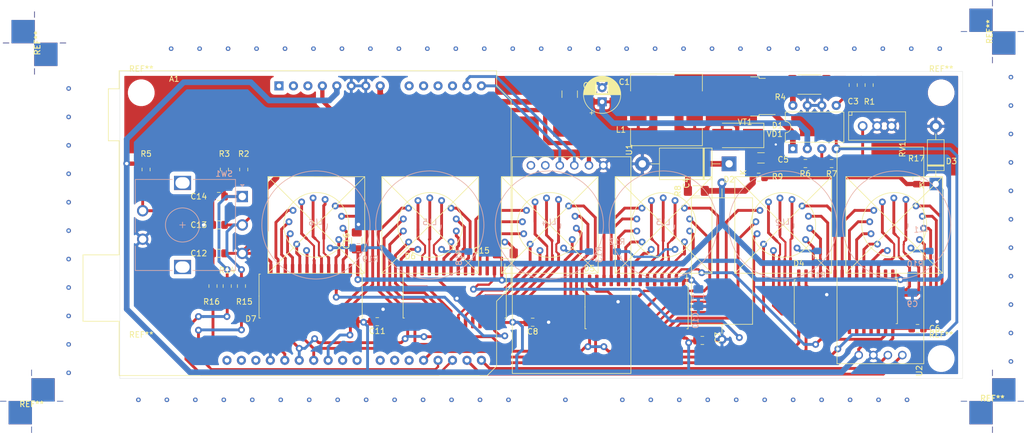
<source format=kicad_pcb>
(kicad_pcb (version 20171130) (host pcbnew 5.1.5)
  (layers (0 F.Cu signal) (31 B.Cu signal) (34 B.Paste user hide) (35 F.Paste user hide) (36 B.SilkS user) (37 F.SilkS user) (38 B.Mask user hide) (39 F.Mask user hide) (44 Edge.Cuts user))
  (net 0 "")
  (net 1 "Net-(D1-Pad8)")
  (net 2 "Net-(D1-Pad3)")
  (net 3 "Net-(D1-Pad1)")
  (net 4 "Net-(L1-Pad2)")
  (net 5 GND)
  (net 6 +5V)
  (net 7 "Net-(C3-Pad1)")
  (net 8 HV)
  (net 9 HV_C)
  (net 10 /SHUT)
  (net 11 "Net-(D2-Pad1)")
  (net 12 /DATA)
  (net 13 /2-0)
  (net 14 /2-9)
  (net 15 /2-8)
  (net 16 /2-7)
  (net 17 /2-6)
  (net 18 /2-5)
  (net 19 /2-4)
  (net 20 /2-3)
  (net 21 /2-2)
  (net 22 /2-1)
  (net 23 /STROBE)
  (net 24 /CLOCK)
  (net 25 /1-1)
  (net 26 /1-2)
  (net 27 /1-3)
  (net 28 /1-4)
  (net 29 /1-5)
  (net 30 /1-6)
  (net 31 /1-7)
  (net 32 /1-8)
  (net 33 /1-9)
  (net 34 /1-0)
  (net 35 /4-0)
  (net 36 /4-9)
  (net 37 /4-8)
  (net 38 /4-7)
  (net 39 /4-6)
  (net 40 /4-5)
  (net 41 /4-4)
  (net 42 /4-3)
  (net 43 /4-2)
  (net 44 /4-1)
  (net 45 /3-1)
  (net 46 /3-2)
  (net 47 /3-3)
  (net 48 /3-4)
  (net 49 /3-5)
  (net 50 /3-6)
  (net 51 /3-7)
  (net 52 /3-8)
  (net 53 /3-9)
  (net 54 /3-0)
  (net 55 /SW)
  (net 56 /B)
  (net 57 /A)
  (net 58 "Net-(R7-Pad2)")
  (net 59 /_SW)
  (net 60 /_B)
  (net 61 /_A)
  (net 62 /TxD)
  (net 63 /RxD)
  (net 64 "Net-(A1-Pad30)")
  (net 65 /SCL)
  (net 66 /SDA)
  (net 67 "Net-(A1-Pad10)")
  (net 68 "Net-(A1-Pad9)")
  (net 69 +VDC)
  (net 70 +3V3)
  (net 71 "Net-(A1-Pad3)")
  (net 72 "Net-(A1-Pad2)")
  (net 73 "Net-(A1-Pad1)")
  (net 74 "Net-(A1-Pad31)")
  (net 75 "Net-(A1-Pad32)")
  (net 76 "Net-(U1-Pad1)")
  (net 77 "Net-(D4-Pad2)")
  (net 78 "Net-(A1-Pad12)")
  (net 79 "Net-(A1-Pad11)")
  (net 80 "Net-(A1-Pad24)")
  (net 81 "Net-(A1-Pad23)")
  (net 82 "Net-(A1-Pad22)")
  (net 83 "Net-(A1-Pad21)")
  (net 84 "Net-(A1-Pad20)")
  (net 85 /1-RD)
  (net 86 "Net-(LL1-Pad13)")
  (net 87 /1-LD)
  (net 88 /2-RD)
  (net 89 "Net-(LL2-Pad13)")
  (net 90 /2-LD)
  (net 91 /3-RD)
  (net 92 "Net-(LL3-Pad13)")
  (net 93 /3-LD)
  (net 94 /4-RD)
  (net 95 "Net-(LL4-Pad13)")
  (net 96 /4-LD)
  (net 97 /5-7)
  (net 98 /5-8)
  (net 99 /5-RD)
  (net 100 /5-9)
  (net 101 /5-0)
  (net 102 "Net-(LL5-Pad13)")
  (net 103 /5-5)
  (net 104 /5-4)
  (net 105 /5-LD)
  (net 106 /5-3)
  (net 107 /5-2)
  (net 108 /5-1)
  (net 109 /5-6)
  (net 110 /6-7)
  (net 111 /6-8)
  (net 112 /6-RD)
  (net 113 /6-9)
  (net 114 /6-0)
  (net 115 "Net-(LL6-Pad13)")
  (net 116 /6-5)
  (net 117 /6-4)
  (net 118 /6-LD)
  (net 119 /6-3)
  (net 120 /6-2)
  (net 121 /6-1)
  (net 122 /6-6)
  (net 123 "Net-(U1-Pad2)")
  (net 124 "Net-(D7-Pad19)")
  (net 125 "Net-(D7-Pad18)")
  (net 126 "Net-(D7-Pad17)")
  (net 127 "Net-(D7-Pad24)")
  (net 128 "Net-(D7-Pad20)")
  (net 129 "Net-(D7-Pad21)")
  (net 130 "Net-(D7-Pad23)")
  (net 131 "Net-(D7-Pad22)")
  (net 132 "Net-(D4-Pad27)")
  (net 133 "Net-(D5-Pad27)")
  (net 134 "Net-(D6-Pad27)")
  (module Package_SO:SOIC-28W_7.5x17.9mm_P1.27mm (layer F.Cu) (at 154.8 108.5 270)
    (fp_text reference D6 (at -7 7.8 180) (layer F.SilkS))
    (fp_text value HV5812)
    (pad 28 smd roundrect (at 4.65 -8.255 270) (size 2.05 0.6) (layers F.Cu F.Paste F.Mask) (net 6 +5V))
    (pad 27 smd roundrect (at 4.65 -6.985 270) (size 2.05 0.6) (layers F.Cu F.Paste F.Mask) (net 134 "Net-(D6-Pad27)"))
    (pad 26 smd roundrect (at 4.65 -5.715 270) (size 2.05 0.6) (layers F.Cu F.Paste F.Mask) (net 38 /4-7))
    (pad 25 smd roundrect (at 4.65 -4.445 270) (size 2.05 0.6) (layers F.Cu F.Paste F.Mask) (net 39 /4-6))
    (pad 24 smd roundrect (at 4.65 -3.175 270) (size 2.05 0.6) (layers F.Cu F.Paste F.Mask) (net 40 /4-5))
    (pad 23 smd roundrect (at 4.65 -1.905 270) (size 2.05 0.6) (layers F.Cu F.Paste F.Mask) (net 44 /4-1))
    (pad 22 smd roundrect (at 4.65 -0.635 270) (size 2.05 0.6) (layers F.Cu F.Paste F.Mask) (net 43 /4-2))
    (pad 21 smd roundrect (at 4.65 0.635 270) (size 2.05 0.6) (layers F.Cu F.Paste F.Mask) (net 108 /5-1))
    (pad 20 smd roundrect (at 4.65 1.905 270) (size 2.05 0.6) (layers F.Cu F.Paste F.Mask) (net 107 /5-2))
    (pad 19 smd roundrect (at 4.65 3.175 270) (size 2.05 0.6) (layers F.Cu F.Paste F.Mask) (net 106 /5-3))
    (pad 18 smd roundrect (at 4.65 4.445 270) (size 2.05 0.6) (layers F.Cu F.Paste F.Mask) (net 105 /5-LD))
    (pad 17 smd roundrect (at 4.65 5.715 270) (size 2.05 0.6) (layers F.Cu F.Paste F.Mask) (net 104 /5-4))
    (pad 16 smd roundrect (at 4.65 6.985 270) (size 2.05 0.6) (layers F.Cu F.Paste F.Mask) (net 23 /STROBE))
    (pad 15 smd roundrect (at 4.65 8.255 270) (size 2.05 0.6) (layers F.Cu F.Paste F.Mask) (net 24 /CLOCK))
    (pad 14 smd roundrect (at -4.65 8.255 270) (size 2.05 0.6) (layers F.Cu F.Paste F.Mask) (net 5 GND))
    (pad 13 smd roundrect (at -4.65 6.985 270) (size 2.05 0.6) (layers F.Cu F.Paste F.Mask) (net 5 GND))
    (pad 12 smd roundrect (at -4.65 5.715 270) (size 2.05 0.6) (layers F.Cu F.Paste F.Mask) (net 103 /5-5))
    (pad 11 smd roundrect (at -4.65 4.445 270) (size 2.05 0.6) (layers F.Cu F.Paste F.Mask) (net 109 /5-6))
    (pad 10 smd roundrect (at -4.65 3.175 270) (size 2.05 0.6) (layers F.Cu F.Paste F.Mask) (net 97 /5-7))
    (pad 9 smd roundrect (at -4.65 1.905 270) (size 2.05 0.6) (layers F.Cu F.Paste F.Mask) (net 101 /5-0))
    (pad 8 smd roundrect (at -4.65 0.635 270) (size 2.05 0.6) (layers F.Cu F.Paste F.Mask) (net 100 /5-9))
    (pad 7 smd roundrect (at -4.65 -0.635 270) (size 2.05 0.6) (layers F.Cu F.Paste F.Mask) (net 99 /5-RD))
    (pad 6 smd roundrect (at -4.65 -1.905 270) (size 2.05 0.6) (layers F.Cu F.Paste F.Mask) (net 98 /5-8))
    (pad 5 smd roundrect (at -4.65 -3.175 270) (size 2.05 0.6) (layers F.Cu F.Paste F.Mask) (net 41 /4-4))
    (pad 4 smd roundrect (at -4.65 -4.445 270) (size 2.05 0.6) (layers F.Cu F.Paste F.Mask) (net 96 /4-LD))
    (pad 3 smd roundrect (at -4.65 -5.715 270) (size 2.05 0.6) (layers F.Cu F.Paste F.Mask) (net 42 /4-3))
    (pad 2 smd roundrect (at -4.65 -6.985 270) (size 2.05 0.6) (layers F.Cu F.Paste F.Mask) (net 133 "Net-(D5-Pad27)"))
    (pad 1 smd roundrect (at -4.65 -8.255 270) (size 2.05 0.6) (layers F.Cu F.Paste F.Mask) (net 9 HV_C))
  )
  (module clock:zs-042 (layer F.Cu) (at 185.75 84 270)
    (fp_text reference U1 (at -1.234382 0.31156 90) (layer F.SilkS))
    (fp_text value ZS-042)
    (pad 1 thru_hole circle (at 1.515618 17.56156 270) (size 1.501394 1.501394) (drill 1) (layers *.Cu *.Mask) (net 76 "Net-(U1-Pad1)"))
    (pad 2 thru_hole circle (at 1.515618 15.027656 270) (size 1.501394 1.501394) (drill 1) (layers *.Cu *.Mask) (net 123 "Net-(U1-Pad2)"))
    (pad 3 thru_hole circle (at 1.515618 12.487656 270) (size 1.5 1.5) (drill 1) (layers *.Cu *.Mask) (net 65 /SCL))
    (pad 4 thru_hole circle (at 1.515618 9.93902 270) (size 1.5 1.5) (drill 1) (layers *.Cu *.Mask) (net 66 /SDA))
    (pad 5 thru_hole circle (at 1.515618 7.366 270) (size 1.5 1.5) (drill 1) (layers *.Cu *.Mask) (net 70 +3V3))
    (pad 6 thru_hole circle (at 1.515618 4.836922 270) (size 1.5 1.5) (drill 1) (layers *.Cu *.Mask) (net 5 GND))
  )
  (module clock:Z570M (layer B.Cu) (at 191.43 96)
    (fp_text reference LL3 (at 0 -0.5) (layer B.SilkS) (effects (justify mirror)))
    (fp_text value Z574M)
    (pad 8 thru_hole circle (at 2.073876 -4.290019) (size 1.2 1.2) (drill 0.6) (layers *.Cu *.Mask) (net 51 /3-7))
    (pad 9 thru_hole circle (at 3.72128 -2.96628) (size 1.2 1.2) (drill 0.6) (layers *.Cu *.Mask) (net 52 /3-8))
    (pad 10 thru_hole circle (at 4.646587 -1.055679) (size 1.2 1.2) (drill 0.6) (layers *.Cu *.Mask) (net 91 /3-RD))
    (pad 11 thru_hole circle (at 4.654737 1.063787) (size 1.2 1.2) (drill 0.6) (layers *.Cu *.Mask) (net 53 /3-9))
    (pad 12 thru_hole circle (at 3.723945 2.972786) (size 1.2 1.2) (drill 0.6) (layers *.Cu *.Mask) (net 54 /3-0))
    (pad 13 thru_hole circle (at 2.066386 4.293632) (size 1.2 1.2) (drill 0.6) (layers *.Cu *.Mask) (net 92 "Net-(LL3-Pad13)"))
    (pad 6 thru_hole circle (at -2.073876 -4.290019 270) (size 1.2 1.2) (drill 0.6) (layers *.Cu *.Mask) (net 49 /3-5))
    (pad 5 thru_hole circle (at -3.729128 -2.966282 270) (size 1.2 1.2) (drill 0.6) (layers *.Cu *.Mask) (net 48 /3-4))
    (pad 4 thru_hole circle (at -4.646587 -1.055679) (size 1.2 1.2) (drill 0.6) (layers *.Cu *.Mask) (net 93 /3-LD))
    (pad 3 thru_hole circle (at -4.644737 1.063787) (size 1.2 1.2) (drill 0.6) (layers *.Cu *.Mask) (net 47 /3-3))
    (pad 2 thru_hole circle (at -3.708329 2.992244) (size 1.2 1.2) (drill 0.6) (layers *.Cu *.Mask) (net 46 /3-2))
    (pad 1 thru_hole circle (at -2.106639 4.29632 180) (size 1.2 1.2) (drill 0.6) (layers *.Cu *.Mask) (net 45 /3-1))
    (pad 7 thru_hole circle (at 0 -4.765) (size 1.2 1.2) (drill 0.6) (layers *.Cu *.Mask) (net 50 /3-6))
  )
  (module clock:Z570M (layer B.Cu) (at 130.43 96 6)
    (fp_text reference LL6 (at 0 -0.5 186) (layer B.SilkS) (effects (justify mirror)))
    (fp_text value Z574M)
    (pad 8 thru_hole circle (at 2.073876 -4.290019 6) (size 1.2 1.2) (drill 0.6) (layers *.Cu *.Mask) (net 110 /6-7))
    (pad 9 thru_hole circle (at 3.72128 -2.96628 6) (size 1.2 1.2) (drill 0.6) (layers *.Cu *.Mask) (net 111 /6-8))
    (pad 10 thru_hole circle (at 4.646587 -1.055679 6) (size 1.2 1.2) (drill 0.6) (layers *.Cu *.Mask) (net 112 /6-RD))
    (pad 11 thru_hole circle (at 4.654737 1.063787 6) (size 1.2 1.2) (drill 0.6) (layers *.Cu *.Mask) (net 113 /6-9))
    (pad 12 thru_hole circle (at 3.723945 2.972786 6) (size 1.2 1.2) (drill 0.6) (layers *.Cu *.Mask) (net 114 /6-0))
    (pad 13 thru_hole circle (at 2.066386 4.293632 6) (size 1.2 1.2) (drill 0.6) (layers *.Cu *.Mask) (net 115 "Net-(LL6-Pad13)"))
    (pad 6 thru_hole circle (at -2.073876 -4.290019 276) (size 1.2 1.2) (drill 0.6) (layers *.Cu *.Mask) (net 116 /6-5))
    (pad 5 thru_hole circle (at -3.729128 -2.966282 276) (size 1.2 1.2) (drill 0.6) (layers *.Cu *.Mask) (net 117 /6-4))
    (pad 4 thru_hole circle (at -4.646587 -1.055679 6) (size 1.2 1.2) (drill 0.6) (layers *.Cu *.Mask) (net 118 /6-LD))
    (pad 3 thru_hole circle (at -4.644737 1.063787 6) (size 1.2 1.2) (drill 0.6) (layers *.Cu *.Mask) (net 119 /6-3))
    (pad 2 thru_hole circle (at -3.708329 2.992244 6) (size 1.2 1.2) (drill 0.6) (layers *.Cu *.Mask) (net 120 /6-2))
    (pad 1 thru_hole circle (at -2.106639 4.29632 186) (size 1.2 1.2) (drill 0.6) (layers *.Cu *.Mask) (net 121 /6-1))
    (pad 7 thru_hole circle (at 0 -4.765 6) (size 1.2 1.2) (drill 0.6) (layers *.Cu *.Mask) (net 122 /6-6))
  )
  (module Capacitor_THT:C_Axial_L22.0mm_D10.5mm_P27.50mm_Horizontal (layer F.Cu) (at 201.75 88.6 270)
    (fp_text reference C4 (at 0 6.25 90) (layer F.SilkS))
    (fp_text value "10 uF, 250V")
    (pad 2 thru_hole oval (at 27.5 0 270) (size 1.6 1.6) (drill 0.8) (layers *.Cu *.Mask) (net 5 GND))
    (pad 1 thru_hole circle (at 0 0 270) (size 1.6 1.6) (drill 0.8) (layers *.Cu *.Mask) (net 8 HV))
  )
  (module clock:Z570M (layer B.Cu) (at 212.43 96 6)
    (fp_text reference LL2 (at 0 -0.5 186) (layer B.SilkS) (effects (justify mirror)))
    (fp_text value Z574M)
    (pad 8 thru_hole circle (at 2.073876 -4.290019 6) (size 1.2 1.2) (drill 0.6) (layers *.Cu *.Mask) (net 16 /2-7))
    (pad 9 thru_hole circle (at 3.72128 -2.96628 6) (size 1.2 1.2) (drill 0.6) (layers *.Cu *.Mask) (net 15 /2-8))
    (pad 10 thru_hole circle (at 4.646587 -1.055679 6) (size 1.2 1.2) (drill 0.6) (layers *.Cu *.Mask) (net 88 /2-RD))
    (pad 11 thru_hole circle (at 4.654737 1.063787 6) (size 1.2 1.2) (drill 0.6) (layers *.Cu *.Mask) (net 14 /2-9))
    (pad 12 thru_hole circle (at 3.723945 2.972786 6) (size 1.2 1.2) (drill 0.6) (layers *.Cu *.Mask) (net 13 /2-0))
    (pad 13 thru_hole circle (at 2.066386 4.293632 6) (size 1.2 1.2) (drill 0.6) (layers *.Cu *.Mask) (net 89 "Net-(LL2-Pad13)"))
    (pad 6 thru_hole circle (at -2.073876 -4.290019 276) (size 1.2 1.2) (drill 0.6) (layers *.Cu *.Mask) (net 18 /2-5))
    (pad 5 thru_hole circle (at -3.729128 -2.966282 276) (size 1.2 1.2) (drill 0.6) (layers *.Cu *.Mask) (net 19 /2-4))
    (pad 4 thru_hole circle (at -4.646587 -1.055679 6) (size 1.2 1.2) (drill 0.6) (layers *.Cu *.Mask) (net 90 /2-LD))
    (pad 3 thru_hole circle (at -4.644737 1.063787 6) (size 1.2 1.2) (drill 0.6) (layers *.Cu *.Mask) (net 20 /2-3))
    (pad 2 thru_hole circle (at -3.708329 2.992244 6) (size 1.2 1.2) (drill 0.6) (layers *.Cu *.Mask) (net 21 /2-2))
    (pad 1 thru_hole circle (at -2.106639 4.29632 186) (size 1.2 1.2) (drill 0.6) (layers *.Cu *.Mask) (net 22 /2-1))
    (pad 7 thru_hole circle (at 0 -4.765 6) (size 1.2 1.2) (drill 0.6) (layers *.Cu *.Mask) (net 17 /2-6))
  )
  (module Resistor_SMD:R_0805_2012Metric_Pad1.15x1.40mm_HandSolder (layer B.Cu) (at 137.9 100)
    (fp_text reference R19 (at 2.1 2) (layer B.SilkS) (effects (justify mirror)))
    (fp_text value 22K)
    (pad 2 smd roundrect (at 1.025 0) (size 1.15 1.4) (layers B.Cu B.Paste B.Mask) (roundrect_rratio 0.217391) (net 8 HV))
    (pad 1 smd roundrect (at -1.025 0) (size 1.15 1.4) (layers B.Cu B.Paste B.Mask) (roundrect_rratio 0.217391) (net 115 "Net-(LL6-Pad13)"))
  )
  (module Resistor_SMD:R_0805_2012Metric_Pad1.15x1.40mm_HandSolder (layer B.Cu) (at 157.2 101.7 270)
    (fp_text reference R18 (at 0 1.65 90) (layer B.SilkS) (effects (justify mirror)))
    (fp_text value 22K)
    (pad 2 smd roundrect (at 1.025 0 270) (size 1.15 1.4) (layers B.Cu B.Paste B.Mask) (roundrect_rratio 0.217391) (net 8 HV))
    (pad 1 smd roundrect (at -1.025 0 270) (size 1.15 1.4) (layers B.Cu B.Paste B.Mask) (roundrect_rratio 0.217391) (net 102 "Net-(LL5-Pad13)"))
  )
  (module Resistor_SMD:R_0805_2012Metric_Pad1.15x1.40mm_HandSolder (layer F.Cu) (at 236 87.8 270)
    (fp_text reference R17 (at -3.5 0.1) (layer F.SilkS))
    (fp_text value 91K)
    (pad 2 smd roundrect (at 1.025 0 270) (size 1.15 1.4) (layers F.Cu F.Paste F.Mask) (roundrect_rratio 0.217391) (net 9 HV_C))
    (pad 1 smd roundrect (at -1.025 0 270) (size 1.15 1.4) (layers F.Cu F.Paste F.Mask) (roundrect_rratio 0.217391) (net 5 GND))
  )
  (module clock:Z570M (layer B.Cu) (at 150.43 96)
    (fp_text reference LL5 (at 0 -0.5) (layer B.SilkS) (effects (justify mirror)))
    (fp_text value Z574M)
    (pad 8 thru_hole circle (at 2.073876 -4.290019) (size 1.2 1.2) (drill 0.6) (layers *.Cu *.Mask) (net 97 /5-7))
    (pad 9 thru_hole circle (at 3.72128 -2.96628) (size 1.2 1.2) (drill 0.6) (layers *.Cu *.Mask) (net 98 /5-8))
    (pad 10 thru_hole circle (at 4.646587 -1.055679) (size 1.2 1.2) (drill 0.6) (layers *.Cu *.Mask) (net 99 /5-RD))
    (pad 11 thru_hole circle (at 4.654737 1.063787) (size 1.2 1.2) (drill 0.6) (layers *.Cu *.Mask) (net 100 /5-9))
    (pad 12 thru_hole circle (at 3.723945 2.972786) (size 1.2 1.2) (drill 0.6) (layers *.Cu *.Mask) (net 101 /5-0))
    (pad 13 thru_hole circle (at 2.066386 4.293632) (size 1.2 1.2) (drill 0.6) (layers *.Cu *.Mask) (net 102 "Net-(LL5-Pad13)"))
    (pad 6 thru_hole circle (at -2.073876 -4.290019 270) (size 1.2 1.2) (drill 0.6) (layers *.Cu *.Mask) (net 103 /5-5))
    (pad 5 thru_hole circle (at -3.729128 -2.966282 270) (size 1.2 1.2) (drill 0.6) (layers *.Cu *.Mask) (net 104 /5-4))
    (pad 4 thru_hole circle (at -4.646587 -1.055679) (size 1.2 1.2) (drill 0.6) (layers *.Cu *.Mask) (net 105 /5-LD))
    (pad 3 thru_hole circle (at -4.644737 1.063787) (size 1.2 1.2) (drill 0.6) (layers *.Cu *.Mask) (net 106 /5-3))
    (pad 2 thru_hole circle (at -3.708329 2.992244) (size 1.2 1.2) (drill 0.6) (layers *.Cu *.Mask) (net 107 /5-2))
    (pad 1 thru_hole circle (at -2.106639 4.29632 180) (size 1.2 1.2) (drill 0.6) (layers *.Cu *.Mask) (net 108 /5-1))
    (pad 7 thru_hole circle (at 0 -4.765) (size 1.2 1.2) (drill 0.6) (layers *.Cu *.Mask) (net 109 /5-6))
  )
  (module clock:Z570M (layer B.Cu) (at 171.43 96 6)
    (fp_text reference LL4 (at 0 -0.5 186) (layer B.SilkS) (effects (justify mirror)))
    (fp_text value Z574M)
    (pad 8 thru_hole circle (at 2.073876 -4.290019 6) (size 1.2 1.2) (drill 0.6) (layers *.Cu *.Mask) (net 38 /4-7))
    (pad 9 thru_hole circle (at 3.72128 -2.96628 6) (size 1.2 1.2) (drill 0.6) (layers *.Cu *.Mask) (net 37 /4-8))
    (pad 10 thru_hole circle (at 4.646587 -1.055679 6) (size 1.2 1.2) (drill 0.6) (layers *.Cu *.Mask) (net 94 /4-RD))
    (pad 11 thru_hole circle (at 4.654737 1.063787 6) (size 1.2 1.2) (drill 0.6) (layers *.Cu *.Mask) (net 36 /4-9))
    (pad 12 thru_hole circle (at 3.723945 2.972786 6) (size 1.2 1.2) (drill 0.6) (layers *.Cu *.Mask) (net 35 /4-0))
    (pad 13 thru_hole circle (at 2.066386 4.293632 6) (size 1.2 1.2) (drill 0.6) (layers *.Cu *.Mask) (net 95 "Net-(LL4-Pad13)"))
    (pad 6 thru_hole circle (at -2.073876 -4.290019 276) (size 1.2 1.2) (drill 0.6) (layers *.Cu *.Mask) (net 40 /4-5))
    (pad 5 thru_hole circle (at -3.729128 -2.966282 276) (size 1.2 1.2) (drill 0.6) (layers *.Cu *.Mask) (net 41 /4-4))
    (pad 4 thru_hole circle (at -4.646587 -1.055679 6) (size 1.2 1.2) (drill 0.6) (layers *.Cu *.Mask) (net 96 /4-LD))
    (pad 3 thru_hole circle (at -4.644737 1.063787 6) (size 1.2 1.2) (drill 0.6) (layers *.Cu *.Mask) (net 42 /4-3))
    (pad 2 thru_hole circle (at -3.708329 2.992244 6) (size 1.2 1.2) (drill 0.6) (layers *.Cu *.Mask) (net 43 /4-2))
    (pad 1 thru_hole circle (at -2.106639 4.29632 186) (size 1.2 1.2) (drill 0.6) (layers *.Cu *.Mask) (net 44 /4-1))
    (pad 7 thru_hole circle (at 0 -4.765 6) (size 1.2 1.2) (drill 0.6) (layers *.Cu *.Mask) (net 39 /4-6))
  )
  (module clock:Z570M (layer B.Cu) (at 232.43 96 6)
    (fp_text reference LL1 (at 4.148322 1.190137 186) (layer B.SilkS) (effects (justify mirror)))
    (fp_text value Z574M)
    (pad 8 thru_hole circle (at 2.073876 -4.290019 6) (size 1.2 1.2) (drill 0.6) (layers *.Cu *.Mask) (net 31 /1-7))
    (pad 9 thru_hole circle (at 3.72128 -2.96628 6) (size 1.2 1.2) (drill 0.6) (layers *.Cu *.Mask) (net 32 /1-8))
    (pad 10 thru_hole circle (at 4.646587 -1.055679 6) (size 1.2 1.2) (drill 0.6) (layers *.Cu *.Mask) (net 85 /1-RD))
    (pad 11 thru_hole circle (at 4.654737 1.063787 6) (size 1.2 1.2) (drill 0.6) (layers *.Cu *.Mask) (net 33 /1-9))
    (pad 12 thru_hole circle (at 3.723945 2.972786 6) (size 1.2 1.2) (drill 0.6) (layers *.Cu *.Mask) (net 34 /1-0))
    (pad 13 thru_hole circle (at 2.066386 4.293632 6) (size 1.2 1.2) (drill 0.6) (layers *.Cu *.Mask) (net 86 "Net-(LL1-Pad13)"))
    (pad 6 thru_hole circle (at -2.073876 -4.290019 276) (size 1.2 1.2) (drill 0.6) (layers *.Cu *.Mask) (net 29 /1-5))
    (pad 5 thru_hole circle (at -3.729128 -2.966282 276) (size 1.2 1.2) (drill 0.6) (layers *.Cu *.Mask) (net 28 /1-4))
    (pad 4 thru_hole circle (at -4.646587 -1.055679 6) (size 1.2 1.2) (drill 0.6) (layers *.Cu *.Mask) (net 87 /1-LD))
    (pad 3 thru_hole circle (at -4.644737 1.063787 6) (size 1.2 1.2) (drill 0.6) (layers *.Cu *.Mask) (net 27 /1-3))
    (pad 2 thru_hole circle (at -3.708329 2.992244 6) (size 1.2 1.2) (drill 0.6) (layers *.Cu *.Mask) (net 26 /1-2))
    (pad 1 thru_hole circle (at -2.106639 4.29632 186) (size 1.2 1.2) (drill 0.6) (layers *.Cu *.Mask) (net 25 /1-1))
    (pad 7 thru_hole circle (at 0 -4.765 6) (size 1.2 1.2) (drill 0.6) (layers *.Cu *.Mask) (net 30 /1-6))
  )
  (module Package_SO:SOIC-28W_7.5x17.9mm_P1.27mm (layer F.Cu) (at 129.5 108.5 270)
    (fp_text reference D7 (at 4 10.5 180) (layer F.SilkS))
    (fp_text value HV5812)
    (pad 28 smd roundrect (at 4.65 -8.255 270) (size 2.05 0.6) (layers F.Cu F.Paste F.Mask) (net 6 +5V))
    (pad 27 smd roundrect (at 4.65 -6.985 270) (size 2.05 0.6) (layers F.Cu F.Paste F.Mask) (net 12 /DATA))
    (pad 26 smd roundrect (at 4.65 -5.715 270) (size 2.05 0.6) (layers F.Cu F.Paste F.Mask) (net 111 /6-8))
    (pad 25 smd roundrect (at 4.65 -4.445 270) (size 2.05 0.6) (layers F.Cu F.Paste F.Mask) (net 112 /6-RD))
    (pad 24 smd roundrect (at 4.65 -3.175 270) (size 2.05 0.6) (layers F.Cu F.Paste F.Mask) (net 127 "Net-(D7-Pad24)"))
    (pad 23 smd roundrect (at 4.65 -1.905 270) (size 2.05 0.6) (layers F.Cu F.Paste F.Mask) (net 130 "Net-(D7-Pad23)"))
    (pad 22 smd roundrect (at 4.65 -0.635 270) (size 2.05 0.6) (layers F.Cu F.Paste F.Mask) (net 131 "Net-(D7-Pad22)"))
    (pad 21 smd roundrect (at 4.65 0.635 270) (size 2.05 0.6) (layers F.Cu F.Paste F.Mask) (net 129 "Net-(D7-Pad21)"))
    (pad 20 smd roundrect (at 4.65 1.905 270) (size 2.05 0.6) (layers F.Cu F.Paste F.Mask) (net 128 "Net-(D7-Pad20)"))
    (pad 19 smd roundrect (at 4.65 3.175 270) (size 2.05 0.6) (layers F.Cu F.Paste F.Mask) (net 124 "Net-(D7-Pad19)"))
    (pad 18 smd roundrect (at 4.65 4.445 270) (size 2.05 0.6) (layers F.Cu F.Paste F.Mask) (net 125 "Net-(D7-Pad18)"))
    (pad 17 smd roundrect (at 4.65 5.715 270) (size 2.05 0.6) (layers F.Cu F.Paste F.Mask) (net 126 "Net-(D7-Pad17)"))
    (pad 16 smd roundrect (at 4.65 6.985 270) (size 2.05 0.6) (layers F.Cu F.Paste F.Mask) (net 23 /STROBE))
    (pad 15 smd roundrect (at 4.65 8.255 270) (size 2.05 0.6) (layers F.Cu F.Paste F.Mask) (net 24 /CLOCK))
    (pad 14 smd roundrect (at -4.65 8.255 270) (size 2.05 0.6) (layers F.Cu F.Paste F.Mask) (net 5 GND))
    (pad 13 smd roundrect (at -4.65 6.985 270) (size 2.05 0.6) (layers F.Cu F.Paste F.Mask) (net 5 GND))
    (pad 12 smd roundrect (at -4.65 5.715 270) (size 2.05 0.6) (layers F.Cu F.Paste F.Mask) (net 117 /6-4))
    (pad 11 smd roundrect (at -4.65 4.445 270) (size 2.05 0.6) (layers F.Cu F.Paste F.Mask) (net 118 /6-LD))
    (pad 10 smd roundrect (at -4.65 3.175 270) (size 2.05 0.6) (layers F.Cu F.Paste F.Mask) (net 119 /6-3))
    (pad 9 smd roundrect (at -4.65 1.905 270) (size 2.05 0.6) (layers F.Cu F.Paste F.Mask) (net 120 /6-2))
    (pad 8 smd roundrect (at -4.65 0.635 270) (size 2.05 0.6) (layers F.Cu F.Paste F.Mask) (net 121 /6-1))
    (pad 7 smd roundrect (at -4.65 -0.635 270) (size 2.05 0.6) (layers F.Cu F.Paste F.Mask) (net 116 /6-5))
    (pad 6 smd roundrect (at -4.65 -1.905 270) (size 2.05 0.6) (layers F.Cu F.Paste F.Mask) (net 122 /6-6))
    (pad 5 smd roundrect (at -4.65 -3.175 270) (size 2.05 0.6) (layers F.Cu F.Paste F.Mask) (net 110 /6-7))
    (pad 4 smd roundrect (at -4.65 -4.445 270) (size 2.05 0.6) (layers F.Cu F.Paste F.Mask) (net 114 /6-0))
    (pad 3 smd roundrect (at -4.65 -5.715 270) (size 2.05 0.6) (layers F.Cu F.Paste F.Mask) (net 113 /6-9))
    (pad 2 smd roundrect (at -4.65 -6.985 270) (size 2.05 0.6) (layers F.Cu F.Paste F.Mask) (net 134 "Net-(D6-Pad27)"))
    (pad 1 smd roundrect (at -4.65 -8.255 270) (size 2.05 0.6) (layers F.Cu F.Paste F.Mask) (net 9 HV_C))
  )
  (module Capacitor_SMD:C_1206_3216Metric_Pad1.42x1.75mm_HandSolder (layer F.Cu) (at 137.6 98.8 90)
    (fp_text reference C16 (at 0 -1.82 90) (layer F.SilkS))
    (fp_text value "100nF, 250V")
    (pad 2 smd roundrect (at 1.4875 0 90) (size 1.425 1.75) (layers F.Cu F.Paste F.Mask) (roundrect_rratio 0.175439) (net 5 GND))
    (pad 1 smd roundrect (at -1.4875 0 90) (size 1.425 1.75) (layers F.Cu F.Paste F.Mask) (roundrect_rratio 0.175439) (net 9 HV_C))
  )
  (module Capacitor_SMD:C_1206_3216Metric_Pad1.42x1.75mm_HandSolder (layer F.Cu) (at 163.7 101)
    (fp_text reference C15 (at -4.2 -0.5) (layer F.SilkS))
    (fp_text value "100nF, 250V")
    (pad 2 smd roundrect (at 1.4875 0) (size 1.425 1.75) (layers F.Cu F.Paste F.Mask) (roundrect_rratio 0.175439) (net 5 GND))
    (pad 1 smd roundrect (at -1.4875 0) (size 1.425 1.75) (layers F.Cu F.Paste F.Mask) (roundrect_rratio 0.175439) (net 9 HV_C))
  )
  (module Capacitor_SMD:C_0805_2012Metric_Pad1.15x1.40mm_HandSolder (layer F.Cu) (at 141.2 113 180)
    (fp_text reference C11 (at 0 -1.65) (layer F.SilkS))
    (fp_text value "100nF, 50V")
    (pad 2 smd roundrect (at 1.025 0 180) (size 1.15 1.4) (layers F.Cu F.Paste F.Mask) (roundrect_rratio 0.217391) (net 6 +5V))
    (pad 1 smd roundrect (at -1.025 0 180) (size 1.15 1.4) (layers F.Cu F.Paste F.Mask) (roundrect_rratio 0.217391) (net 5 GND))
  )
  (module Capacitor_SMD:C_0805_2012Metric_Pad1.15x1.40mm_HandSolder (layer F.Cu) (at 168.5 113.1 180)
    (fp_text reference C8 (at 0 -1.65) (layer F.SilkS))
    (fp_text value "100nF, 50V")
    (pad 2 smd roundrect (at 1.025 0 180) (size 1.15 1.4) (layers F.Cu F.Paste F.Mask) (roundrect_rratio 0.217391) (net 6 +5V))
    (pad 1 smd roundrect (at -1.025 0 180) (size 1.15 1.4) (layers F.Cu F.Paste F.Mask) (roundrect_rratio 0.217391) (net 5 GND))
  )
  (module Module:Arduino_UNO_R3 (layer F.Cu) (at 123.94 71.54)
    (fp_text reference A1 (at -18.39 -1.24 180) (layer F.SilkS))
    (fp_text value Arduino_UNO_R3)
    (pad 16 thru_hole oval (at 33.02 48.26 90) (size 1.6 1.6) (drill 0.8) (layers *.Cu *.Mask) (net 62 /TxD))
    (pad 15 thru_hole oval (at 35.56 48.26 90) (size 1.6 1.6) (drill 0.8) (layers *.Cu *.Mask) (net 63 /RxD))
    (pad 30 thru_hole oval (at -4.06 48.26 90) (size 1.6 1.6) (drill 0.8) (layers *.Cu *.Mask) (net 64 "Net-(A1-Pad30)"))
    (pad 14 thru_hole oval (at 35.56 0 90) (size 1.6 1.6) (drill 0.8) (layers *.Cu *.Mask) (net 65 /SCL))
    (pad 29 thru_hole oval (at -1.52 48.26 90) (size 1.6 1.6) (drill 0.8) (layers *.Cu *.Mask) (net 5 GND))
    (pad 13 thru_hole oval (at 33.02 0 90) (size 1.6 1.6) (drill 0.8) (layers *.Cu *.Mask) (net 66 /SDA))
    (pad 28 thru_hole oval (at 1.02 48.26 90) (size 1.6 1.6) (drill 0.8) (layers *.Cu *.Mask) (net 55 /SW))
    (pad 12 thru_hole oval (at 30.48 0 90) (size 1.6 1.6) (drill 0.8) (layers *.Cu *.Mask) (net 78 "Net-(A1-Pad12)"))
    (pad 27 thru_hole oval (at 3.56 48.26 90) (size 1.6 1.6) (drill 0.8) (layers *.Cu *.Mask) (net 24 /CLOCK))
    (pad 11 thru_hole oval (at 27.94 0 90) (size 1.6 1.6) (drill 0.8) (layers *.Cu *.Mask) (net 79 "Net-(A1-Pad11)"))
    (pad 26 thru_hole oval (at 6.1 48.26 90) (size 1.6 1.6) (drill 0.8) (layers *.Cu *.Mask) (net 23 /STROBE))
    (pad 10 thru_hole oval (at 25.4 0 90) (size 1.6 1.6) (drill 0.8) (layers *.Cu *.Mask) (net 67 "Net-(A1-Pad10)"))
    (pad 25 thru_hole oval (at 8.64 48.26 90) (size 1.6 1.6) (drill 0.8) (layers *.Cu *.Mask) (net 12 /DATA))
    (pad 9 thru_hole oval (at 22.86 0 90) (size 1.6 1.6) (drill 0.8) (layers *.Cu *.Mask) (net 68 "Net-(A1-Pad9)"))
    (pad 24 thru_hole oval (at 11.18 48.26 90) (size 1.6 1.6) (drill 0.8) (layers *.Cu *.Mask) (net 80 "Net-(A1-Pad24)"))
    (pad 8 thru_hole oval (at 17.78 0 90) (size 1.6 1.6) (drill 0.8) (layers *.Cu *.Mask) (net 69 +VDC))
    (pad 23 thru_hole oval (at 13.72 48.26 90) (size 1.6 1.6) (drill 0.8) (layers *.Cu *.Mask) (net 81 "Net-(A1-Pad23)"))
    (pad 7 thru_hole oval (at 15.24 0 90) (size 1.6 1.6) (drill 0.8) (layers *.Cu *.Mask) (net 5 GND))
    (pad 22 thru_hole oval (at 17.78 48.26 90) (size 1.6 1.6) (drill 0.8) (layers *.Cu *.Mask) (net 82 "Net-(A1-Pad22)"))
    (pad 6 thru_hole oval (at 12.7 0 90) (size 1.6 1.6) (drill 0.8) (layers *.Cu *.Mask) (net 5 GND))
    (pad 21 thru_hole oval (at 20.32 48.26 90) (size 1.6 1.6) (drill 0.8) (layers *.Cu *.Mask) (net 83 "Net-(A1-Pad21)"))
    (pad 5 thru_hole oval (at 10.16 0 90) (size 1.6 1.6) (drill 0.8) (layers *.Cu *.Mask) (net 6 +5V))
    (pad 20 thru_hole oval (at 22.86 48.26 90) (size 1.6 1.6) (drill 0.8) (layers *.Cu *.Mask) (net 84 "Net-(A1-Pad20)"))
    (pad 4 thru_hole oval (at 7.62 0 90) (size 1.6 1.6) (drill 0.8) (layers *.Cu *.Mask) (net 70 +3V3))
    (pad 19 thru_hole oval (at 25.4 48.26 90) (size 1.6 1.6) (drill 0.8) (layers *.Cu *.Mask) (net 10 /SHUT))
    (pad 3 thru_hole oval (at 5.08 0 90) (size 1.6 1.6) (drill 0.8) (layers *.Cu *.Mask) (net 71 "Net-(A1-Pad3)"))
    (pad 18 thru_hole oval (at 27.94 48.26 90) (size 1.6 1.6) (drill 0.8) (layers *.Cu *.Mask) (net 56 /B))
    (pad 2 thru_hole oval (at 2.54 0 90) (size 1.6 1.6) (drill 0.8) (layers *.Cu *.Mask) (net 72 "Net-(A1-Pad2)"))
    (pad 17 thru_hole oval (at 30.48 48.26 90) (size 1.6 1.6) (drill 0.8) (layers *.Cu *.Mask) (net 57 /A))
    (pad 1 thru_hole rect (at 0 0 90) (size 1.6 1.6) (drill 0.8) (layers *.Cu *.Mask) (net 73 "Net-(A1-Pad1)"))
    (pad 31 thru_hole oval (at -6.6 48.26 90) (size 1.6 1.6) (drill 0.8) (layers *.Cu *.Mask) (net 74 "Net-(A1-Pad31)"))
    (pad 32 thru_hole oval (at -9.14 48.26 90) (size 1.6 1.6) (drill 0.8) (layers *.Cu *.Mask) (net 75 "Net-(A1-Pad32)"))
  )
  (module Package_SO:SOIC-28W_7.5x17.9mm_P1.27mm (layer F.Cu) (at 223.5 109.5 270)
    (fp_text reference D4 (at -6.75 8.25) (layer F.SilkS))
    (fp_text value HV5812)
    (pad 28 smd roundrect (at 4.65 -8.255 270) (size 2.05 0.6) (layers F.Cu F.Paste F.Mask) (net 6 +5V))
    (pad 27 smd roundrect (at 4.65 -6.985 270) (size 2.05 0.6) (layers F.Cu F.Paste F.Mask) (net 132 "Net-(D4-Pad27)"))
    (pad 26 smd roundrect (at 4.65 -5.715 270) (size 2.05 0.6) (layers F.Cu F.Paste F.Mask) (net 32 /1-8))
    (pad 25 smd roundrect (at 4.65 -4.445 270) (size 2.05 0.6) (layers F.Cu F.Paste F.Mask) (net 85 /1-RD))
    (pad 24 smd roundrect (at 4.65 -3.175 270) (size 2.05 0.6) (layers F.Cu F.Paste F.Mask) (net 33 /1-9))
    (pad 23 smd roundrect (at 4.65 -1.905 270) (size 2.05 0.6) (layers F.Cu F.Paste F.Mask) (net 34 /1-0))
    (pad 22 smd roundrect (at 4.65 -0.635 270) (size 2.05 0.6) (layers F.Cu F.Paste F.Mask) (net 31 /1-7))
    (pad 21 smd roundrect (at 4.65 0.635 270) (size 2.05 0.6) (layers F.Cu F.Paste F.Mask) (net 30 /1-6))
    (pad 20 smd roundrect (at 4.65 1.905 270) (size 2.05 0.6) (layers F.Cu F.Paste F.Mask) (net 16 /2-7))
    (pad 19 smd roundrect (at 4.65 3.175 270) (size 2.05 0.6) (layers F.Cu F.Paste F.Mask) (net 17 /2-6))
    (pad 18 smd roundrect (at 4.65 4.445 270) (size 2.05 0.6) (layers F.Cu F.Paste F.Mask) (net 18 /2-5))
    (pad 17 smd roundrect (at 4.65 5.715 270) (size 2.05 0.6) (layers F.Cu F.Paste F.Mask) (net 22 /2-1))
    (pad 16 smd roundrect (at 4.65 6.985 270) (size 2.05 0.6) (layers F.Cu F.Paste F.Mask) (net 23 /STROBE))
    (pad 15 smd roundrect (at 4.65 8.255 270) (size 2.05 0.6) (layers F.Cu F.Paste F.Mask) (net 24 /CLOCK))
    (pad 14 smd roundrect (at -4.65 8.255 270) (size 2.05 0.6) (layers F.Cu F.Paste F.Mask) (net 5 GND))
    (pad 13 smd roundrect (at -4.65 6.985 270) (size 2.05 0.6) (layers F.Cu F.Paste F.Mask) (net 5 GND))
    (pad 12 smd roundrect (at -4.65 5.715 270) (size 2.05 0.6) (layers F.Cu F.Paste F.Mask) (net 13 /2-0))
    (pad 11 smd roundrect (at -4.65 4.445 270) (size 2.05 0.6) (layers F.Cu F.Paste F.Mask) (net 14 /2-9))
    (pad 10 smd roundrect (at -4.65 3.175 270) (size 2.05 0.6) (layers F.Cu F.Paste F.Mask) (net 88 /2-RD))
    (pad 9 smd roundrect (at -4.65 1.905 270) (size 2.05 0.6) (layers F.Cu F.Paste F.Mask) (net 15 /2-8))
    (pad 8 smd roundrect (at -4.65 0.635 270) (size 2.05 0.6) (layers F.Cu F.Paste F.Mask) (net 28 /1-4))
    (pad 7 smd roundrect (at -4.65 -0.635 270) (size 2.05 0.6) (layers F.Cu F.Paste F.Mask) (net 87 /1-LD))
    (pad 6 smd roundrect (at -4.65 -1.905 270) (size 2.05 0.6) (layers F.Cu F.Paste F.Mask) (net 27 /1-3))
    (pad 5 smd roundrect (at -4.65 -3.175 270) (size 2.05 0.6) (layers F.Cu F.Paste F.Mask) (net 26 /1-2))
    (pad 4 smd roundrect (at -4.65 -4.445 270) (size 2.05 0.6) (layers F.Cu F.Paste F.Mask) (net 25 /1-1))
    (pad 3 smd roundrect (at -4.65 -5.715 270) (size 2.05 0.6) (layers F.Cu F.Paste F.Mask) (net 29 /1-5))
    (pad 2 smd roundrect (at -4.65 -6.985 270) (size 2.05 0.6) (layers F.Cu F.Paste F.Mask) (net 77 "Net-(D4-Pad2)"))
    (pad 1 smd roundrect (at -4.65 -8.255 270) (size 2.05 0.6) (layers F.Cu F.Paste F.Mask) (net 9 HV_C))
  )
  (module Package_SO:SOIC-28W_7.5x17.9mm_P1.27mm (layer F.Cu) (at 186.75 110.4 270)
    (fp_text reference D5 (at -6.75 8.285 180) (layer F.SilkS))
    (fp_text value HV5812)
    (pad 28 smd roundrect (at 4.65 -8.255 270) (size 2.05 0.6) (layers F.Cu F.Paste F.Mask) (net 6 +5V))
    (pad 27 smd roundrect (at 4.65 -6.985 270) (size 2.05 0.6) (layers F.Cu F.Paste F.Mask) (net 133 "Net-(D5-Pad27)"))
    (pad 26 smd roundrect (at 4.65 -5.715 270) (size 2.05 0.6) (layers F.Cu F.Paste F.Mask) (net 21 /2-2))
    (pad 25 smd roundrect (at 4.65 -4.445 270) (size 2.05 0.6) (layers F.Cu F.Paste F.Mask) (net 20 /2-3))
    (pad 24 smd roundrect (at 4.65 -3.175 270) (size 2.05 0.6) (layers F.Cu F.Paste F.Mask) (net 90 /2-LD))
    (pad 23 smd roundrect (at 4.65 -1.905 270) (size 2.05 0.6) (layers F.Cu F.Paste F.Mask) (net 19 /2-4))
    (pad 22 smd roundrect (at 4.65 -0.635 270) (size 2.05 0.6) (layers F.Cu F.Paste F.Mask) (net 52 /3-8))
    (pad 21 smd roundrect (at 4.65 0.635 270) (size 2.05 0.6) (layers F.Cu F.Paste F.Mask) (net 91 /3-RD))
    (pad 20 smd roundrect (at 4.65 1.905 270) (size 2.05 0.6) (layers F.Cu F.Paste F.Mask) (net 37 /4-8))
    (pad 19 smd roundrect (at 4.65 3.175 270) (size 2.05 0.6) (layers F.Cu F.Paste F.Mask) (net 94 /4-RD))
    (pad 18 smd roundrect (at 4.65 4.445 270) (size 2.05 0.6) (layers F.Cu F.Paste F.Mask) (net 36 /4-9))
    (pad 17 smd roundrect (at 4.65 5.715 270) (size 2.05 0.6) (layers F.Cu F.Paste F.Mask) (net 35 /4-0))
    (pad 16 smd roundrect (at 4.65 6.985 270) (size 2.05 0.6) (layers F.Cu F.Paste F.Mask) (net 23 /STROBE))
    (pad 15 smd roundrect (at 4.65 8.255 270) (size 2.05 0.6) (layers F.Cu F.Paste F.Mask) (net 24 /CLOCK))
    (pad 14 smd roundrect (at -4.65 8.255 270) (size 2.05 0.6) (layers F.Cu F.Paste F.Mask) (net 5 GND))
    (pad 13 smd roundrect (at -4.65 6.985 270) (size 2.05 0.6) (layers F.Cu F.Paste F.Mask) (net 5 GND))
    (pad 12 smd roundrect (at -4.65 5.715 270) (size 2.05 0.6) (layers F.Cu F.Paste F.Mask) (net 48 /3-4))
    (pad 11 smd roundrect (at -4.65 4.445 270) (size 2.05 0.6) (layers F.Cu F.Paste F.Mask) (net 93 /3-LD))
    (pad 10 smd roundrect (at -4.65 3.175 270) (size 2.05 0.6) (layers F.Cu F.Paste F.Mask) (net 47 /3-3))
    (pad 9 smd roundrect (at -4.65 1.905 270) (size 2.05 0.6) (layers F.Cu F.Paste F.Mask) (net 46 /3-2))
    (pad 8 smd roundrect (at -4.65 0.635 270) (size 2.05 0.6) (layers F.Cu F.Paste F.Mask) (net 45 /3-1))
    (pad 7 smd roundrect (at -4.65 -0.635 270) (size 2.05 0.6) (layers F.Cu F.Paste F.Mask) (net 49 /3-5))
    (pad 6 smd roundrect (at -4.65 -1.905 270) (size 2.05 0.6) (layers F.Cu F.Paste F.Mask) (net 50 /3-6))
    (pad 5 smd roundrect (at -4.65 -3.175 270) (size 2.05 0.6) (layers F.Cu F.Paste F.Mask) (net 51 /3-7))
    (pad 4 smd roundrect (at -4.65 -4.445 270) (size 2.05 0.6) (layers F.Cu F.Paste F.Mask) (net 54 /3-0))
    (pad 3 smd roundrect (at -4.65 -5.715 270) (size 2.05 0.6) (layers F.Cu F.Paste F.Mask) (net 53 /3-9))
    (pad 2 smd roundrect (at -4.65 -6.985 270) (size 2.05 0.6) (layers F.Cu F.Paste F.Mask) (net 132 "Net-(D4-Pad27)"))
    (pad 1 smd roundrect (at -4.65 -8.255 270) (size 2.05 0.6) (layers F.Cu F.Paste F.Mask) (net 9 HV_C))
  )
  (module clock:3296W (layer F.Cu) (at 229 78.6 270)
    (fp_text reference RV1 (at 4.1 -4.45 90) (layer F.SilkS))
    (fp_text value R_POT)
    (pad 3 thru_hole circle (at 0 -2.54 270) (size 1.7 1.7) (drill 1.1) (layers *.Cu *.Mask) (net 5 GND))
    (pad 2 thru_hole circle (at 0 0 270) (size 1.7 1.7) (drill 1.1) (layers *.Cu *.Mask) (net 5 GND))
    (pad 1 thru_hole circle (at 0 2.54 270) (size 1.7 1.7) (drill 1.1) (layers *.Cu *.Mask) (net 58 "Net-(R7-Pad2)"))
  )
  (module Diode_THT:D_DO-201AE_P15.24mm_Horizontal (layer F.Cu) (at 203 85.25 180)
    (fp_text reference D2 (at 0 -2.75 180) (layer F.SilkS))
    (fp_text value 1.5KE220CA)
    (fp_text user K (at -2.5 -1.5 270) (layer F.SilkS))
    (pad 2 thru_hole oval (at 15.24 0 180) (size 2.6 2.6) (drill 1.3) (layers *.Cu *.Mask) (net 5 GND))
    (pad 1 thru_hole rect (at 0 0 180) (size 2.6 2.6) (drill 1.3) (layers *.Cu *.Mask) (net 11 "Net-(D2-Pad1)"))
  )
  (module clock:zs-040 (layer F.Cu) (at 218.4 120.4 90)
    (fp_text reference U2 (at -1.25 18 270) (layer F.SilkS))
    (fp_text value ZS-040)
    (pad 1 thru_hole circle (at 1.515618 15.027656 90) (size 1.501394 1.501394) (drill 1) (layers *.Cu *.Mask) (net 62 /TxD))
    (pad 2 thru_hole circle (at 1.515618 12.487656 90) (size 1.5 1.5) (drill 1) (layers *.Cu *.Mask) (net 63 /RxD))
    (pad 3 thru_hole circle (at 1.515618 9.93902 90) (size 1.5 1.5) (drill 1) (layers *.Cu *.Mask) (net 5 GND))
    (pad 4 thru_hole circle (at 1.515618 7.366 90) (size 1.5 1.5) (drill 1) (layers *.Cu *.Mask) (net 6 +5V))
  )
  (module Resistor_SMD:R_2512_6332Metric_Pad1.52x3.35mm_HandSolder (layer F.Cu) (at 217.1 71.3)
    (fp_text reference R4 (at -5.1 2.2) (layer F.SilkS))
    (fp_text value 0.1)
    (pad 2 smd roundrect (at 2.9875 0) (size 1.525 3.35) (layers F.Cu F.Paste F.Mask) (roundrect_rratio 0.163934) (net 5 GND))
    (pad 1 smd roundrect (at -2.9875 0) (size 1.525 3.35) (layers F.Cu F.Paste F.Mask) (roundrect_rratio 0.163934) (net 1 "Net-(D1-Pad8)"))
  )
  (module MountingHole:MountingHole_3.2mm_M3 (layer F.Cu) (at 240.25 119.5)
    (fp_text reference REF** (at 0 -4.2) (layer F.SilkS))
    (fp_text value MountingHole_3.2mm_M3)
    (pad 1 np_thru_hole circle (at 0 0) (size 3.2 3.2) (drill 3.2) (layers *.Cu *.Mask))
  )
  (module MountingHole:MountingHole_3.2mm_M3 (layer F.Cu) (at 240.25 72.75)
    (fp_text reference REF** (at 0 -4.2) (layer F.SilkS))
    (fp_text value MountingHole_3.2mm_M3)
    (pad 1 np_thru_hole circle (at 0 0) (size 3.2 3.2) (drill 3.2) (layers *.Cu *.Mask))
  )
  (module MountingHole:MountingHole_3.2mm_M3 (layer F.Cu) (at 99.75 119.5)
    (fp_text reference REF** (at 0 -4.2) (layer F.SilkS))
    (fp_text value MountingHole_3.2mm_M3)
    (pad 1 np_thru_hole circle (at 0 0) (size 3.2 3.2) (drill 3.2) (layers *.Cu *.Mask))
  )
  (module MountingHole:MountingHole_3.2mm_M3 (layer F.Cu) (at 99.75 72.75)
    (fp_text reference REF** (at 0 -4.2) (layer F.SilkS))
    (fp_text value MountingHole_3.2mm_M3)
    (pad 1 np_thru_hole circle (at 0 0) (size 3.2 3.2) (drill 3.2) (layers *.Cu *.Mask))
  )
  (module clock:mira (layer F.Cu) (at 249.25 127 180)
    (fp_text reference REF** (at 0 0.5) (layer F.SilkS))
    (fp_text value mira)
    (fp_poly (pts (xy 4 0) (xy 0 0) (xy 0 -4) (xy 4 -4)) (layer F.Cu) (width 0.1))
    (fp_poly (pts (xy -4 0) (xy 0 0) (xy 0 4) (xy -4 4)) (layer F.Cu) (width 0.1))
    (fp_poly (pts (xy -4 0) (xy 0 0) (xy 0 4) (xy -4 4)) (layer B.Cu) (width 0.1))
    (fp_poly (pts (xy 4 0) (xy 0 0) (xy 0 -4) (xy 4 -4)) (layer B.Cu) (width 0.1))
    (fp_text user REF** (at 0 0.5) (layer F.SilkS))
    (fp_line (start 0 -4.5) (end 0 -5.5) (layer F.Cu) (width 0.12))
    (fp_line (start -4.5 0) (end -5.5 0) (layer F.Cu) (width 0.12))
    (fp_line (start 0 4.5) (end 0 5.5) (layer F.Cu) (width 0.12))
    (fp_line (start 4.5 0) (end 5.5 0) (layer F.Cu) (width 0.12))
    (fp_line (start 4.5 0) (end 5.5 0) (layer B.Cu) (width 0.12))
    (fp_line (start 0 4.5) (end 0 5.5) (layer B.Cu) (width 0.12))
    (fp_line (start -4.5 0) (end -5.5 0) (layer B.Cu) (width 0.12))
    (fp_line (start 0 -4.5) (end 0 -5.5) (layer B.Cu) (width 0.12))
  )
  (module clock:mira (layer F.Cu) (at 249.25 62 270)
    (fp_text reference REF** (at 0 0.5 90) (layer F.SilkS))
    (fp_text value mira)
    (fp_poly (pts (xy 4 0) (xy 0 0) (xy 0 -4) (xy 4 -4)) (layer F.Cu) (width 0.1))
    (fp_poly (pts (xy -4 0) (xy 0 0) (xy 0 4) (xy -4 4)) (layer F.Cu) (width 0.1))
    (fp_poly (pts (xy -4 0) (xy 0 0) (xy 0 4) (xy -4 4)) (layer B.Cu) (width 0.1))
    (fp_poly (pts (xy 4 0) (xy 0 0) (xy 0 -4) (xy 4 -4)) (layer B.Cu) (width 0.1))
    (fp_text user REF** (at 0 0.5 90) (layer F.SilkS))
    (fp_line (start 0 -4.5) (end 0 -5.5) (layer F.Cu) (width 0.12))
    (fp_line (start -4.5 0) (end -5.5 0) (layer F.Cu) (width 0.12))
    (fp_line (start 0 4.5) (end 0 5.5) (layer F.Cu) (width 0.12))
    (fp_line (start 4.5 0) (end 5.5 0) (layer F.Cu) (width 0.12))
    (fp_line (start 4.5 0) (end 5.5 0) (layer B.Cu) (width 0.12))
    (fp_line (start 0 4.5) (end 0 5.5) (layer B.Cu) (width 0.12))
    (fp_line (start -4.5 0) (end -5.5 0) (layer B.Cu) (width 0.12))
    (fp_line (start 0 -4.5) (end 0 -5.5) (layer B.Cu) (width 0.12))
  )
  (module clock:mira (layer F.Cu) (at 81 64 90)
    (fp_text reference REF** (at 0 0.5 90) (layer F.SilkS))
    (fp_text value mira)
    (fp_poly (pts (xy 4 0) (xy 0 0) (xy 0 -4) (xy 4 -4)) (layer F.Cu) (width 0.1))
    (fp_poly (pts (xy -4 0) (xy 0 0) (xy 0 4) (xy -4 4)) (layer F.Cu) (width 0.1))
    (fp_poly (pts (xy -4 0) (xy 0 0) (xy 0 4) (xy -4 4)) (layer B.Cu) (width 0.1))
    (fp_poly (pts (xy 4 0) (xy 0 0) (xy 0 -4) (xy 4 -4)) (layer B.Cu) (width 0.1))
    (fp_text user REF** (at 0 0.5 90) (layer F.SilkS))
    (fp_line (start 0 -4.5) (end 0 -5.5) (layer F.Cu) (width 0.12))
    (fp_line (start -4.5 0) (end -5.5 0) (layer F.Cu) (width 0.12))
    (fp_line (start 0 4.5) (end 0 5.5) (layer F.Cu) (width 0.12))
    (fp_line (start 4.5 0) (end 5.5 0) (layer F.Cu) (width 0.12))
    (fp_line (start 4.5 0) (end 5.5 0) (layer B.Cu) (width 0.12))
    (fp_line (start 0 4.5) (end 0 5.5) (layer B.Cu) (width 0.12))
    (fp_line (start -4.5 0) (end -5.5 0) (layer B.Cu) (width 0.12))
    (fp_line (start 0 -4.5) (end 0 -5.5) (layer B.Cu) (width 0.12))
  )
  (module clock:mira (layer F.Cu) (at 80.5 127)
    (fp_text reference REF** (at 0 0.5) (layer F.SilkS))
    (fp_text value mira)
    (fp_line (start 0 -4.5) (end 0 -5.5) (layer B.Cu) (width 0.12))
    (fp_line (start -4.5 0) (end -5.5 0) (layer B.Cu) (width 0.12))
    (fp_line (start 0 4.5) (end 0 5.5) (layer B.Cu) (width 0.12))
    (fp_line (start 4.5 0) (end 5.5 0) (layer B.Cu) (width 0.12))
    (fp_line (start 4.5 0) (end 5.5 0) (layer F.Cu) (width 0.12))
    (fp_line (start 0 4.5) (end 0 5.5) (layer F.Cu) (width 0.12))
    (fp_line (start -4.5 0) (end -5.5 0) (layer F.Cu) (width 0.12))
    (fp_line (start 0 -4.5) (end 0 -5.5) (layer F.Cu) (width 0.12))
    (fp_text user REF** (at 0 0.5) (layer F.SilkS))
    (fp_poly (pts (xy 4 0) (xy 0 0) (xy 0 -4) (xy 4 -4)) (layer B.Cu) (width 0.1))
    (fp_poly (pts (xy -4 0) (xy 0 0) (xy 0 4) (xy -4 4)) (layer B.Cu) (width 0.1))
    (fp_poly (pts (xy -4 0) (xy 0 0) (xy 0 4) (xy -4 4)) (layer F.Cu) (width 0.1))
    (fp_poly (pts (xy 4 0) (xy 0 0) (xy 0 -4) (xy 4 -4)) (layer F.Cu) (width 0.1))
  )
  (module Package_TO_SOT_SMD:TO-252-2 (layer F.Cu) (at 205.8 73.4 180)
    (fp_text reference VT1 (at 0 -4.5) (layer F.SilkS))
    (fp_text value STD18N55M5)
    (pad 2 smd rect (at 2.1 0 180) (size 6.4 5.8) (layers F.Cu F.Mask) (net 4 "Net-(L1-Pad2)"))
    (pad 3 smd rect (at -4.2 2.28 180) (size 2.2 1.2) (layers F.Cu F.Paste F.Mask) (net 1 "Net-(D1-Pad8)"))
    (pad 1 smd rect (at -4.2 -2.28 180) (size 2.2 1.2) (layers F.Cu F.Paste F.Mask) (net 3 "Net-(D1-Pad1)"))
  )
  (module Capacitor_SMD:C_0805_2012Metric_Pad1.15x1.40mm_HandSolder (layer F.Cu) (at 113.35 90.99)
    (fp_text reference C14 (at -3.5 0) (layer F.SilkS))
    (fp_text value "100nF, 50V")
    (pad 2 smd roundrect (at 1.025 0) (size 1.15 1.4) (layers F.Cu F.Paste F.Mask) (roundrect_rratio 0.217391) (net 61 /_A))
    (pad 1 smd roundrect (at -1.025 0) (size 1.15 1.4) (layers F.Cu F.Paste F.Mask) (roundrect_rratio 0.217391) (net 5 GND))
  )
  (module Capacitor_SMD:C_0805_2012Metric_Pad1.15x1.40mm_HandSolder (layer F.Cu) (at 113.35 95.99)
    (fp_text reference C13 (at -3.5 0) (layer F.SilkS))
    (fp_text value "100nF, 50V")
    (pad 2 smd roundrect (at 1.025 0) (size 1.15 1.4) (layers F.Cu F.Paste F.Mask) (roundrect_rratio 0.217391) (net 60 /_B))
    (pad 1 smd roundrect (at -1.025 0) (size 1.15 1.4) (layers F.Cu F.Paste F.Mask) (roundrect_rratio 0.217391) (net 5 GND))
  )
  (module Capacitor_SMD:C_0805_2012Metric_Pad1.15x1.40mm_HandSolder (layer F.Cu) (at 113.35 100.99 180)
    (fp_text reference C12 (at 3.5 0) (layer F.SilkS))
    (fp_text value "100nF, 50V")
    (pad 2 smd roundrect (at 1.025 0 180) (size 1.15 1.4) (layers F.Cu F.Paste F.Mask) (roundrect_rratio 0.217391) (net 59 /_SW))
    (pad 1 smd roundrect (at -1.025 0 180) (size 1.15 1.4) (layers F.Cu F.Paste F.Mask) (roundrect_rratio 0.217391) (net 5 GND))
  )
  (module Resistor_SMD:R_0805_2012Metric_Pad1.15x1.40mm_HandSolder (layer F.Cu) (at 112.35 106.74 270)
    (fp_text reference R16 (at 2.75 0.25) (layer F.SilkS))
    (fp_text value 1K)
    (pad 2 smd roundrect (at 1.025 0 270) (size 1.15 1.4) (layers F.Cu F.Paste F.Mask) (roundrect_rratio 0.217391) (net 55 /SW))
    (pad 1 smd roundrect (at -1.025 0 270) (size 1.15 1.4) (layers F.Cu F.Paste F.Mask) (roundrect_rratio 0.217391) (net 59 /_SW))
  )
  (module Resistor_SMD:R_0805_2012Metric_Pad1.15x1.40mm_HandSolder (layer F.Cu) (at 117.35 106.74 270)
    (fp_text reference R15 (at 2.75 -0.5) (layer F.SilkS))
    (fp_text value 1K)
    (pad 2 smd roundrect (at 1.025 0 270) (size 1.15 1.4) (layers F.Cu F.Paste F.Mask) (roundrect_rratio 0.217391) (net 56 /B))
    (pad 1 smd roundrect (at -1.025 0 270) (size 1.15 1.4) (layers F.Cu F.Paste F.Mask) (roundrect_rratio 0.217391) (net 60 /_B))
  )
  (module Resistor_SMD:R_0805_2012Metric_Pad1.15x1.40mm_HandSolder (layer F.Cu) (at 114.85 106.74 270)
    (fp_text reference R14 (at -2.75 0) (layer F.SilkS))
    (fp_text value 1K)
    (pad 2 smd roundrect (at 1.025 0 270) (size 1.15 1.4) (layers F.Cu F.Paste F.Mask) (roundrect_rratio 0.217391) (net 57 /A))
    (pad 1 smd roundrect (at -1.025 0 270) (size 1.15 1.4) (layers F.Cu F.Paste F.Mask) (roundrect_rratio 0.217391) (net 61 /_A))
  )
  (module Capacitor_THT:CP_Radial_D6.3mm_P2.50mm (layer F.Cu) (at 180.7 74.35 90)
    (fp_text reference C1 (at 3.5 3.9 180) (layer F.SilkS))
    (fp_text value "220uF, 16V")
    (pad 2 thru_hole circle (at 2.5 0 90) (size 1.6 1.6) (drill 0.8) (layers *.Cu *.Mask) (net 5 GND))
    (pad 1 thru_hole rect (at 0 0 90) (size 1.6 1.6) (drill 0.8) (layers *.Cu *.Mask) (net 69 +VDC))
  )
  (module clock:RotaryEncoder_Bouruns_PEC16 (layer B.Cu) (at 107 96 180)
    (fp_text reference SW1 (at -7.3 9 180) (layer B.SilkS) (effects (justify mirror)))
    (fp_text value PEC16)
    (pad S2 thru_hole circle (at 7 -2.5 180) (size 2 2) (drill 1.3) (layers *.Cu *.Mask) (net 5 GND))
    (pad S1 thru_hole circle (at 7 2.5 180) (size 2 2) (drill 1.3) (layers *.Cu *.Mask) (net 59 /_SW))
    (pad MP thru_hole rect (at 0 -7.4 180) (size 3 2.5) (drill oval 2.5 2) (layers *.Cu *.Mask))
    (pad MP thru_hole rect (at 0 7.4 180) (size 3 2.5) (drill oval 2.5 2) (layers *.Cu *.Mask))
    (pad B thru_hole circle (at -10.5 0 180) (size 2 2) (drill 1.3) (layers *.Cu *.Mask) (net 60 /_B))
    (pad C thru_hole circle (at -10.5 -5 180) (size 2 2) (drill 1.3) (layers *.Cu *.Mask) (net 5 GND))
    (pad A thru_hole rect (at -10.5 5 180) (size 2 2) (drill 1.3) (layers *.Cu *.Mask) (net 61 /_A))
  )
  (module Resistor_SMD:R_0805_2012Metric_Pad1.15x1.40mm_HandSolder (layer B.Cu) (at 178.4 101.7 270)
    (fp_text reference R13 (at -0.5 -1.75 270) (layer B.SilkS) (effects (justify mirror)))
    (fp_text value 22K)
    (pad 2 smd roundrect (at 1.025 0 270) (size 1.15 1.4) (layers B.Cu B.Paste B.Mask) (roundrect_rratio 0.217391) (net 8 HV))
    (pad 1 smd roundrect (at -1.025 0 270) (size 1.15 1.4) (layers B.Cu B.Paste B.Mask) (roundrect_rratio 0.217391) (net 95 "Net-(LL4-Pad13)"))
  )
  (module Resistor_SMD:R_0805_2012Metric_Pad1.15x1.40mm_HandSolder (layer B.Cu) (at 183.3 101.7 270)
    (fp_text reference R12 (at -2.75 0 180) (layer B.SilkS) (effects (justify mirror)))
    (fp_text value 22K)
    (pad 2 smd roundrect (at 1.025 0 270) (size 1.15 1.4) (layers B.Cu B.Paste B.Mask) (roundrect_rratio 0.217391) (net 8 HV))
    (pad 1 smd roundrect (at -1.025 0 270) (size 1.15 1.4) (layers B.Cu B.Paste B.Mask) (roundrect_rratio 0.217391) (net 92 "Net-(LL3-Pad13)"))
  )
  (module Resistor_SMD:R_0805_2012Metric_Pad1.15x1.40mm_HandSolder (layer B.Cu) (at 218.51 101.585 270)
    (fp_text reference R11 (at 3.25 0 180) (layer B.SilkS) (effects (justify mirror)))
    (fp_text value 22K)
    (pad 2 smd roundrect (at 1.025 0 270) (size 1.15 1.4) (layers B.Cu B.Paste B.Mask) (roundrect_rratio 0.217391) (net 8 HV))
    (pad 1 smd roundrect (at -1.025 0 270) (size 1.15 1.4) (layers B.Cu B.Paste B.Mask) (roundrect_rratio 0.217391) (net 89 "Net-(LL2-Pad13)"))
  )
  (module Resistor_SMD:R_0805_2012Metric_Pad1.15x1.40mm_HandSolder (layer B.Cu) (at 238.2 101.6 270)
    (fp_text reference R10 (at 1.25 2.5) (layer B.SilkS) (effects (justify mirror)))
    (fp_text value 22K)
    (pad 2 smd roundrect (at 1.025 0 270) (size 1.15 1.4) (layers B.Cu B.Paste B.Mask) (roundrect_rratio 0.217391) (net 8 HV))
    (pad 1 smd roundrect (at -1.025 0 270) (size 1.15 1.4) (layers B.Cu B.Paste B.Mask) (roundrect_rratio 0.217391) (net 86 "Net-(LL1-Pad13)"))
  )
  (module Resistor_SMD:R_0805_2012Metric_Pad1.15x1.40mm_HandSolder (layer F.Cu) (at 208.2 87.6 180)
    (fp_text reference R9 (at -3.3 0.1 180) (layer F.SilkS))
    (fp_text value 150K)
    (pad 2 smd roundrect (at 1.025 0 180) (size 1.15 1.4) (layers F.Cu F.Paste F.Mask) (roundrect_rratio 0.217391) (net 8 HV))
    (pad 1 smd roundrect (at -1.025 0 180) (size 1.15 1.4) (layers F.Cu F.Paste F.Mask) (roundrect_rratio 0.217391) (net 9 HV_C))
  )
  (module Resistor_SMD:R_1206_3216Metric_Pad1.42x1.75mm_HandSolder (layer F.Cu) (at 197.25 90 180)
    (fp_text reference R8 (at 3.25 0 90) (layer F.SilkS))
    (fp_text value 1)
    (pad 2 smd roundrect (at 1.4875 0 180) (size 1.425 1.75) (layers F.Cu F.Paste F.Mask) (roundrect_rratio 0.175439) (net 11 "Net-(D2-Pad1)"))
    (pad 1 smd roundrect (at -1.4875 0 180) (size 1.425 1.75) (layers F.Cu F.Paste F.Mask) (roundrect_rratio 0.175439) (net 8 HV))
  )
  (module Resistor_SMD:R_0805_2012Metric_Pad1.15x1.40mm_HandSolder (layer F.Cu) (at 221 85.2)
    (fp_text reference R7 (at 0 1.8) (layer F.SilkS))
    (fp_text value 10K)
    (pad 2 smd roundrect (at 1.025 0) (size 1.15 1.4) (layers F.Cu F.Paste F.Mask) (roundrect_rratio 0.217391) (net 58 "Net-(R7-Pad2)"))
    (pad 1 smd roundrect (at -1.025 0) (size 1.15 1.4) (layers F.Cu F.Paste F.Mask) (roundrect_rratio 0.217391) (net 2 "Net-(D1-Pad3)"))
  )
  (module Resistor_SMD:R_0805_2012Metric_Pad1.15x1.40mm_HandSolder (layer F.Cu) (at 216.4 85.2)
    (fp_text reference R6 (at -0.03 1.79 -180) (layer F.SilkS))
    (fp_text value 1.5M)
    (pad 2 smd roundrect (at 1.025 0) (size 1.15 1.4) (layers F.Cu F.Paste F.Mask) (roundrect_rratio 0.217391) (net 2 "Net-(D1-Pad3)"))
    (pad 1 smd roundrect (at -1.025 0) (size 1.15 1.4) (layers F.Cu F.Paste F.Mask) (roundrect_rratio 0.217391) (net 8 HV))
  )
  (module Resistor_SMD:R_0805_2012Metric_Pad1.15x1.40mm_HandSolder (layer F.Cu) (at 100.6 86.24 270)
    (fp_text reference R5 (at -2.75 0) (layer F.SilkS))
    (fp_text value 10K)
    (pad 2 smd roundrect (at 1.025 0 270) (size 1.15 1.4) (layers F.Cu F.Paste F.Mask) (roundrect_rratio 0.217391) (net 59 /_SW))
    (pad 1 smd roundrect (at -1.025 0 270) (size 1.15 1.4) (layers F.Cu F.Paste F.Mask) (roundrect_rratio 0.217391) (net 6 +5V))
  )
  (module Resistor_SMD:R_0805_2012Metric_Pad1.15x1.40mm_HandSolder (layer F.Cu) (at 114.35 86.24 270)
    (fp_text reference R3 (at -2.75 0 180) (layer F.SilkS))
    (fp_text value 10K)
    (pad 2 smd roundrect (at 1.025 0 270) (size 1.15 1.4) (layers F.Cu F.Paste F.Mask) (roundrect_rratio 0.217391) (net 61 /_A))
    (pad 1 smd roundrect (at -1.025 0 270) (size 1.15 1.4) (layers F.Cu F.Paste F.Mask) (roundrect_rratio 0.217391) (net 6 +5V))
  )
  (module Resistor_SMD:R_0805_2012Metric_Pad1.15x1.40mm_HandSolder (layer F.Cu) (at 117.75 86.25 270)
    (fp_text reference R2 (at -2.75 0) (layer F.SilkS))
    (fp_text value 10K)
    (pad 2 smd roundrect (at 1.025 0 270) (size 1.15 1.4) (layers F.Cu F.Paste F.Mask) (roundrect_rratio 0.217391) (net 60 /_B))
    (pad 1 smd roundrect (at -1.025 0 270) (size 1.15 1.4) (layers F.Cu F.Paste F.Mask) (roundrect_rratio 0.217391) (net 6 +5V))
  )
  (module Resistor_SMD:R_0805_2012Metric_Pad1.15x1.40mm_HandSolder (layer F.Cu) (at 227.6 71.4 90)
    (fp_text reference R1 (at -2.91 0.05 180) (layer F.SilkS))
    (fp_text value 10K)
    (pad 2 smd roundrect (at 1.025 0 90) (size 1.15 1.4) (layers F.Cu F.Paste F.Mask) (roundrect_rratio 0.217391) (net 5 GND))
    (pad 1 smd roundrect (at -1.025 0 90) (size 1.15 1.4) (layers F.Cu F.Paste F.Mask) (roundrect_rratio 0.217391) (net 10 /SHUT))
  )
  (module Diode_THT:D_DO-41_SOD81_P10.16mm_Horizontal (layer F.Cu) (at 239.3 88.8 90)
    (fp_text reference D3 (at 4 2.75 180) (layer F.SilkS))
    (fp_text value 1N4762A)
    (fp_text user K (at -0.25 -2.5 180) (layer F.SilkS))
    (pad 2 thru_hole oval (at 10.16 0 90) (size 2.2 2.2) (drill 1.1) (layers *.Cu *.Mask) (net 5 GND))
    (pad 1 thru_hole rect (at 0 0 90) (size 2.2 2.2) (drill 1.1) (layers *.Cu *.Mask) (net 9 HV_C))
  )
  (module Package_DIP:DIP-8_W7.62mm (layer F.Cu) (at 214.2 82.6 90)
    (fp_text reference D1 (at 4.1 -2.7 180) (layer F.SilkS))
    (fp_text value MAX1771)
    (pad 8 thru_hole oval (at 7.62 0 90) (size 1.6 1.6) (drill 0.8) (layers *.Cu *.Mask) (net 1 "Net-(D1-Pad8)"))
    (pad 4 thru_hole oval (at 0 7.62 90) (size 1.6 1.6) (drill 0.8) (layers *.Cu *.Mask) (net 10 /SHUT))
    (pad 7 thru_hole oval (at 7.62 2.54 90) (size 1.6 1.6) (drill 0.8) (layers *.Cu *.Mask) (net 5 GND))
    (pad 3 thru_hole oval (at 0 5.08 90) (size 1.6 1.6) (drill 0.8) (layers *.Cu *.Mask) (net 2 "Net-(D1-Pad3)"))
    (pad 6 thru_hole oval (at 7.62 5.08 90) (size 1.6 1.6) (drill 0.8) (layers *.Cu *.Mask) (net 5 GND))
    (pad 2 thru_hole oval (at 0 2.54 90) (size 1.6 1.6) (drill 0.8) (layers *.Cu *.Mask) (net 69 +VDC))
    (pad 5 thru_hole oval (at 7.62 7.62 90) (size 1.6 1.6) (drill 0.8) (layers *.Cu *.Mask) (net 7 "Net-(C3-Pad1)"))
    (pad 1 thru_hole rect (at 0 0 90) (size 1.6 1.6) (drill 0.8) (layers *.Cu *.Mask) (net 3 "Net-(D1-Pad1)"))
  )
  (module Capacitor_SMD:C_1206_3216Metric_Pad1.42x1.75mm_HandSolder (layer B.Cu) (at 197.6 108.7875 270)
    (fp_text reference C10 (at 4 0.5 270) (layer B.SilkS) (effects (justify mirror)))
    (fp_text value "100nF, 250V")
    (pad 2 smd roundrect (at 1.4875 0 270) (size 1.425 1.75) (layers B.Cu B.Paste B.Mask) (roundrect_rratio 0.175439) (net 5 GND))
    (pad 1 smd roundrect (at -1.4875 0 270) (size 1.425 1.75) (layers B.Cu B.Paste B.Mask) (roundrect_rratio 0.175439) (net 9 HV_C))
  )
  (module Capacitor_SMD:C_1206_3216Metric_Pad1.42x1.75mm_HandSolder (layer B.Cu) (at 235.2 106.4 270)
    (fp_text reference C9 (at 3.5 0 180) (layer B.SilkS) (effects (justify mirror)))
    (fp_text value "100nF, 250V")
    (pad 2 smd roundrect (at 1.4875 0 270) (size 1.425 1.75) (layers B.Cu B.Paste B.Mask) (roundrect_rratio 0.175439) (net 5 GND))
    (pad 1 smd roundrect (at -1.4875 0 270) (size 1.425 1.75) (layers B.Cu B.Paste B.Mask) (roundrect_rratio 0.175439) (net 9 HV_C))
  )
  (module Capacitor_SMD:C_0805_2012Metric_Pad1.15x1.40mm_HandSolder (layer F.Cu) (at 198.3 116.3 180)
    (fp_text reference C7 (at -2.75 0.5 90) (layer F.SilkS))
    (fp_text value "100nF, 50V")
    (pad 2 smd roundrect (at 1.025 0 180) (size 1.15 1.4) (layers F.Cu F.Paste F.Mask) (roundrect_rratio 0.217391) (net 6 +5V))
    (pad 1 smd roundrect (at -1.025 0 180) (size 1.15 1.4) (layers F.Cu F.Paste F.Mask) (roundrect_rratio 0.217391) (net 5 GND))
  )
  (module Capacitor_SMD:C_0805_2012Metric_Pad1.15x1.40mm_HandSolder (layer F.Cu) (at 236.1 114.2 180)
    (fp_text reference C6 (at -3 0) (layer F.SilkS))
    (fp_text value "100nF, 50V")
    (pad 2 smd roundrect (at 1.025 0 180) (size 1.15 1.4) (layers F.Cu F.Paste F.Mask) (roundrect_rratio 0.217391) (net 6 +5V))
    (pad 1 smd roundrect (at -1.025 0 180) (size 1.15 1.4) (layers F.Cu F.Paste F.Mask) (roundrect_rratio 0.217391) (net 5 GND))
  )
  (module Capacitor_SMD:C_1206_3216Metric_Pad1.42x1.75mm_HandSolder (layer F.Cu) (at 208.6 84.2)
    (fp_text reference C5 (at 3.9 0.3 180) (layer F.SilkS))
    (fp_text value "100nF, 250V")
    (pad 2 smd roundrect (at 1.4875 0) (size 1.425 1.75) (layers F.Cu F.Paste F.Mask) (roundrect_rratio 0.175439) (net 5 GND))
    (pad 1 smd roundrect (at -1.4875 0) (size 1.425 1.75) (layers F.Cu F.Paste F.Mask) (roundrect_rratio 0.175439) (net 8 HV))
  )
  (module Capacitor_SMD:C_0805_2012Metric_Pad1.15x1.40mm_HandSolder (layer F.Cu) (at 224.8 71.4 90)
    (fp_text reference C3 (at -2.86 -0.01 180) (layer F.SilkS))
    (fp_text value 100nF)
    (pad 2 smd roundrect (at 1.025 0 90) (size 1.15 1.4) (layers F.Cu F.Paste F.Mask) (roundrect_rratio 0.217391) (net 5 GND))
    (pad 1 smd roundrect (at -1.025 0 90) (size 1.15 1.4) (layers F.Cu F.Paste F.Mask) (roundrect_rratio 0.217391) (net 7 "Net-(C3-Pad1)"))
  )
  (module Capacitor_SMD:C_1210_3225Metric_Pad1.42x2.65mm_HandSolder (layer F.Cu) (at 175 73 90)
    (fp_text reference C2 (at 1.5 3.3 180) (layer F.SilkS))
    (fp_text value "10uF, 10V")
    (pad 2 smd roundrect (at 1.4875 0 90) (size 1.425 2.65) (layers F.Cu F.Paste F.Mask) (roundrect_rratio 0.175439) (net 5 GND))
    (pad 1 smd roundrect (at -1.4875 0 90) (size 1.425 2.65) (layers F.Cu F.Paste F.Mask) (roundrect_rratio 0.175439) (net 69 +VDC))
  )
  (module Inductor_SMD:L_12x12mm_H8mm (layer F.Cu) (at 192 75.75)
    (fp_text reference L1 (at -8 3.5) (layer F.SilkS))
    (fp_text value B82477R4224M100)
    (pad 2 smd rect (at 4.95 0) (size 2.9 5.4) (layers F.Cu F.Paste F.Mask) (net 4 "Net-(L1-Pad2)"))
    (pad 1 smd rect (at -4.95 0) (size 2.9 5.4) (layers F.Cu F.Paste F.Mask) (net 69 +VDC))
  )
  (module Diode_SMD:D_SMB_Handsoldering (layer F.Cu) (at 204.5 80.25 180)
    (fp_text reference VD1 (at -6.5 0.25 180) (layer F.SilkS))
    (fp_text value ES2J)
    (pad 2 smd rect (at 2.7 0 180) (size 3.5 2.3) (layers F.Cu F.Paste F.Mask) (net 4 "Net-(L1-Pad2)"))
    (pad 1 smd rect (at -2.7 0 180) (size 3.5 2.3) (layers F.Cu F.Paste F.Mask) (net 8 HV))
  )
  (gr_circle (center 232 96) (end 233.5 90.5) (layer F.SilkS) (width 0.12))
  (gr_line (start 223.5 87.5) (end 240.5 104.5) (layer F.SilkS) (width 0.12))
  (gr_line (start 240.5 87.5) (end 223.5 104.5) (layer F.SilkS) (width 0.12))
  (gr_line (start 223.5 104.5) (end 223.5 87.5) (layer F.SilkS) (width 0.12))
  (gr_line (start 240.5 87.5) (end 240.5 104.5) (layer F.SilkS) (width 0.12))
  (gr_line (start 240.5 104.5) (end 223.5 104.5) (layer F.SilkS) (width 0.12))
  (gr_line (start 223.5 87.5) (end 240.5 87.5) (layer F.SilkS) (width 0.12))
  (gr_circle (center 212.5 96) (end 214 90.5) (layer F.SilkS) (width 0.12))
  (gr_line (start 204 87.5) (end 221 104.5) (layer F.SilkS) (width 0.12))
  (gr_line (start 221 87.5) (end 204 104.5) (layer F.SilkS) (width 0.12))
  (gr_line (start 204 104.5) (end 204 87.5) (layer F.SilkS) (width 0.12))
  (gr_line (start 221 87.5) (end 221 104.5) (layer F.SilkS) (width 0.12))
  (gr_line (start 221 104.5) (end 204 104.5) (layer F.SilkS) (width 0.12))
  (gr_line (start 204 87.5) (end 221 87.5) (layer F.SilkS) (width 0.12))
  (gr_circle (center 191.5 96) (end 193 90.5) (layer F.SilkS) (width 0.12))
  (gr_line (start 183 87.5) (end 200 104.5) (layer F.SilkS) (width 0.12))
  (gr_line (start 200 87.5) (end 183 104.5) (layer F.SilkS) (width 0.12))
  (gr_line (start 183 104.5) (end 183 87.5) (layer F.SilkS) (width 0.12))
  (gr_line (start 200 87.5) (end 200 104.5) (layer F.SilkS) (width 0.12))
  (gr_line (start 200 104.5) (end 183 104.5) (layer F.SilkS) (width 0.12))
  (gr_line (start 183 87.5) (end 200 87.5) (layer F.SilkS) (width 0.12))
  (gr_circle (center 171.5 96) (end 173 90.5) (layer F.SilkS) (width 0.12))
  (gr_line (start 163 87.5) (end 180 104.5) (layer F.SilkS) (width 0.12))
  (gr_line (start 180 87.5) (end 163 104.5) (layer F.SilkS) (width 0.12))
  (gr_line (start 163 104.5) (end 163 87.5) (layer F.SilkS) (width 0.12))
  (gr_line (start 180 87.5) (end 180 104.5) (layer F.SilkS) (width 0.12))
  (gr_line (start 180 104.5) (end 163 104.5) (layer F.SilkS) (width 0.12))
  (gr_line (start 163 87.5) (end 180 87.5) (layer F.SilkS) (width 0.12))
  (gr_circle (center 150.5 96) (end 152 90.5) (layer F.SilkS) (width 0.12))
  (gr_line (start 142 87.5) (end 159 104.5) (layer F.SilkS) (width 0.12))
  (gr_line (start 159 87.5) (end 142 104.5) (layer F.SilkS) (width 0.12))
  (gr_line (start 142 104.5) (end 142 87.5) (layer F.SilkS) (width 0.12))
  (gr_line (start 159 87.5) (end 159 104.5) (layer F.SilkS) (width 0.12))
  (gr_line (start 159 104.5) (end 142 104.5) (layer F.SilkS) (width 0.12))
  (gr_line (start 142 87.5) (end 159 87.5) (layer F.SilkS) (width 0.12))
  (gr_circle (center 130.5 96) (end 132 90.5) (layer F.SilkS) (width 0.12))
  (gr_line (start 122 87.5) (end 139 104.5) (layer F.SilkS) (width 0.12))
  (gr_line (start 139 87.5) (end 122 104.5) (layer F.SilkS) (width 0.12))
  (gr_line (start 122 104.5) (end 122 87.5) (layer F.SilkS) (width 0.12))
  (gr_line (start 139 87.5) (end 139 104.5) (layer F.SilkS) (width 0.12))
  (gr_line (start 139 104.5) (end 122 104.5) (layer F.SilkS) (width 0.12))
  (gr_line (start 122 87.5) (end 139 87.5) (layer F.SilkS) (width 0.12))
  (gr_line (start 96 123) (end 244 123) (layer Edge.Cuts) (width 0.05))
  (gr_line (start 96 69) (end 244 69) (layer Edge.Cuts) (width 0.05))
  (gr_line (start 96 123) (end 96 69) (layer Edge.Cuts) (width 0.05))
  (gr_line (start 244 69) (end 244 123) (layer Edge.Cuts) (width 0.05))
  (via (at 105 65) (size 0.8) (drill 0.4) (layers F.Cu B.Cu) (net 0))
  (via (at 110 65) (size 0.8) (drill 0.4) (layers F.Cu B.Cu) (net 0))
  (via (at 115 65) (size 0.8) (drill 0.4) (layers F.Cu B.Cu) (net 0))
  (via (at 120 65) (size 0.8) (drill 0.4) (layers F.Cu B.Cu) (net 0))
  (via (at 125 65) (size 0.8) (drill 0.4) (layers F.Cu B.Cu) (net 0))
  (via (at 130 65) (size 0.8) (drill 0.4) (layers F.Cu B.Cu) (net 0))
  (via (at 135 65) (size 0.8) (drill 0.4) (layers F.Cu B.Cu) (net 0))
  (via (at 155 65) (size 0.8) (drill 0.4) (layers F.Cu B.Cu) (net 0))
  (via (at 160 65) (size 0.8) (drill 0.4) (layers F.Cu B.Cu) (net 0))
  (via (at 140 65) (size 0.8) (drill 0.4) (layers F.Cu B.Cu) (net 0))
  (via (at 150 65) (size 0.8) (drill 0.4) (layers F.Cu B.Cu) (net 0))
  (via (at 145 65) (size 0.8) (drill 0.4) (layers F.Cu B.Cu) (net 0))
  (via (at 170 65) (size 0.8) (drill 0.4) (layers F.Cu B.Cu) (net 0))
  (via (at 165 65) (size 0.8) (drill 0.4) (layers F.Cu B.Cu) (net 0))
  (via (at 190 65) (size 0.8) (drill 0.4) (layers F.Cu B.Cu) (net 0))
  (via (at 195 65) (size 0.8) (drill 0.4) (layers F.Cu B.Cu) (net 0))
  (via (at 175 65) (size 0.8) (drill 0.4) (layers F.Cu B.Cu) (net 0))
  (via (at 185 65) (size 0.8) (drill 0.4) (layers F.Cu B.Cu) (net 0))
  (via (at 180 65) (size 0.8) (drill 0.4) (layers F.Cu B.Cu) (net 0))
  (via (at 205 65) (size 0.8) (drill 0.4) (layers F.Cu B.Cu) (net 0))
  (via (at 200 65) (size 0.8) (drill 0.4) (layers F.Cu B.Cu) (net 0))
  (via (at 225 65) (size 0.8) (drill 0.4) (layers F.Cu B.Cu) (net 0))
  (via (at 230 65) (size 0.8) (drill 0.4) (layers F.Cu B.Cu) (net 0))
  (via (at 210 65) (size 0.8) (drill 0.4) (layers F.Cu B.Cu) (net 0))
  (via (at 220 65) (size 0.8) (drill 0.4) (layers F.Cu B.Cu) (net 0))
  (via (at 215 65) (size 0.8) (drill 0.4) (layers F.Cu B.Cu) (net 0))
  (via (at 240 65) (size 0.8) (drill 0.4) (layers F.Cu B.Cu) (net 0))
  (via (at 235 65) (size 0.8) (drill 0.4) (layers F.Cu B.Cu) (net 0))
  (via (at 114.25 126.75) (size 0.8) (drill 0.4) (layers F.Cu B.Cu) (net 0))
  (via (at 119.25 126.75) (size 0.8) (drill 0.4) (layers F.Cu B.Cu) (net 0))
  (via (at 99.25 126.75) (size 0.8) (drill 0.4) (layers F.Cu B.Cu) (net 0))
  (via (at 109.25 126.75) (size 0.8) (drill 0.4) (layers F.Cu B.Cu) (net 0))
  (via (at 104.25 126.75) (size 0.8) (drill 0.4) (layers F.Cu B.Cu) (net 0))
  (via (at 129.25 126.75) (size 0.8) (drill 0.4) (layers F.Cu B.Cu) (net 0))
  (via (at 124.25 126.75) (size 0.8) (drill 0.4) (layers F.Cu B.Cu) (net 0))
  (via (at 149.25 126.75) (size 0.8) (drill 0.4) (layers F.Cu B.Cu) (net 0))
  (via (at 154.25 126.75) (size 0.8) (drill 0.4) (layers F.Cu B.Cu) (net 0))
  (via (at 134.25 126.75) (size 0.8) (drill 0.4) (layers F.Cu B.Cu) (net 0))
  (via (at 144.25 126.75) (size 0.8) (drill 0.4) (layers F.Cu B.Cu) (net 0))
  (via (at 139.25 126.75) (size 0.8) (drill 0.4) (layers F.Cu B.Cu) (net 0))
  (via (at 164.25 126.75) (size 0.8) (drill 0.4) (layers F.Cu B.Cu) (net 0))
  (via (at 159.25 126.75) (size 0.8) (drill 0.4) (layers F.Cu B.Cu) (net 0))
  (via (at 184.25 126.75) (size 0.8) (drill 0.4) (layers F.Cu B.Cu) (net 0))
  (via (at 189.25 126.75) (size 0.8) (drill 0.4) (layers F.Cu B.Cu) (net 0))
  (via (at 174.25 126.75) (size 0.8) (drill 0.4) (layers F.Cu B.Cu) (net 0))
  (via (at 199.25 126.75) (size 0.8) (drill 0.4) (layers F.Cu B.Cu) (net 0))
  (via (at 194.25 126.75) (size 0.8) (drill 0.4) (layers F.Cu B.Cu) (net 0))
  (via (at 219.25 126.75) (size 0.8) (drill 0.4) (layers F.Cu B.Cu) (net 0))
  (via (at 224.25 126.75) (size 0.8) (drill 0.4) (layers F.Cu B.Cu) (net 0))
  (via (at 204.25 126.75) (size 0.8) (drill 0.4) (layers F.Cu B.Cu) (net 0))
  (via (at 214.25 126.75) (size 0.8) (drill 0.4) (layers F.Cu B.Cu) (net 0))
  (via (at 209.25 126.75) (size 0.8) (drill 0.4) (layers F.Cu B.Cu) (net 0))
  (via (at 234.25 126.75) (size 0.8) (drill 0.4) (layers F.Cu B.Cu) (net 0))
  (via (at 229.25 126.75) (size 0.8) (drill 0.4) (layers F.Cu B.Cu) (net 0))
  (via (at 252.5 85) (size 0.8) (drill 0.4) (layers F.Cu B.Cu) (net 0))
  (via (at 252.5 90) (size 0.8) (drill 0.4) (layers F.Cu B.Cu) (net 0))
  (via (at 252.5 70) (size 0.8) (drill 0.4) (layers F.Cu B.Cu) (net 0))
  (via (at 252.5 80) (size 0.8) (drill 0.4) (layers F.Cu B.Cu) (net 0))
  (via (at 252.5 75) (size 0.8) (drill 0.4) (layers F.Cu B.Cu) (net 0))
  (via (at 252.5 100) (size 0.8) (drill 0.4) (layers F.Cu B.Cu) (net 0))
  (via (at 252.5 95) (size 0.8) (drill 0.4) (layers F.Cu B.Cu) (net 0))
  (via (at 252.5 120) (size 0.8) (drill 0.4) (layers F.Cu B.Cu) (net 0))
  (via (at 252.5 105) (size 0.8) (drill 0.4) (layers F.Cu B.Cu) (net 0))
  (via (at 252.5 115) (size 0.8) (drill 0.4) (layers F.Cu B.Cu) (net 0))
  (via (at 252.5 110) (size 0.8) (drill 0.4) (layers F.Cu B.Cu) (net 0))
  (via (at 87 87) (size 0.8) (drill 0.4) (layers F.Cu B.Cu) (net 0))
  (via (at 87 92) (size 0.8) (drill 0.4) (layers F.Cu B.Cu) (net 0))
  (via (at 87 72) (size 0.8) (drill 0.4) (layers F.Cu B.Cu) (net 0))
  (via (at 87 82) (size 0.8) (drill 0.4) (layers F.Cu B.Cu) (net 0))
  (via (at 87 77) (size 0.8) (drill 0.4) (layers F.Cu B.Cu) (net 0))
  (via (at 87 102) (size 0.8) (drill 0.4) (layers F.Cu B.Cu) (net 0))
  (via (at 87 97) (size 0.8) (drill 0.4) (layers F.Cu B.Cu) (net 0))
  (via (at 87 122) (size 0.8) (drill 0.4) (layers F.Cu B.Cu) (net 0))
  (via (at 87 107) (size 0.8) (drill 0.4) (layers F.Cu B.Cu) (net 0))
  (via (at 87 117) (size 0.8) (drill 0.4) (layers F.Cu B.Cu) (net 0))
  (via (at 87 112) (size 0.8) (drill 0.4) (layers F.Cu B.Cu) (net 0))
  (segment (start 214.2 71.3875) (end 214.1125 71.3) (width 1) (layer F.Cu) (net 1))
  (segment (start 214.2 74.98) (end 214.2 71.3875) (width 1) (layer F.Cu) (net 1))
  (segment (start 213.9325 71.12) (end 214.1125 71.3) (width 1) (layer F.Cu) (net 1))
  (segment (start 210 71.12) (end 213.9325 71.12) (width 1) (layer F.Cu) (net 1))
  (segment (start 219.28 85.18) (end 219.3 85.2) (width 0.5) (layer F.Cu) (net 2))
  (segment (start 219.28 82.6) (end 219.28 85.18) (width 0.5) (layer F.Cu) (net 2))
  (segment (start 219.975 85.2) (end 219.3 85.2) (width 0.5) (layer F.Cu) (net 2))
  (segment (start 219.3 85.2) (end 217.425 85.2) (width 0.5) (layer F.Cu) (net 2))
  (segment (start 210 75.68) (end 210.08 75.68) (width 1) (layer F.Cu) (net 3))
  (segment (start 214.2 79.8) (end 214.2 82.6) (width 1) (layer F.Cu) (net 3))
  (segment (start 210.08 75.68) (end 214.2 79.8) (width 1) (layer F.Cu) (net 3))
  (segment (start 146.545 103.85) (end 146.545 105.045) (width 0.5) (layer F.Cu) (net 5))
  (segment (start 146.545 105.045) (end 147.12501 105.62501) (width 0.5) (layer F.Cu) (net 5))
  (segment (start 147.815 103.85) (end 147.815 104.185) (width 0.5) (layer F.Cu) (net 5))
  (segment (start 147.8 104.2) (end 147.8 105.6) (width 0.5) (layer F.Cu) (net 5))
  (segment (start 147.815 104.185) (end 147.8 104.2) (width 0.5) (layer F.Cu) (net 5))
  (segment (start 147.12501 105.62501) (end 147.8 105.6) (width 0.5) (layer F.Cu) (net 5))
  (segment (start 122.515 103.85) (end 122.515 102.515) (width 0.5) (layer F.Cu) (net 5))
  (segment (start 121 101) (end 117.5 101) (width 0.5) (layer F.Cu) (net 5))
  (segment (start 122.515 102.515) (end 121 101) (width 0.5) (layer F.Cu) (net 5))
  (segment (start 121.245 101.245) (end 121 101) (width 0.5) (layer F.Cu) (net 5))
  (segment (start 121.245 103.85) (end 121.245 101.245) (width 0.5) (layer F.Cu) (net 5))
  (segment (start 142.225 113) (end 142.225 110.825) (width 0.5) (layer F.Cu) (net 5))
  (via (at 142.225 110.825) (size 1.2) (drill 0.6) (layers F.Cu B.Cu) (net 5))
  (segment (start 151.92501 105.62501) (end 154.600001 108.300001) (width 0.5) (layer F.Cu) (net 5))
  (segment (start 147.8 105.6) (end 147.82501 105.62501) (width 0.5) (layer F.Cu) (net 5))
  (segment (start 154.600001 108.300001) (end 155.2 108.9) (width 0.5) (layer F.Cu) (net 5))
  (via (at 155.2 108.9) (size 1.2) (drill 0.6) (layers F.Cu B.Cu) (net 5))
  (segment (start 147.82501 105.62501) (end 151.92501 105.62501) (width 0.5) (layer F.Cu) (net 5))
  (segment (start 165.1875 100.125) (end 164.0625 99) (width 0.5) (layer F.Cu) (net 5))
  (segment (start 165.1875 101) (end 165.1875 100.125) (width 0.5) (layer F.Cu) (net 5))
  (via (at 163.6 99) (size 1.2) (drill 0.6) (layers F.Cu B.Cu) (net 5))
  (segment (start 164.0625 99) (end 163.6 99) (width 0.5) (layer F.Cu) (net 5))
  (segment (start 179.765 106.6) (end 179.765 106.961279) (width 0.5) (layer F.Cu) (net 5))
  (segment (start 178.800001 106.72628) (end 179.4 107.326279) (width 0.5) (layer F.Cu) (net 5))
  (via (at 183.5 109.5) (size 1.2) (drill 0.6) (layers F.Cu B.Cu) (net 5))
  (segment (start 178.673721 106.6) (end 178.800001 106.72628) (width 0.5) (layer F.Cu) (net 5))
  (segment (start 179.765 106.961279) (end 179.4 107.326279) (width 0.5) (layer F.Cu) (net 5))
  (segment (start 178.495 106.6) (end 178.673721 106.6) (width 0.5) (layer F.Cu) (net 5))
  (segment (start 201.55 116.3) (end 201.75 116.1) (width 0.5) (layer F.Cu) (net 5))
  (segment (start 199.325 116.3) (end 201.55 116.3) (width 0.5) (layer F.Cu) (net 5))
  (segment (start 179.4 107.3) (end 179.4 107.326279) (width 0.5) (layer F.Cu) (net 5))
  (segment (start 179.776279 107.676279) (end 179.4 107.3) (width 0.5) (layer F.Cu) (net 5))
  (segment (start 181.676279 107.676279) (end 179.776279 107.676279) (width 0.5) (layer F.Cu) (net 5))
  (segment (start 183.5 109.5) (end 181.676279 107.676279) (width 0.5) (layer F.Cu) (net 5))
  (segment (start 117.49 100.99) (end 117.5 101) (width 0.5) (layer F.Cu) (net 5))
  (segment (start 114.375 100.99) (end 117.49 100.99) (width 0.5) (layer F.Cu) (net 5))
  (segment (start 112.325 95.99) (end 112.325 90.99) (width 0.5) (layer F.Cu) (net 5))
  (segment (start 111.75 95.99) (end 111.74 96) (width 0.5) (layer F.Cu) (net 5))
  (segment (start 112.325 95.99) (end 111.75 95.99) (width 0.5) (layer F.Cu) (net 5))
  (via (at 110.7 96) (size 1.2) (drill 0.6) (layers F.Cu B.Cu) (net 5))
  (segment (start 111.74 96) (end 110.7 96) (width 0.5) (layer F.Cu) (net 5))
  (segment (start 121.6 89.6) (end 123.5 87.7) (width 1) (layer F.Cu) (net 5))
  (segment (start 117.5 101) (end 121.6 96.9) (width 1) (layer F.Cu) (net 5))
  (segment (start 121.6 96.9) (end 121.6 89.6) (width 1) (layer F.Cu) (net 5))
  (via (at 137.899996 95.9) (size 1.2) (drill 0.6) (layers F.Cu B.Cu) (net 5))
  (segment (start 137.9 95.900004) (end 137.899996 95.9) (width 0.5) (layer F.Cu) (net 5))
  (segment (start 137.6 97.3125) (end 137.9 97.0125) (width 0.5) (layer F.Cu) (net 5))
  (segment (start 137.9 97.0125) (end 137.9 95.900004) (width 0.5) (layer F.Cu) (net 5))
  (segment (start 137.899996 95.9) (end 139.64 95.9) (width 0.75) (layer B.Cu) (net 5))
  (segment (start 210.0875 84.2) (end 210.0875 82.9625) (width 0.5) (layer F.Cu) (net 5))
  (segment (start 210.0875 82.9625) (end 211.2 81.85) (width 0.5) (layer F.Cu) (net 5))
  (via (at 211.2 81.85) (size 0.8) (drill 0.4) (layers F.Cu B.Cu) (net 5))
  (segment (start 169.525 113.1) (end 171.3 113.1) (width 0.5) (layer F.Cu) (net 5))
  (segment (start 171.3 113.1) (end 171.3 113.1) (width 0.5) (layer F.Cu) (net 5))
  (via (at 171.3 113.1) (size 1.2) (drill 0.6) (layers F.Cu B.Cu) (net 5))
  (via (at 220.15 108.25) (size 1.2) (drill 0.6) (layers F.Cu B.Cu) (net 5))
  (segment (start 220.15 108.25) (end 219.1 107.2) (width 0.5) (layer F.Cu) (net 5))
  (segment (start 219.1 107.2) (end 217.1 107.2) (width 0.5) (layer F.Cu) (net 5))
  (segment (start 216.515 106.615) (end 216.515 105.25001) (width 0.5) (layer F.Cu) (net 5))
  (segment (start 217.1 107.2) (end 216.515 106.615) (width 0.5) (layer F.Cu) (net 5))
  (segment (start 217.1 107.2) (end 215.75 107.2) (width 0.5) (layer F.Cu) (net 5))
  (segment (start 215.245 106.695) (end 215.245 105.25001) (width 0.5) (layer F.Cu) (net 5))
  (segment (start 215.75 107.2) (end 215.245 106.695) (width 0.5) (layer F.Cu) (net 5))
  (segment (start 237.125 114.2) (end 238.35 114.2) (width 0.5) (layer F.Cu) (net 5))
  (segment (start 238.35 114.2) (end 239.55 113) (width 0.5) (layer F.Cu) (net 5))
  (via (at 239.55 113) (size 1.2) (drill 0.6) (layers F.Cu B.Cu) (net 5))
  (segment (start 163.6 99) (end 162.2 99) (width 0.5) (layer B.Cu) (net 5))
  (segment (start 123.5 87.7) (end 123.5 86.39) (width 1) (layer F.Cu) (net 5))
  (segment (start 225.766 118.884382) (end 222.750382 121.9) (width 1) (layer B.Cu) (net 6))
  (segment (start 108.3 121.9) (end 97.2 110.8) (width 1) (layer B.Cu) (net 6))
  (segment (start 225.766 117.823722) (end 226.489722 117.1) (width 0.5) (layer F.Cu) (net 6))
  (segment (start 225.766 118.884382) (end 225.766 117.823722) (width 0.5) (layer F.Cu) (net 6))
  (segment (start 226.489722 117.1) (end 230.6 117.1) (width 0.5) (layer F.Cu) (net 6))
  (segment (start 231.755 115.945) (end 231.755 114.15) (width 0.5) (layer F.Cu) (net 6))
  (segment (start 230.6 117.1) (end 231.755 115.945) (width 0.5) (layer F.Cu) (net 6))
  (segment (start 231.805 114.2) (end 231.755 114.15) (width 0.5) (layer F.Cu) (net 6))
  (segment (start 235.075 114.2) (end 231.805 114.2) (width 0.5) (layer F.Cu) (net 6))
  (segment (start 139.5 121.9) (end 108.3 121.9) (width 1) (layer B.Cu) (net 6))
  (segment (start 139.5 121.9) (end 139.5 113.8) (width 0.5) (layer B.Cu) (net 6))
  (segment (start 139.5 113.8) (end 138.8 113.1) (width 0.5) (layer B.Cu) (net 6))
  (via (at 138.8 113.1) (size 1.2) (drill 0.6) (layers F.Cu B.Cu) (net 6))
  (segment (start 137.905 113) (end 137.755 113.15) (width 0.5) (layer F.Cu) (net 6))
  (segment (start 140.175 113) (end 137.905 113) (width 0.5) (layer F.Cu) (net 6))
  (segment (start 222.750382 121.9) (end 195.9 121.9) (width 1) (layer B.Cu) (net 6))
  (segment (start 196 116.4) (end 197.075 116.4) (width 0.5) (layer F.Cu) (net 6))
  (segment (start 195.5 115.9) (end 195.9 116.3) (width 0.5) (layer F.Cu) (net 6))
  (segment (start 195.005 115.9) (end 195.5 115.9) (width 0.5) (layer F.Cu) (net 6))
  (segment (start 117.74 85.215) (end 117.75 85.225) (width 0.75) (layer F.Cu) (net 6))
  (segment (start 100.6 85.215) (end 117.74 85.215) (width 0.75) (layer F.Cu) (net 6))
  (via (at 97.2 85.2) (size 1.2) (drill 0.6) (layers F.Cu B.Cu) (net 6))
  (segment (start 97.215 85.215) (end 97.2 85.2) (width 0.75) (layer F.Cu) (net 6))
  (segment (start 97.2 110.8) (end 97.2 85.2) (width 1) (layer B.Cu) (net 6))
  (segment (start 100.6 85.215) (end 97.215 85.215) (width 0.75) (layer F.Cu) (net 6))
  (segment (start 165.7 121.9) (end 139.5 121.9) (width 1) (layer B.Cu) (net 6))
  (segment (start 195.9 121.9) (end 165.7 121.9) (width 1) (layer B.Cu) (net 6))
  (via (at 165 113.1) (size 1.2) (drill 0.6) (layers F.Cu B.Cu) (net 6))
  (segment (start 167.425 113.15) (end 167.475 113.1) (width 0.5) (layer F.Cu) (net 6))
  (segment (start 163.055 113.15) (end 167.425 113.15) (width 0.5) (layer F.Cu) (net 6))
  (segment (start 195.9 116.3) (end 196 116.4) (width 0.5) (layer F.Cu) (net 6))
  (segment (start 196 116.600004) (end 195.9 116.700004) (width 0.5) (layer F.Cu) (net 6))
  (segment (start 195.9 121.9) (end 195.9 116.700004) (width 0.5) (layer B.Cu) (net 6))
  (via (at 195.9 116.700004) (size 1.2) (drill 0.6) (layers F.Cu B.Cu) (net 6))
  (segment (start 196 116.4) (end 196 116.600004) (width 0.5) (layer F.Cu) (net 6))
  (segment (start 165.7 118.9) (end 165.7 121.9) (width 0.5) (layer B.Cu) (net 6))
  (segment (start 166.7 117.9) (end 165.7 118.9) (width 0.5) (layer B.Cu) (net 6))
  (segment (start 166.7 113.9) (end 166.7 117.9) (width 0.5) (layer B.Cu) (net 6))
  (segment (start 165 113.1) (end 165.9 113.1) (width 0.5) (layer B.Cu) (net 6))
  (segment (start 165.9 113.1) (end 166.7 113.9) (width 0.5) (layer B.Cu) (net 6))
  (segment (start 134.1 71.54) (end 134.1 72.8) (width 1) (layer B.Cu) (net 6))
  (segment (start 134.1 72.8) (end 132.8 74.1) (width 1) (layer B.Cu) (net 6))
  (segment (start 132.8 74.1) (end 122.2 74.1) (width 1) (layer B.Cu) (net 6))
  (segment (start 122.2 74.1) (end 119 70.9) (width 1) (layer B.Cu) (net 6))
  (segment (start 119 70.9) (end 107.2 70.9) (width 1) (layer B.Cu) (net 6))
  (segment (start 97.2 80.9) (end 97.2 85.2) (width 1) (layer B.Cu) (net 6))
  (segment (start 107.2 70.9) (end 97.2 80.9) (width 1) (layer B.Cu) (net 6))
  (segment (start 224.375 72.425) (end 221.82 74.98) (width 0.5) (layer F.Cu) (net 7))
  (segment (start 224.8 72.425) (end 224.375 72.425) (width 0.5) (layer F.Cu) (net 7))
  (segment (start 142 100) (end 138.925 100) (width 0.5) (layer B.Cu) (net 8))
  (segment (start 207.175 80.275) (end 207.2 80.25) (width 1) (layer F.Cu) (net 8))
  (segment (start 198.7375 90) (end 201.75 90) (width 1) (layer F.Cu) (net 8))
  (segment (start 214.1 85.9) (end 207.2 85.9) (width 0.5) (layer F.Cu) (net 8))
  (segment (start 214.8 85.2) (end 214.1 85.9) (width 0.5) (layer F.Cu) (net 8))
  (segment (start 215.375 85.2) (end 214.8 85.2) (width 0.5) (layer F.Cu) (net 8))
  (segment (start 207.175 87.6) (end 207.2 85.9) (width 1) (layer F.Cu) (net 8))
  (segment (start 207.2 85.9) (end 207.175 80.275) (width 1) (layer F.Cu) (net 8))
  (segment (start 238.1 102.7) (end 238.2 102.6) (width 1) (layer B.Cu) (net 8))
  (segment (start 201.75 90) (end 201.75 95.75) (width 1) (layer B.Cu) (net 8))
  (segment (start 208.7 102.7) (end 238.1 102.7) (width 1) (layer B.Cu) (net 8))
  (segment (start 201.75 95.75) (end 208.7 102.7) (width 1) (layer B.Cu) (net 8))
  (segment (start 194.9 102.8) (end 144.8 102.8) (width 1) (layer B.Cu) (net 8))
  (segment (start 144.8 102.8) (end 142 100) (width 1) (layer B.Cu) (net 8))
  (segment (start 201.75 95.75) (end 201.75 95.95) (width 1) (layer B.Cu) (net 8))
  (segment (start 201.75 95.95) (end 194.9 102.8) (width 1) (layer B.Cu) (net 8))
  (segment (start 201.75 90) (end 201.75 88.6) (width 1) (layer B.Cu) (net 8))
  (segment (start 201.75 90) (end 201.75 88.6) (width 1) (layer F.Cu) (net 8))
  (segment (start 207.175 88.635) (end 207.175 87.6) (width 1) (layer F.Cu) (net 8))
  (segment (start 201.75 90) (end 205.81 90) (width 1) (layer F.Cu) (net 8))
  (segment (start 205.81 90) (end 207.175 88.635) (width 1) (layer F.Cu) (net 8))
  (segment (start 231.755 104.85) (end 232.65 104.85) (width 0.5) (layer F.Cu) (net 9))
  (segment (start 232.65 104.85) (end 233.1 105.3) (width 0.5) (layer F.Cu) (net 9))
  (segment (start 233.1 105.3) (end 233.1 105.6) (width 0.5) (layer F.Cu) (net 9))
  (via (at 233.1 105.6) (size 1.2) (drill 0.6) (layers F.Cu B.Cu) (net 9))
  (segment (start 138.8 105.6) (end 137.8 105.6) (width 0.75) (layer B.Cu) (net 9))
  (via (at 137.8 105.6) (size 1.2) (drill 0.6) (layers F.Cu B.Cu) (net 9))
  (segment (start 137.8 100.4875) (end 137.6 100.2875) (width 0.5) (layer F.Cu) (net 9))
  (segment (start 137.8 105.6) (end 137.8 100.4875) (width 0.5) (layer F.Cu) (net 9))
  (via (at 163.1 105.7) (size 1.2) (drill 0.6) (layers F.Cu B.Cu) (net 9))
  (segment (start 163.2 105.6) (end 138.8 105.6) (width 0.75) (layer B.Cu) (net 9))
  (segment (start 163.2 105.6) (end 163.1 105.7) (width 0.5) (layer B.Cu) (net 9))
  (segment (start 163.055 101.8425) (end 162.2125 101) (width 0.5) (layer F.Cu) (net 9))
  (segment (start 163.055 103.85) (end 163.055 101.8425) (width 0.5) (layer F.Cu) (net 9))
  (segment (start 240.3 105) (end 239.7 105.6) (width 0.75) (layer B.Cu) (net 9))
  (segment (start 240.3 89.9) (end 240.3 105) (width 0.75) (layer B.Cu) (net 9))
  (segment (start 209.225 87.6) (end 233 87.6) (width 0.75) (layer F.Cu) (net 9))
  (segment (start 234.2 88.8) (end 239.3 88.8) (width 0.75) (layer F.Cu) (net 9))
  (segment (start 233 87.6) (end 234.2 88.8) (width 0.75) (layer F.Cu) (net 9))
  (segment (start 239.3 88.9) (end 240.3 89.9) (width 0.75) (layer B.Cu) (net 9))
  (segment (start 239.3 88.8) (end 239.3 88.9) (width 0.75) (layer B.Cu) (net 9))
  (segment (start 204.4 102.3) (end 197.8 102.3) (width 0.75) (layer B.Cu) (net 9))
  (segment (start 194.4 105.7) (end 163.1 105.7) (width 0.75) (layer B.Cu) (net 9))
  (segment (start 233.1 105.6) (end 207.7 105.6) (width 0.75) (layer B.Cu) (net 9))
  (segment (start 207.7 105.6) (end 204.4 102.3) (width 0.75) (layer B.Cu) (net 9))
  (segment (start 197.6 106.5875) (end 197.6 107.3) (width 0.5) (layer B.Cu) (net 9))
  (segment (start 196.0125 105) (end 197.6 106.5875) (width 0.5) (layer B.Cu) (net 9))
  (segment (start 195.1 105) (end 196.0125 105) (width 0.5) (layer B.Cu) (net 9))
  (segment (start 195.1 105) (end 194.4 105.7) (width 0.75) (layer B.Cu) (net 9))
  (segment (start 197.8 102.3) (end 195.1 105) (width 0.75) (layer B.Cu) (net 9))
  (via (at 196.4 105.7) (size 1.2) (drill 0.6) (layers F.Cu B.Cu) (net 9))
  (segment (start 196.35 105.75) (end 196.4 105.7) (width 0.5) (layer F.Cu) (net 9))
  (segment (start 195.005 105.75) (end 196.35 105.75) (width 0.5) (layer F.Cu) (net 9))
  (segment (start 235.2 104.9125) (end 235.2 105.6) (width 0.5) (layer B.Cu) (net 9))
  (segment (start 239.7 105.6) (end 235.2 105.6) (width 0.75) (layer B.Cu) (net 9))
  (segment (start 235.2 105.6) (end 233.1 105.6) (width 0.75) (layer B.Cu) (net 9))
  (segment (start 163.055 105.655) (end 163.1 105.7) (width 0.5) (layer F.Cu) (net 9))
  (segment (start 163.055 103.85) (end 163.055 105.655) (width 0.5) (layer F.Cu) (net 9))
  (segment (start 221.82 82.6) (end 221.82 78.88) (width 0.5) (layer F.Cu) (net 10))
  (segment (start 227.6 73.1) (end 227.6 72.425) (width 0.5) (layer F.Cu) (net 10))
  (segment (start 221.82 78.88) (end 227.6 73.1) (width 0.5) (layer F.Cu) (net 10))
  (segment (start 221.82 82.6) (end 240 82.6) (width 0.5) (layer B.Cu) (net 10))
  (segment (start 240 82.6) (end 241.8 82.6) (width 0.5) (layer B.Cu) (net 10))
  (segment (start 241.8 82.6) (end 243 83.8) (width 0.5) (layer B.Cu) (net 10))
  (via (at 222.1 117.8) (size 1.2) (drill 0.6) (layers F.Cu B.Cu) (net 10))
  (segment (start 222.1 117.8) (end 224.6 115.3) (width 0.5) (layer B.Cu) (net 10))
  (segment (start 224.6 115.3) (end 240.8 115.3) (width 0.5) (layer B.Cu) (net 10))
  (segment (start 243 113.1) (end 243 83.8) (width 0.5) (layer B.Cu) (net 10))
  (segment (start 240.8 115.3) (end 243 113.1) (width 0.5) (layer B.Cu) (net 10))
  (segment (start 221.500001 118.399999) (end 222.1 117.8) (width 0.5) (layer F.Cu) (net 10))
  (segment (start 160.649999 118.249999) (end 162.624969 120.224969) (width 0.5) (layer F.Cu) (net 10))
  (segment (start 149.34 119.8) (end 150.890001 118.249999) (width 0.5) (layer F.Cu) (net 10))
  (segment (start 150.890001 118.249999) (end 160.649999 118.249999) (width 0.5) (layer F.Cu) (net 10))
  (segment (start 219.675031 120.224969) (end 221.500001 118.399999) (width 0.5) (layer F.Cu) (net 10))
  (segment (start 162.624969 120.224969) (end 219.675031 120.224969) (width 0.5) (layer F.Cu) (net 10))
  (segment (start 203 85.25) (end 197.05 85.25) (width 1) (layer F.Cu) (net 11))
  (segment (start 195.7625 86.5375) (end 195.7625 90) (width 1) (layer F.Cu) (net 11))
  (segment (start 197.05 85.25) (end 195.7625 86.5375) (width 1) (layer F.Cu) (net 11))
  (segment (start 136.485 113.15) (end 136.485 115.264981) (width 0.5) (layer F.Cu) (net 12))
  (segment (start 136.485 115.264981) (end 136.400002 115.349979) (width 0.5) (layer F.Cu) (net 12))
  (via (at 136.400002 115.349979) (size 1.2) (drill 0.6) (layers F.Cu B.Cu) (net 12))
  (segment (start 132.58 119.8) (end 132.58 117.42) (width 0.5) (layer B.Cu) (net 12))
  (segment (start 134.650021 115.349979) (end 136.400002 115.349979) (width 0.5) (layer B.Cu) (net 12))
  (segment (start 132.58 117.42) (end 134.650021 115.349979) (width 0.5) (layer B.Cu) (net 12))
  (segment (start 217.785 99.907957) (end 216.444286 98.567243) (width 0.5) (layer F.Cu) (net 13))
  (segment (start 217.785 104.85) (end 217.785 99.907957) (width 0.5) (layer F.Cu) (net 13))
  (segment (start 219.05 98.450973) (end 217.170434 96.571407) (width 0.5) (layer F.Cu) (net 14))
  (segment (start 219.055 98.455973) (end 217.170434 96.571407) (width 0.5) (layer F.Cu) (net 14))
  (segment (start 219.055 104.85) (end 219.055 98.455973) (width 0.5) (layer F.Cu) (net 14))
  (segment (start 221.6 94.05) (end 221.595 94.095) (width 0.5) (layer F.Cu) (net 15))
  (segment (start 220.21099 92.66099) (end 221.6 94.05) (width 0.5) (layer F.Cu) (net 15))
  (segment (start 215.820834 92.66099) (end 220.21099 92.66099) (width 0.5) (layer F.Cu) (net 15))
  (segment (start 221.595 94.045) (end 220.21099 92.66099) (width 0.5) (layer F.Cu) (net 15))
  (segment (start 221.595 104.85) (end 221.595 94.045) (width 0.5) (layer F.Cu) (net 15))
  (segment (start 213.784019 101.890216) (end 213.784019 98.565981) (width 0.35) (layer F.Cu) (net 16))
  (segment (start 213.784019 98.565981) (end 214.05 98.3) (width 0.35) (layer F.Cu) (net 16))
  (segment (start 214.044086 98.294086) (end 214.044086 91.516703) (width 0.5) (layer F.Cu) (net 16))
  (segment (start 214.05 98.3) (end 214.044086 98.294086) (width 0.5) (layer F.Cu) (net 16))
  (segment (start 221.595 113.125) (end 221.595 114.15) (width 0.5) (layer F.Cu) (net 16))
  (segment (start 213.784019 107.284019) (end 215.149972 108.649972) (width 0.5) (layer F.Cu) (net 16))
  (segment (start 215.149972 108.649972) (end 218.499971 108.649972) (width 0.5) (layer F.Cu) (net 16))
  (segment (start 213.784019 101.890216) (end 213.784019 107.284019) (width 0.5) (layer F.Cu) (net 16))
  (segment (start 218.499971 108.649972) (end 221.595 111.745001) (width 0.5) (layer F.Cu) (net 16))
  (segment (start 221.595 111.745001) (end 221.595 113.125) (width 0.5) (layer F.Cu) (net 16))
  (segment (start 211.931922 97.781922) (end 211.931922 91.261103) (width 0.5) (layer F.Cu) (net 17))
  (segment (start 212.784009 102.15) (end 212.75 102.15) (width 0.35) (layer F.Cu) (net 17))
  (segment (start 211.931922 98.081922) (end 211.931922 97.781922) (width 0.35) (layer F.Cu) (net 17))
  (segment (start 212.04184 98.19184) (end 211.931922 98.081922) (width 0.35) (layer F.Cu) (net 17))
  (segment (start 212.05 98.19184) (end 212.04184 98.19184) (width 0.35) (layer F.Cu) (net 17))
  (segment (start 212.784009 102.15) (end 212.784009 101.565991) (width 0.35) (layer F.Cu) (net 17))
  (segment (start 212.784009 101.565991) (end 212.9 101.45) (width 0.35) (layer F.Cu) (net 17))
  (segment (start 212.9 101.45) (end 212.9 99.04184) (width 0.35) (layer F.Cu) (net 17))
  (segment (start 212.9 99.04184) (end 212.05 98.19184) (width 0.35) (layer F.Cu) (net 17))
  (segment (start 220.325 114.15) (end 220.325 111.889228) (width 0.5) (layer F.Cu) (net 17))
  (segment (start 220.325 113.125) (end 220.325 114.15) (width 0.5) (layer F.Cu) (net 17))
  (segment (start 212.784009 102.15) (end 212.784009 108.284009) (width 0.5) (layer F.Cu) (net 17))
  (segment (start 214.149981 109.649981) (end 218.064207 109.649981) (width 0.5) (layer F.Cu) (net 17))
  (segment (start 218.064207 109.649981) (end 220.325 111.910774) (width 0.5) (layer F.Cu) (net 17))
  (segment (start 212.784009 108.284009) (end 214.149981 109.649981) (width 0.5) (layer F.Cu) (net 17))
  (segment (start 220.325 111.910774) (end 220.325 113.125) (width 0.5) (layer F.Cu) (net 17))
  (segment (start 209.919056 97.369056) (end 209.919056 91.950261) (width 0.5) (layer F.Cu) (net 18))
  (segment (start 211.4 98.85) (end 209.919056 97.369056) (width 0.5) (layer F.Cu) (net 18))
  (segment (start 211.4 98.85) (end 211.95 99.4) (width 0.35) (layer F.Cu) (net 18))
  (segment (start 211.95 99.4) (end 211.95 101.2) (width 0.35) (layer F.Cu) (net 18))
  (segment (start 211.783999 101.366001) (end 211.783999 102.1) (width 0.35) (layer F.Cu) (net 18))
  (segment (start 211.95 101.2) (end 211.783999 101.366001) (width 0.35) (layer F.Cu) (net 18))
  (segment (start 211.783999 102.1) (end 211.783999 108.212452) (width 0.5) (layer F.Cu) (net 18))
  (segment (start 211.783999 107.566001) (end 211.784001 107.566) (width 0.5) (layer F.Cu) (net 18))
  (segment (start 219.055 112.055) (end 217.649989 110.64999) (width 0.5) (layer F.Cu) (net 18))
  (segment (start 211.784001 107.566) (end 211.784001 107.500001) (width 0.5) (layer F.Cu) (net 18))
  (segment (start 211.783999 109.276886) (end 211.783999 107.566001) (width 0.5) (layer F.Cu) (net 18))
  (segment (start 219.055 114.15) (end 219.055 112.055) (width 0.5) (layer F.Cu) (net 18))
  (segment (start 217.649989 110.64999) (end 213.157103 110.64999) (width 0.5) (layer F.Cu) (net 18))
  (segment (start 213.157103 110.64999) (end 211.783999 109.276886) (width 0.5) (layer F.Cu) (net 18))
  (segment (start 188.655 114.025) (end 188.655 115.05) (width 0.5) (layer F.Cu) (net 19))
  (segment (start 188.655 113.518802) (end 188.655 114.025) (width 0.5) (layer F.Cu) (net 19))
  (segment (start 192.673802 109.5) (end 188.655 113.518802) (width 0.4) (layer F.Cu) (net 19))
  (segment (start 201.32505 109.37495) (end 201.2 109.5) (width 0.4) (layer F.Cu) (net 19))
  (segment (start 201.2 109.5) (end 192.673802 109.5) (width 0.4) (layer F.Cu) (net 19))
  (segment (start 204.560232 93.439768) (end 208.41124 93.439768) (width 0.5) (layer F.Cu) (net 19))
  (segment (start 202.5 95.5) (end 204.560232 93.439768) (width 0.5) (layer F.Cu) (net 19))
  (segment (start 201.32505 109.37495) (end 202.5 108.2) (width 0.5) (layer F.Cu) (net 19))
  (segment (start 202.5 108.2) (end 202.5 95.5) (width 0.5) (layer F.Cu) (net 19))
  (segment (start 191.195 114.025) (end 191.195 115.05) (width 0.5) (layer F.Cu) (net 20))
  (segment (start 191.195 113.807256) (end 191.195 114.025) (width 0.5) (layer F.Cu) (net 20))
  (segment (start 207.921903 97.543467) (end 207.321904 98.143466) (width 0.5) (layer F.Cu) (net 20))
  (segment (start 207.321904 98.143466) (end 207.321904 109.778096) (width 0.5) (layer F.Cu) (net 20))
  (segment (start 207.321904 109.778096) (end 205.72503 111.37497) (width 0.5) (layer F.Cu) (net 20))
  (segment (start 205.72503 111.37497) (end 193.627286 111.37497) (width 0.5) (layer F.Cu) (net 20))
  (segment (start 193.627286 111.37497) (end 191.195 113.807256) (width 0.5) (layer F.Cu) (net 20))
  (segment (start 209.05476 100.212006) (end 209.05476 99.363478) (width 0.5) (layer F.Cu) (net 21))
  (segment (start 208.8 111.8) (end 209.05476 111.54524) (width 0.5) (layer F.Cu) (net 21))
  (segment (start 209.05476 111.54524) (end 209.05476 100.212006) (width 0.5) (layer F.Cu) (net 21))
  (segment (start 192.465 113.951483) (end 194.041503 112.37498) (width 0.5) (layer F.Cu) (net 21))
  (segment (start 192.465 115.05) (end 192.465 113.951483) (width 0.5) (layer F.Cu) (net 21))
  (segment (start 208.22502 112.37498) (end 209.05476 111.54524) (width 0.5) (layer F.Cu) (net 21))
  (segment (start 194.041503 112.37498) (end 208.22502 112.37498) (width 0.5) (layer F.Cu) (net 21))
  (segment (start 210.783989 108.62667) (end 210.783989 108.45) (width 0.5) (layer F.Cu) (net 22))
  (segment (start 210.783989 108.62667) (end 210.783989 100.492988) (width 0.5) (layer F.Cu) (net 22))
  (segment (start 212.25 111.65) (end 210.783989 110.183989) (width 0.5) (layer F.Cu) (net 22))
  (segment (start 210.783989 110.183989) (end 210.783989 108.62667) (width 0.5) (layer F.Cu) (net 22))
  (segment (start 217.235772 111.65) (end 212.25 111.65) (width 0.5) (layer F.Cu) (net 22))
  (segment (start 217.785 114.15) (end 217.785 112.199228) (width 0.5) (layer F.Cu) (net 22))
  (segment (start 217.785 112.199228) (end 217.235772 111.65) (width 0.5) (layer F.Cu) (net 22))
  (segment (start 130.04 119.8) (end 130.04 117.86) (width 0.5) (layer F.Cu) (net 23))
  (segment (start 122.515 114.175) (end 122.515 113.15) (width 0.5) (layer F.Cu) (net 23))
  (segment (start 122.515 114.615) (end 122.515 114.175) (width 0.5) (layer F.Cu) (net 23))
  (segment (start 123 115.1) (end 122.515 114.615) (width 0.5) (layer F.Cu) (net 23))
  (segment (start 127.4 115.1) (end 123 115.1) (width 0.5) (layer F.Cu) (net 23))
  (segment (start 130.04 117.74) (end 127.4 115.1) (width 0.5) (layer F.Cu) (net 23))
  (segment (start 130.04 117.86) (end 130.04 117.74) (width 0.5) (layer F.Cu) (net 23))
  (segment (start 147.815 114.175) (end 147.815 113.15) (width 0.5) (layer F.Cu) (net 23))
  (segment (start 147.815 117.215) (end 147.815 114.175) (width 0.5) (layer F.Cu) (net 23))
  (segment (start 130.2 117.7) (end 130.04 117.86) (width 0.5) (layer F.Cu) (net 23))
  (segment (start 147.33 117.7) (end 130.2 117.7) (width 0.5) (layer F.Cu) (net 23))
  (segment (start 147.815 117.215) (end 147.33 117.7) (width 0.5) (layer F.Cu) (net 23))
  (segment (start 179.749998 115.915002) (end 179.765 115.9) (width 0.5) (layer F.Cu) (net 23))
  (segment (start 148.03 117) (end 147.815 117.215) (width 0.5) (layer F.Cu) (net 23))
  (segment (start 163.474959 119.224959) (end 161.25 117) (width 0.5) (layer F.Cu) (net 23))
  (segment (start 161.25 117) (end 148.03 117) (width 0.5) (layer F.Cu) (net 23))
  (segment (start 179.7 119.2) (end 163.474959 119.224959) (width 0.5) (layer F.Cu) (net 23))
  (segment (start 179.765 116.075) (end 179.549998 116.290002) (width 0.5) (layer F.Cu) (net 23))
  (segment (start 179.549998 116.290002) (end 179.549998 119.049998) (width 0.5) (layer F.Cu) (net 23))
  (segment (start 179.549998 119.049998) (end 179.7 119.2) (width 0.5) (layer F.Cu) (net 23))
  (segment (start 179.765 115.05) (end 179.765 116.075) (width 0.5) (layer F.Cu) (net 23))
  (segment (start 179.724958 119.224958) (end 179.7 119.2) (width 0.5) (layer F.Cu) (net 23))
  (segment (start 215.275042 119.224958) (end 179.724958 119.224958) (width 0.5) (layer F.Cu) (net 23))
  (segment (start 216.515 114.15) (end 216.515 117.985) (width 0.5) (layer F.Cu) (net 23))
  (segment (start 216.515 117.985) (end 215.275042 119.224958) (width 0.5) (layer F.Cu) (net 23))
  (segment (start 127.5 119.8) (end 127.5 117.699998) (width 0.5) (layer B.Cu) (net 24))
  (segment (start 126.000002 116.2) (end 126.900001 117.099999) (width 0.5) (layer F.Cu) (net 24))
  (via (at 127.5 117.699998) (size 1.2) (drill 0.6) (layers F.Cu B.Cu) (net 24))
  (segment (start 121.9 116.2) (end 126.000002 116.2) (width 0.5) (layer F.Cu) (net 24))
  (segment (start 121.245 115.545) (end 121.9 116.2) (width 0.5) (layer F.Cu) (net 24))
  (segment (start 121.245 113.15) (end 121.245 115.545) (width 0.5) (layer F.Cu) (net 24))
  (segment (start 126.900001 117.099999) (end 127.5 117.699998) (width 0.5) (layer F.Cu) (net 24))
  (segment (start 178.5 115.895) (end 178.495 115.9) (width 0.5) (layer F.Cu) (net 24))
  (segment (start 127.5 117.699998) (end 128.499996 117.699998) (width 0.5) (layer B.Cu) (net 24))
  (segment (start 128.499996 117.699998) (end 130.204599 115.995395) (width 0.5) (layer B.Cu) (net 24))
  (via (at 130.204599 115.995395) (size 1.2) (drill 0.6) (layers F.Cu B.Cu) (net 24))
  (segment (start 146.1 116) (end 145.400011 116.699989) (width 0.5) (layer F.Cu) (net 24))
  (segment (start 145.400011 116.699989) (end 130.909193 116.699989) (width 0.5) (layer F.Cu) (net 24))
  (segment (start 130.909193 116.699989) (end 130.804598 116.595394) (width 0.5) (layer F.Cu) (net 24))
  (via (at 146.1 116) (size 1.2) (drill 0.6) (layers F.Cu B.Cu) (net 24))
  (segment (start 130.804598 116.595394) (end 130.204599 115.995395) (width 0.5) (layer F.Cu) (net 24))
  (segment (start 146.545 115.555) (end 146.1 116) (width 0.5) (layer F.Cu) (net 24))
  (segment (start 146.545 113.15) (end 146.545 115.555) (width 0.5) (layer F.Cu) (net 24))
  (via (at 149.40001 115.64999) (size 1.2) (drill 0.6) (layers F.Cu B.Cu) (net 24))
  (segment (start 146.45 115.6) (end 149.4 115.6) (width 0.5) (layer B.Cu) (net 24))
  (segment (start 180.949998 117.4) (end 178.4 117.4) (width 0.5) (layer B.Cu) (net 24))
  (segment (start 178.495 115.05) (end 178.495 117.104988) (width 0.5) (layer F.Cu) (net 24))
  (via (at 180.999986 117.4) (size 1.2) (drill 0.6) (layers F.Cu B.Cu) (net 24))
  (via (at 178.199988 117.4) (size 1.2) (drill 0.6) (layers F.Cu B.Cu) (net 24))
  (segment (start 178.495 117.104988) (end 178.199988 117.4) (width 0.5) (layer F.Cu) (net 24))
  (segment (start 163.904143 118.204143) (end 161.34999 115.64999) (width 0.5) (layer F.Cu) (net 24))
  (segment (start 161.34999 115.64999) (end 149.40001 115.64999) (width 0.5) (layer F.Cu) (net 24))
  (segment (start 176.995857 118.204143) (end 163.904143 118.204143) (width 0.5) (layer F.Cu) (net 24))
  (segment (start 178.199988 117.4) (end 177.8 117.4) (width 0.5) (layer F.Cu) (net 24))
  (segment (start 177.8 117.4) (end 176.995857 118.204143) (width 0.5) (layer F.Cu) (net 24))
  (segment (start 181.599985 117.999999) (end 180.999986 117.4) (width 0.5) (layer F.Cu) (net 24))
  (segment (start 213.775053 118.224947) (end 181.824933 118.224947) (width 0.5) (layer F.Cu) (net 24))
  (segment (start 215.245 114.15) (end 215.245 116.755) (width 0.5) (layer F.Cu) (net 24))
  (segment (start 181.824933 118.224947) (end 181.599985 117.999999) (width 0.5) (layer F.Cu) (net 24))
  (segment (start 215.245 116.755) (end 213.775053 118.224947) (width 0.5) (layer F.Cu) (net 24))
  (segment (start 229.923252 100.492988) (end 229.51625 100.89999) (width 0.5) (layer F.Cu) (net 25))
  (segment (start 230.783989 100.492988) (end 229.923252 100.492988) (width 0.5) (layer F.Cu) (net 25))
  (segment (start 227.945 102.483449) (end 227.945 103.825) (width 0.5) (layer F.Cu) (net 25))
  (segment (start 229.935461 100.492988) (end 227.945 102.483449) (width 0.5) (layer F.Cu) (net 25))
  (segment (start 227.945 103.825) (end 227.945 104.85) (width 0.5) (layer F.Cu) (net 25))
  (segment (start 230.783989 100.492988) (end 229.935461 100.492988) (width 0.5) (layer F.Cu) (net 25))
  (segment (start 229.05476 99.363478) (end 227.636522 99.363478) (width 0.5) (layer F.Cu) (net 26))
  (segment (start 227.636522 99.363478) (end 226.675 100.325) (width 0.5) (layer F.Cu) (net 26))
  (segment (start 226.675 104.85) (end 226.675 100.325) (width 0.5) (layer F.Cu) (net 26))
  (segment (start 226.456533 97.543467) (end 227.921903 97.543467) (width 0.5) (layer F.Cu) (net 27))
  (segment (start 225.405 98.595) (end 226.456533 97.543467) (width 0.5) (layer F.Cu) (net 27))
  (segment (start 225.405 104.85) (end 225.405 98.595) (width 0.5) (layer F.Cu) (net 27))
  (segment (start 225.060232 93.439768) (end 228.41124 93.439768) (width 0.5) (layer F.Cu) (net 28))
  (segment (start 222.865 104.85) (end 222.865 95.635) (width 0.5) (layer F.Cu) (net 28))
  (segment (start 222.865 95.635) (end 225.060232 93.439768) (width 0.5) (layer F.Cu) (net 28))
  (segment (start 229.919056 97.269056) (end 229.919056 91.950261) (width 0.5) (layer F.Cu) (net 29))
  (segment (start 231.55 98.9) (end 229.919056 97.269056) (width 0.5) (layer F.Cu) (net 29))
  (segment (start 231.95 99.3) (end 231.55 98.9) (width 0.35) (layer F.Cu) (net 29))
  (segment (start 232 101.6) (end 232 99.4) (width 0.35) (layer F.Cu) (net 29))
  (segment (start 231.5 102.1) (end 231.87499 101.72501) (width 0.5) (layer F.Cu) (net 29))
  (segment (start 230.4 102.1) (end 231.5 102.1) (width 0.5) (layer F.Cu) (net 29))
  (segment (start 229.215 104.85) (end 229.215 103.285) (width 0.5) (layer F.Cu) (net 29))
  (segment (start 229.215 103.285) (end 230.4 102.1) (width 0.5) (layer F.Cu) (net 29))
  (segment (start 231.931922 91.261103) (end 231.931922 97.431922) (width 0.5) (layer F.Cu) (net 30))
  (segment (start 231.931922 97.431922) (end 232.2 97.7) (width 0.5) (layer F.Cu) (net 30))
  (segment (start 232.8 98.3) (end 232.2 97.7) (width 0.35) (layer F.Cu) (net 30))
  (segment (start 232.8 101.6) (end 232.8 98.3) (width 0.35) (layer F.Cu) (net 30))
  (segment (start 222.865 113.125) (end 222.865 114.15) (width 0.5) (layer F.Cu) (net 30))
  (segment (start 227.575065 107.374935) (end 222.865 112.085) (width 0.5) (layer F.Cu) (net 30))
  (segment (start 222.865 112.085) (end 222.865 113.125) (width 0.5) (layer F.Cu) (net 30))
  (segment (start 234.125065 107.374935) (end 227.575065 107.374935) (width 0.5) (layer F.Cu) (net 30))
  (segment (start 234.7 106.8) (end 234.125065 107.374935) (width 0.5) (layer F.Cu) (net 30))
  (segment (start 234.7 103.4) (end 234.7 106.8) (width 0.5) (layer F.Cu) (net 30))
  (segment (start 232.9 101.6) (end 234.7 103.4) (width 0.5) (layer F.Cu) (net 30))
  (segment (start 234.044086 98.644086) (end 234.044086 91.516703) (width 0.5) (layer F.Cu) (net 31))
  (segment (start 233.7 98.988172) (end 234.044086 98.644086) (width 0.35) (layer F.Cu) (net 31))
  (segment (start 233.7 99.400986) (end 233.7 98.988172) (width 0.35) (layer F.Cu) (net 31))
  (segment (start 233.899989 100.999989) (end 233.7 100.8) (width 0.35) (layer F.Cu) (net 31))
  (segment (start 233.7 100.707244) (end 233.658872 100.666116) (width 0.35) (layer F.Cu) (net 31))
  (segment (start 233.7 100.8) (end 233.7 100.707244) (width 0.35) (layer F.Cu) (net 31))
  (segment (start 233.658872 100.666116) (end 233.658872 99.442114) (width 0.35) (layer F.Cu) (net 31))
  (segment (start 233.658872 99.442114) (end 233.7 99.400986) (width 0.35) (layer F.Cu) (net 31))
  (segment (start 224.135 112.545276) (end 224.135 114.15) (width 0.5) (layer F.Cu) (net 31))
  (segment (start 228.30533 108.374946) (end 224.135 112.545276) (width 0.5) (layer F.Cu) (net 31))
  (segment (start 233.899989 100.999989) (end 236.29999 103.39999) (width 0.5) (layer F.Cu) (net 31))
  (segment (start 236.29999 107.90001) (end 235.825054 108.374946) (width 0.5) (layer F.Cu) (net 31))
  (segment (start 236.29999 103.39999) (end 236.29999 107.90001) (width 0.5) (layer F.Cu) (net 31))
  (segment (start 235.825054 108.374946) (end 228.30533 108.374946) (width 0.5) (layer F.Cu) (net 31))
  (segment (start 229.215 114.15) (end 229.215 113.122192) (width 0.5) (layer F.Cu) (net 32))
  (segment (start 229.215 113.122192) (end 229.962202 112.37499) (width 0.5) (layer F.Cu) (net 32))
  (segment (start 237.539239 112.37499) (end 240.400011 109.514218) (width 0.5) (layer F.Cu) (net 32))
  (segment (start 238.275219 92.66099) (end 236.669362 92.66099) (width 0.5) (layer F.Cu) (net 32))
  (segment (start 229.962202 112.37499) (end 237.539239 112.37499) (width 0.5) (layer F.Cu) (net 32))
  (segment (start 240.400011 109.514218) (end 240.400011 94.785782) (width 0.5) (layer F.Cu) (net 32))
  (segment (start 236.669362 92.66099) (end 235.820834 92.66099) (width 0.5) (layer F.Cu) (net 32))
  (segment (start 240.400011 94.785782) (end 238.275219 92.66099) (width 0.5) (layer F.Cu) (net 32))
  (segment (start 226.675 112.833734) (end 229.133766 110.374968) (width 0.5) (layer F.Cu) (net 33))
  (segment (start 226.675 114.15) (end 226.675 112.833734) (width 0.5) (layer F.Cu) (net 33))
  (segment (start 229.133766 110.374968) (end 235.125032 110.374968) (width 0.5) (layer F.Cu) (net 33))
  (segment (start 238.018962 96.571407) (end 238.39999 96.952435) (width 0.5) (layer F.Cu) (net 33))
  (segment (start 237.170434 96.571407) (end 238.018962 96.571407) (width 0.5) (layer F.Cu) (net 33))
  (segment (start 238.39999 96.952435) (end 238.39999 108.685784) (width 0.5) (layer F.Cu) (net 33))
  (segment (start 236.710806 110.374968) (end 229.133766 110.374968) (width 0.5) (layer F.Cu) (net 33))
  (segment (start 238.39999 108.685784) (end 236.710806 110.374968) (width 0.5) (layer F.Cu) (net 33))
  (segment (start 225.405 114.15) (end 225.405 112.689505) (width 0.5) (layer F.Cu) (net 34))
  (segment (start 228.719548 109.374957) (end 236.239272 109.374957) (width 0.5) (layer F.Cu) (net 34))
  (segment (start 237.044285 99.167242) (end 236.444286 98.567243) (width 0.5) (layer F.Cu) (net 34))
  (segment (start 225.405 112.689505) (end 228.719548 109.374957) (width 0.5) (layer F.Cu) (net 34))
  (segment (start 237.3 99.422957) (end 237.044285 99.167242) (width 0.5) (layer F.Cu) (net 34))
  (segment (start 236.239272 109.374957) (end 237.300001 108.314228) (width 0.5) (layer F.Cu) (net 34))
  (segment (start 237.300001 108.314228) (end 237.3 99.422957) (width 0.5) (layer F.Cu) (net 34))
  (segment (start 179.403955 111.676322) (end 181.035 113.307367) (width 0.5) (layer F.Cu) (net 35))
  (segment (start 175.444286 100.955714) (end 174.2 102.2) (width 0.5) (layer F.Cu) (net 35))
  (segment (start 174.2 102.2) (end 174.2 109.028454) (width 0.5) (layer F.Cu) (net 35))
  (segment (start 175.444286 98.567243) (end 175.444286 100.955714) (width 0.5) (layer F.Cu) (net 35))
  (segment (start 174.2 109.028454) (end 176.847868 111.676322) (width 0.5) (layer F.Cu) (net 35))
  (segment (start 181.035 113.307367) (end 181.035 115.05) (width 0.5) (layer F.Cu) (net 35))
  (segment (start 176.847868 111.676322) (end 179.403955 111.676322) (width 0.5) (layer F.Cu) (net 35))
  (segment (start 176.170434 96.571407) (end 177 97.400973) (width 0.5) (layer F.Cu) (net 36))
  (segment (start 177 100.814226) (end 175.20001 102.614216) (width 0.5) (layer F.Cu) (net 36))
  (segment (start 177 97.400973) (end 177 100.814226) (width 0.5) (layer F.Cu) (net 36))
  (segment (start 175.20001 104.19999) (end 175.20001 103.614216) (width 0.5) (layer F.Cu) (net 36))
  (segment (start 175.20001 102.614216) (end 175.20001 104.19999) (width 0.5) (layer F.Cu) (net 36))
  (segment (start 182.305 113.163138) (end 179.818173 110.676311) (width 0.5) (layer F.Cu) (net 36))
  (segment (start 182.305 115.05) (end 182.305 113.163138) (width 0.5) (layer F.Cu) (net 36))
  (segment (start 177.262084 110.676311) (end 179.818173 110.676311) (width 0.5) (layer F.Cu) (net 36))
  (segment (start 175.20001 108.614237) (end 177.262084 110.676311) (width 0.5) (layer F.Cu) (net 36))
  (segment (start 175.20001 104.19999) (end 175.20001 108.614237) (width 0.5) (layer F.Cu) (net 36))
  (segment (start 184.845 112.87468) (end 184.845 115.05) (width 0.5) (layer F.Cu) (net 37))
  (segment (start 180.646609 108.676289) (end 184.845 112.87468) (width 0.5) (layer F.Cu) (net 37))
  (segment (start 178.576289 108.676289) (end 180.646609 108.676289) (width 0.5) (layer F.Cu) (net 37))
  (segment (start 174.820834 92.66099) (end 177.46099 92.66099) (width 0.5) (layer F.Cu) (net 37))
  (segment (start 177.46099 92.66099) (end 179.50002 94.70002) (width 0.5) (layer F.Cu) (net 37))
  (segment (start 179.50002 101.49998) (end 177.200031 103.799969) (width 0.5) (layer F.Cu) (net 37))
  (segment (start 177.200031 107.300031) (end 178.576289 108.676289) (width 0.5) (layer F.Cu) (net 37))
  (segment (start 179.50002 94.70002) (end 179.50002 101.49998) (width 0.5) (layer F.Cu) (net 37))
  (segment (start 177.200031 103.799969) (end 177.200031 107.300031) (width 0.5) (layer F.Cu) (net 37))
  (segment (start 173.05 99.05) (end 173.05 98.75) (width 0.35) (layer F.Cu) (net 38))
  (segment (start 173.05 101.1) (end 172.65 100.7) (width 0.35) (layer F.Cu) (net 38))
  (segment (start 172.65 100.7) (end 172.65 99.411493) (width 0.35) (layer F.Cu) (net 38))
  (segment (start 172.65 99.411493) (end 173.011493 99.05) (width 0.35) (layer F.Cu) (net 38))
  (segment (start 173.011493 99.05) (end 173.05 99.05) (width 0.35) (layer F.Cu) (net 38))
  (segment (start 173.044086 98.744086) (end 173.044086 91.516703) (width 0.5) (layer F.Cu) (net 38))
  (segment (start 173.05 98.75) (end 173.044086 98.744086) (width 0.5) (layer F.Cu) (net 38))
  (segment (start 173.044086 99.017407) (end 173.011493 99.05) (width 0.5) (layer F.Cu) (net 38))
  (segment (start 173.044086 98.744086) (end 173.044086 99.017407) (width 0.5) (layer F.Cu) (net 38))
  (segment (start 165.128444 111.300011) (end 173.05 103.378453) (width 0.5) (layer F.Cu) (net 38))
  (segment (start 160.515 113.15) (end 160.515 112.112364) (width 0.5) (layer F.Cu) (net 38))
  (segment (start 160.515 112.112364) (end 161.327353 111.300011) (width 0.5) (layer F.Cu) (net 38))
  (segment (start 173.05 103.378453) (end 173.05 101.1) (width 0.5) (layer F.Cu) (net 38))
  (segment (start 161.327353 111.300011) (end 165.128444 111.300011) (width 0.5) (layer F.Cu) (net 38))
  (segment (start 170.931922 97.781922) (end 171.9 98.75) (width 0.5) (layer F.Cu) (net 39))
  (segment (start 170.931922 91.261103) (end 170.931922 97.781922) (width 0.5) (layer F.Cu) (net 39))
  (segment (start 171.9 98.75) (end 171.9 98.853332) (width 0.5) (layer F.Cu) (net 39))
  (segment (start 171.9 98.75) (end 171.9 103.1) (width 0.35) (layer F.Cu) (net 39))
  (segment (start 171.9 103.114226) (end 171.97501 103.039216) (width 0.5) (layer F.Cu) (net 39))
  (segment (start 171.9 103.114226) (end 171.9 103.1) (width 0.5) (layer F.Cu) (net 39))
  (segment (start 171.97501 103.039216) (end 171.97501 101.333171) (width 0.5) (layer F.Cu) (net 39))
  (segment (start 160.913136 110.3) (end 164.714226 110.3) (width 0.5) (layer F.Cu) (net 39))
  (segment (start 159.245 113.15) (end 159.245 111.968136) (width 0.5) (layer F.Cu) (net 39))
  (segment (start 164.714226 110.3) (end 171.9 103.114226) (width 0.5) (layer F.Cu) (net 39))
  (segment (start 159.245 111.968136) (end 160.913136 110.3) (width 0.5) (layer F.Cu) (net 39))
  (segment (start 168.919056 95.419056) (end 168.919056 91.950261) (width 0.5) (layer F.Cu) (net 40))
  (segment (start 168.919056 97.619056) (end 168.919056 91.950261) (width 0.5) (layer F.Cu) (net 40))
  (segment (start 170.45 99.15) (end 168.919056 97.619056) (width 0.5) (layer F.Cu) (net 40))
  (segment (start 170.45 99.15) (end 171.05 99.75) (width 0.35) (layer F.Cu) (net 40))
  (segment (start 170.45 99.15) (end 170.9 99.6) (width 0.5) (layer F.Cu) (net 40))
  (segment (start 171.05 99.75) (end 171.05 102.5) (width 0.35) (layer F.Cu) (net 40))
  (segment (start 171.05 102.5) (end 171.05 102.55) (width 0.35) (layer F.Cu) (net 40))
  (segment (start 170.97499 102.553467) (end 165.328435 108.200022) (width 0.5) (layer F.Cu) (net 40))
  (segment (start 170.97499 101.45) (end 170.97499 102.553467) (width 0.5) (layer F.Cu) (net 40))
  (segment (start 157.975 112.125) (end 157.975 113.15) (width 0.4) (layer F.Cu) (net 40))
  (segment (start 160.569607 109.300011) (end 157.975 111.894618) (width 0.4) (layer F.Cu) (net 40))
  (segment (start 164.087024 109.300011) (end 160.569607 109.300011) (width 0.4) (layer F.Cu) (net 40))
  (segment (start 157.975 111.894618) (end 157.975 112.125) (width 0.4) (layer F.Cu) (net 40))
  (segment (start 165.111995 108.275039) (end 164.087024 109.300011) (width 0.4) (layer F.Cu) (net 40))
  (segment (start 166.562712 93.439768) (end 167.41124 93.439768) (width 0.5) (layer F.Cu) (net 41))
  (segment (start 157.975 103.85) (end 157.975 102.469926) (width 0.5) (layer F.Cu) (net 41))
  (segment (start 160.110232 93.439768) (end 166.562712 93.439768) (width 0.5) (layer F.Cu) (net 41))
  (segment (start 157.975 102.469926) (end 158.244989 102.199937) (width 0.5) (layer F.Cu) (net 41))
  (segment (start 158.244989 102.199937) (end 158.244989 101.140782) (width 0.5) (layer F.Cu) (net 41))
  (segment (start 158.514978 95.035022) (end 160.110232 93.439768) (width 0.5) (layer F.Cu) (net 41))
  (segment (start 158.514976 100.870795) (end 158.514978 95.035022) (width 0.5) (layer F.Cu) (net 41))
  (segment (start 158.244989 101.140782) (end 158.514976 100.870795) (width 0.5) (layer F.Cu) (net 41))
  (segment (start 160.514996 98.935005) (end 161.906533 97.543467) (width 0.5) (layer F.Cu) (net 42))
  (segment (start 160.514996 102.758376) (end 160.514996 98.935005) (width 0.5) (layer F.Cu) (net 42))
  (segment (start 160.515 103.85) (end 160.515 102.758381) (width 0.5) (layer F.Cu) (net 42))
  (segment (start 160.515 102.758381) (end 160.514996 102.758376) (width 0.5) (layer F.Cu) (net 42))
  (segment (start 161.906533 97.543467) (end 166.921903 97.543467) (width 0.5) (layer F.Cu) (net 42))
  (segment (start 168.05476 102.645239) (end 164.499999 106.2) (width 0.5) (layer F.Cu) (net 43))
  (segment (start 168.05476 99.363478) (end 168.05476 102.645239) (width 0.5) (layer F.Cu) (net 43))
  (segment (start 164.499999 106.2) (end 163.200009 107.49999) (width 0.4) (layer F.Cu) (net 43))
  (segment (start 159.824014 107.49999) (end 155.435 111.889004) (width 0.4) (layer F.Cu) (net 43))
  (segment (start 163.200009 107.49999) (end 159.824014 107.49999) (width 0.4) (layer F.Cu) (net 43))
  (segment (start 155.435 112.125) (end 155.435 113.15) (width 0.4) (layer F.Cu) (net 43))
  (segment (start 155.435 111.889004) (end 155.435 112.125) (width 0.4) (layer F.Cu) (net 43))
  (segment (start 169.783989 102.330239) (end 164.914217 107.200011) (width 0.5) (layer F.Cu) (net 44))
  (segment (start 169.783989 100.492988) (end 169.783989 102.330239) (width 0.5) (layer F.Cu) (net 44))
  (segment (start 156.705 111.891811) (end 156.705 112.125) (width 0.4) (layer F.Cu) (net 44))
  (segment (start 156.705 112.125) (end 156.705 113.15) (width 0.4) (layer F.Cu) (net 44))
  (segment (start 163.714228 108.4) (end 160.196811 108.4) (width 0.4) (layer F.Cu) (net 44))
  (segment (start 160.196811 108.4) (end 156.705 111.891811) (width 0.4) (layer F.Cu) (net 44))
  (segment (start 164.914217 107.200011) (end 163.714228 108.4) (width 0.4) (layer F.Cu) (net 44))
  (segment (start 186.115 102.885) (end 188 101) (width 0.5) (layer F.Cu) (net 45))
  (segment (start 188.619681 101) (end 189.323361 100.29632) (width 0.5) (layer F.Cu) (net 45))
  (segment (start 188 101) (end 188.619681 101) (width 0.5) (layer F.Cu) (net 45))
  (segment (start 186.115 102.885) (end 186.115 105.75) (width 0.5) (layer F.Cu) (net 45))
  (segment (start 187.58 99.133915) (end 187.721671 98.992244) (width 0.5) (layer F.Cu) (net 46))
  (segment (start 184.845 99.955) (end 185.807756 98.992244) (width 0.5) (layer F.Cu) (net 46))
  (segment (start 185.807756 98.992244) (end 187.721671 98.992244) (width 0.5) (layer F.Cu) (net 46))
  (segment (start 184.845 99.955) (end 184.845 105.75) (width 0.5) (layer F.Cu) (net 46))
  (segment (start 183.575 98.225) (end 184.736213 97.063787) (width 0.5) (layer F.Cu) (net 47))
  (segment (start 184.736213 97.063787) (end 186.785263 97.063787) (width 0.5) (layer F.Cu) (net 47))
  (segment (start 183.575 98.225) (end 183.575 105.75) (width 0.5) (layer F.Cu) (net 47))
  (segment (start 184.666282 93.033718) (end 187.700872 93.033718) (width 0.5) (layer F.Cu) (net 48))
  (segment (start 183.77 93.93) (end 184.666282 93.033718) (width 0.5) (layer F.Cu) (net 48))
  (segment (start 181.035 96.665) (end 184.666282 93.033718) (width 0.5) (layer F.Cu) (net 48))
  (segment (start 181.035 96.665) (end 181.035 105.75) (width 0.5) (layer F.Cu) (net 48))
  (segment (start 189.356124 98.406124) (end 189.356124 91.709981) (width 0.5) (layer F.Cu) (net 49))
  (segment (start 189.55 98.6) (end 189.356124 98.406124) (width 0.5) (layer F.Cu) (net 49))
  (segment (start 190.549989 101.250011) (end 190.549989 99.599989) (width 0.35) (layer F.Cu) (net 49))
  (segment (start 190.549989 99.599989) (end 189.55 98.6) (width 0.35) (layer F.Cu) (net 49))
  (segment (start 190.12 101.68) (end 190.549989 101.250011) (width 0.35) (layer F.Cu) (net 49))
  (segment (start 187.385 104.415) (end 187.385 105.75) (width 0.4) (layer F.Cu) (net 49))
  (segment (start 190.12 101.68) (end 187.385 104.415) (width 0.4) (layer F.Cu) (net 49))
  (segment (start 191.43 98.78) (end 191.43 91.235) (width 0.5) (layer F.Cu) (net 50))
  (segment (start 191.448372 98.798372) (end 191.43 98.78) (width 0.5) (layer F.Cu) (net 50))
  (segment (start 191.45 98.8) (end 191.448372 98.798372) (width 0.35) (layer F.Cu) (net 50))
  (segment (start 191.4 102) (end 191.4 98.547905) (width 0.35) (layer F.Cu) (net 50))
  (segment (start 189.024991 104.343785) (end 191.384388 101.984388) (width 0.4) (layer F.Cu) (net 50))
  (segment (start 188.655 105.75) (end 188.655 104.725) (width 0.4) (layer F.Cu) (net 50))
  (segment (start 189.02499 104.35501) (end 189.024991 104.343785) (width 0.4) (layer F.Cu) (net 50))
  (segment (start 188.655 104.725) (end 189.02499 104.35501) (width 0.4) (layer F.Cu) (net 50))
  (segment (start 192.4 101.5) (end 192.25 101.35) (width 0.35) (layer F.Cu) (net 51))
  (segment (start 192.25 101.35) (end 192.25 99.3) (width 0.35) (layer F.Cu) (net 51))
  (segment (start 192.25 99.3) (end 192.9 98.65) (width 0.35) (layer F.Cu) (net 51))
  (segment (start 193.503876 98.046124) (end 192.9 98.65) (width 0.5) (layer F.Cu) (net 51))
  (segment (start 193.503876 91.709981) (end 193.503876 98.046124) (width 0.5) (layer F.Cu) (net 51))
  (segment (start 192.4 101.5) (end 192.4 102.241582) (width 0.4) (layer F.Cu) (net 51))
  (segment (start 189.925 104.716582) (end 189.925 105.75) (width 0.4) (layer F.Cu) (net 51))
  (segment (start 192.4 102.241582) (end 189.925 104.716582) (width 0.4) (layer F.Cu) (net 51))
  (segment (start 187.385 115.05) (end 187.385 113.374576) (width 0.5) (layer F.Cu) (net 52))
  (segment (start 200.20001 108.59999) (end 190.40001 108.59999) (width 0.4) (layer F.Cu) (net 52))
  (segment (start 200.599956 108.214274) (end 200.585726 108.214274) (width 0.4) (layer F.Cu) (net 52))
  (segment (start 200.585726 108.214274) (end 200.20001 108.59999) (width 0.4) (layer F.Cu) (net 52))
  (segment (start 190.40001 108.59999) (end 189.8 109.2) (width 0.4) (layer F.Cu) (net 52))
  (segment (start 187.385 111.615) (end 187.385 115.05) (width 0.5) (layer F.Cu) (net 52))
  (segment (start 189.8 109.2) (end 187.385 111.615) (width 0.5) (layer F.Cu) (net 52))
  (segment (start 201 107.81423) (end 200.599956 108.214274) (width 0.5) (layer F.Cu) (net 52))
  (segment (start 195.15128 93.03372) (end 199.63372 93.03372) (width 0.5) (layer F.Cu) (net 52))
  (segment (start 201 94.4) (end 201 107.81423) (width 0.5) (layer F.Cu) (net 52))
  (segment (start 199.63372 93.03372) (end 201 94.4) (width 0.5) (layer F.Cu) (net 52))
  (segment (start 196.684736 97.663786) (end 196.684736 98.715264) (width 0.5) (layer F.Cu) (net 53))
  (segment (start 196.684736 98.715264) (end 196.7 98.5) (width 0.5) (layer F.Cu) (net 53))
  (segment (start 196.7 98.5) (end 196.7 100.964226) (width 0.5) (layer F.Cu) (net 53))
  (segment (start 196.684736 97.663786) (end 196.084737 97.063787) (width 0.5) (layer F.Cu) (net 53))
  (segment (start 196.684736 101.015264) (end 195.568163 102.131837) (width 0.5) (layer F.Cu) (net 53))
  (segment (start 196.684736 97.663786) (end 196.684736 101.015264) (width 0.5) (layer F.Cu) (net 53))
  (segment (start 194.787203 102.399991) (end 192.465 104.722194) (width 0.4) (layer F.Cu) (net 53))
  (segment (start 192.465 104.722194) (end 192.465 104.725) (width 0.4) (layer F.Cu) (net 53))
  (segment (start 195.30001 102.39999) (end 194.787203 102.399991) (width 0.4) (layer F.Cu) (net 53))
  (segment (start 192.465 104.725) (end 192.465 105.75) (width 0.4) (layer F.Cu) (net 53))
  (segment (start 195.568163 102.131837) (end 195.30001 102.39999) (width 0.4) (layer F.Cu) (net 53))
  (segment (start 195.153945 101.096055) (end 195.153945 98.972786) (width 0.5) (layer F.Cu) (net 54))
  (segment (start 195.153945 101.131827) (end 195.153945 99.821314) (width 0.5) (layer F.Cu) (net 54))
  (segment (start 195.153945 99.821314) (end 195.153945 98.972786) (width 0.5) (layer F.Cu) (net 54))
  (segment (start 193.7 102.214388) (end 191.195 104.719388) (width 0.4) (layer F.Cu) (net 54))
  (segment (start 191.195 104.719388) (end 191.195 105.75) (width 0.4) (layer F.Cu) (net 54))
  (segment (start 195.153945 101.131827) (end 194.768173 101.131827) (width 0.4) (layer F.Cu) (net 54))
  (segment (start 193.7 102.2) (end 193.7 102.214388) (width 0.4) (layer F.Cu) (net 54))
  (segment (start 194.768173 101.131827) (end 193.7 102.2) (width 0.4) (layer F.Cu) (net 54))
  (segment (start 114 117.3) (end 112.35 115.65) (width 0.5) (layer F.Cu) (net 55))
  (segment (start 123.59137 117.3) (end 114 117.3) (width 0.5) (layer F.Cu) (net 55))
  (segment (start 112.35 115.65) (end 112.35 107.765) (width 0.5) (layer F.Cu) (net 55))
  (segment (start 124.96 118.66863) (end 123.59137 117.3) (width 0.5) (layer F.Cu) (net 55))
  (segment (start 124.96 119.8) (end 124.96 118.66863) (width 0.5) (layer F.Cu) (net 55))
  (via (at 109.8 114.5) (size 1.2) (drill 0.6) (layers F.Cu B.Cu) (net 56))
  (via (at 117.35 114.45) (size 1.2) (drill 0.6) (layers F.Cu B.Cu) (net 56))
  (segment (start 117.35 107.765) (end 117.35 114.45) (width 0.5) (layer F.Cu) (net 56))
  (segment (start 109.85 114.45) (end 109.8 114.5) (width 0.5) (layer B.Cu) (net 56))
  (segment (start 117.35 114.45) (end 109.85 114.45) (width 0.5) (layer B.Cu) (net 56))
  (segment (start 109.8 114.5) (end 109.8 119.1) (width 0.5) (layer F.Cu) (net 56))
  (segment (start 109.8 119.1) (end 111.7 121) (width 0.5) (layer F.Cu) (net 56))
  (segment (start 112.074979 121.374979) (end 111.7 121) (width 0.4) (layer F.Cu) (net 56))
  (segment (start 151.436391 121.374979) (end 112.074979 121.374979) (width 0.4) (layer F.Cu) (net 56))
  (segment (start 151.88 120.93137) (end 151.436391 121.374979) (width 0.4) (layer F.Cu) (net 56))
  (segment (start 151.88 119.8) (end 151.88 120.93137) (width 0.4) (layer F.Cu) (net 56))
  (segment (start 109.9 121.9) (end 107.6 119.6) (width 0.5) (layer F.Cu) (net 57))
  (segment (start 107.6 119.6) (end 107.6 114.3) (width 0.5) (layer F.Cu) (net 57))
  (segment (start 107.6 114.3) (end 109.8 112.1) (width 0.5) (layer F.Cu) (net 57))
  (via (at 109.8 112.1) (size 1.2) (drill 0.6) (layers F.Cu B.Cu) (net 57))
  (segment (start 109.8 112.1) (end 110.648528 112.1) (width 0.5) (layer B.Cu) (net 57))
  (segment (start 110.648528 112.1) (end 114.8 112.1) (width 0.5) (layer B.Cu) (net 57))
  (via (at 114.8 112.1) (size 1.2) (drill 0.6) (layers F.Cu B.Cu) (net 57))
  (segment (start 114.85 112.05) (end 114.8 112.1) (width 0.5) (layer F.Cu) (net 57))
  (segment (start 114.85 107.765) (end 114.85 112.05) (width 0.5) (layer F.Cu) (net 57))
  (segment (start 110.27499 122.27499) (end 109.9 121.9) (width 0.4) (layer F.Cu) (net 57))
  (segment (start 154.42 119.8) (end 151.94501 122.27499) (width 0.4) (layer F.Cu) (net 57))
  (segment (start 151.94501 122.27499) (end 110.27499 122.27499) (width 0.4) (layer F.Cu) (net 57))
  (segment (start 222.025 85.2) (end 225.3 85.2) (width 0.5) (layer F.Cu) (net 58))
  (segment (start 226.46 84.04) (end 226.46 78.6) (width 0.5) (layer F.Cu) (net 58))
  (segment (start 225.3 85.2) (end 226.46 84.04) (width 0.5) (layer F.Cu) (net 58))
  (segment (start 112.35 101.015) (end 112.325 100.99) (width 0.5) (layer F.Cu) (net 59))
  (segment (start 112.35 105.715) (end 112.35 101.015) (width 0.5) (layer F.Cu) (net 59))
  (segment (start 101.414213 93.5) (end 100 93.5) (width 0.5) (layer F.Cu) (net 59))
  (segment (start 112.325 100.29) (end 105.535 93.5) (width 0.5) (layer F.Cu) (net 59))
  (segment (start 105.535 93.5) (end 101.414213 93.5) (width 0.5) (layer F.Cu) (net 59))
  (segment (start 112.325 100.99) (end 112.325 100.29) (width 0.5) (layer F.Cu) (net 59))
  (segment (start 100 87.865) (end 100.6 87.265) (width 0.5) (layer F.Cu) (net 59))
  (segment (start 100 93.5) (end 100 87.865) (width 0.5) (layer F.Cu) (net 59))
  (segment (start 114.385 96) (end 114.375 95.99) (width 0.5) (layer F.Cu) (net 60))
  (segment (start 117.5 96) (end 114.385 96) (width 0.5) (layer F.Cu) (net 60))
  (segment (start 117.35 105.715) (end 117.35 103.85) (width 0.5) (layer F.Cu) (net 60))
  (via (at 117.35 103.85) (size 1.2) (drill 0.6) (layers F.Cu B.Cu) (net 60))
  (segment (start 117.35 103.85) (end 114.8 101.3) (width 0.5) (layer B.Cu) (net 60))
  (segment (start 114.8 101.3) (end 114.8 97.2) (width 0.5) (layer B.Cu) (net 60))
  (segment (start 116 96) (end 117.5 96) (width 0.5) (layer B.Cu) (net 60))
  (segment (start 114.8 97.2) (end 116 96) (width 0.5) (layer B.Cu) (net 60))
  (segment (start 119.5 88.325) (end 119.5 94) (width 0.5) (layer F.Cu) (net 60))
  (segment (start 117.75 87.275) (end 118.45 87.275) (width 0.5) (layer F.Cu) (net 60))
  (segment (start 119.5 94) (end 117.5 96) (width 0.5) (layer F.Cu) (net 60))
  (segment (start 118.45 87.275) (end 119.5 88.325) (width 0.5) (layer F.Cu) (net 60))
  (segment (start 114.35 90.965) (end 114.375 90.99) (width 0.5) (layer F.Cu) (net 61))
  (segment (start 114.35 87.265) (end 114.35 90.965) (width 0.5) (layer F.Cu) (net 61))
  (segment (start 114.385 91) (end 114.375 90.99) (width 0.5) (layer F.Cu) (net 61))
  (segment (start 117.5 91) (end 114.385 91) (width 0.5) (layer F.Cu) (net 61))
  (segment (start 114.85 105.715) (end 114.85 103.85) (width 0.5) (layer F.Cu) (net 61))
  (via (at 114.85 103.85) (size 1.2) (drill 0.6) (layers F.Cu B.Cu) (net 61))
  (segment (start 114.85 103.85) (end 113.4 102.4) (width 0.5) (layer B.Cu) (net 61))
  (segment (start 113.4 102.4) (end 113.4 92.3) (width 0.5) (layer B.Cu) (net 61))
  (segment (start 114.7 91) (end 117.5 91) (width 0.5) (layer B.Cu) (net 61))
  (segment (start 113.4 92.3) (end 114.7 91) (width 0.5) (layer B.Cu) (net 61))
  (segment (start 159.384987 122.224987) (end 160.9 122.224987) (width 0.5) (layer F.Cu) (net 62))
  (segment (start 156.96 119.8) (end 159.384987 122.224987) (width 0.5) (layer F.Cu) (net 62))
  (segment (start 230.087051 122.224987) (end 159.384987 122.224987) (width 0.5) (layer F.Cu) (net 62))
  (segment (start 233.427656 118.884382) (end 230.087051 122.224987) (width 0.5) (layer F.Cu) (net 62))
  (segment (start 228.547059 121.224979) (end 230.137657 119.634381) (width 0.5) (layer F.Cu) (net 63))
  (segment (start 159.5 119.8) (end 160.924979 121.224979) (width 0.5) (layer F.Cu) (net 63))
  (segment (start 230.137657 119.634381) (end 230.887656 118.884382) (width 0.5) (layer F.Cu) (net 63))
  (segment (start 160.924979 121.224979) (end 228.547059 121.224979) (width 0.5) (layer F.Cu) (net 63))
  (segment (start 173.262344 85.515618) (end 173.262344 82.662344) (width 0.5) (layer B.Cu) (net 65))
  (segment (start 162.14 71.54) (end 159.5 71.54) (width 0.5) (layer B.Cu) (net 65))
  (segment (start 173.262344 82.662344) (end 162.14 71.54) (width 0.5) (layer B.Cu) (net 65))
  (segment (start 156.96 70.40863) (end 157.46863 69.9) (width 0.5) (layer B.Cu) (net 66))
  (segment (start 156.96 71.54) (end 156.96 70.40863) (width 0.5) (layer B.Cu) (net 66))
  (segment (start 157.46863 69.9) (end 162.1 69.9) (width 0.5) (layer B.Cu) (net 66))
  (segment (start 175.81098 83.61098) (end 175.81098 85.515618) (width 0.5) (layer B.Cu) (net 66))
  (segment (start 162.1 69.9) (end 175.81098 83.61098) (width 0.5) (layer B.Cu) (net 66))
  (segment (start 141.72 71.54) (end 141.72 73.02) (width 1) (layer F.Cu) (net 69))
  (segment (start 216.74 82.6) (end 216.74 79.64) (width 1) (layer B.Cu) (net 69))
  (segment (start 216.74 79.64) (end 215.2 78.1) (width 1) (layer B.Cu) (net 69))
  (segment (start 180.7 76.15) (end 180.7 74.35) (width 1) (layer B.Cu) (net 69))
  (segment (start 182.65 78.1) (end 180.7 76.15) (width 1) (layer B.Cu) (net 69))
  (segment (start 215.2 78.1) (end 182.65 78.1) (width 1) (layer B.Cu) (net 69))
  (segment (start 143.05 74.35) (end 180.7 74.35) (width 1) (layer F.Cu) (net 69))
  (segment (start 141.72 73.02) (end 143.05 74.35) (width 1) (layer F.Cu) (net 69))
  (segment (start 133.2 75.8) (end 131.56 74.16) (width 0.75) (layer F.Cu) (net 70))
  (segment (start 131.56 74.16) (end 131.56 71.54) (width 0.75) (layer F.Cu) (net 70))
  (segment (start 170.1 75.8) (end 133.2 75.8) (width 0.75) (layer F.Cu) (net 70))
  (segment (start 170.7 76.4) (end 170.1 75.8) (width 0.75) (layer F.Cu) (net 70))
  (segment (start 178.384 82.784) (end 177.2 81.6) (width 0.75) (layer F.Cu) (net 70))
  (segment (start 177.2 81.6) (end 171.4 81.6) (width 0.75) (layer F.Cu) (net 70))
  (segment (start 178.384 85.515618) (end 178.384 82.784) (width 0.75) (layer F.Cu) (net 70))
  (segment (start 171.4 81.6) (end 170.7 80.9) (width 0.75) (layer F.Cu) (net 70))
  (segment (start 170.7 80.9) (end 170.7 76.4) (width 0.75) (layer F.Cu) (net 70))
  (segment (start 239.4 109.1) (end 239.4 95.2) (width 0.5) (layer F.Cu) (net 85))
  (segment (start 237.125021 111.374979) (end 239.4 109.1) (width 0.5) (layer F.Cu) (net 85))
  (segment (start 238.664404 94.464404) (end 236.940784 94.464404) (width 0.5) (layer F.Cu) (net 85))
  (segment (start 227.945 112.977963) (end 229.547984 111.374979) (width 0.5) (layer F.Cu) (net 85))
  (segment (start 229.547984 111.374979) (end 237.125021 111.374979) (width 0.5) (layer F.Cu) (net 85))
  (segment (start 239.4 95.2) (end 238.664404 94.464404) (width 0.5) (layer F.Cu) (net 85))
  (segment (start 227.945 114.15) (end 227.945 112.977963) (width 0.5) (layer F.Cu) (net 85))
  (segment (start 235.454758 100.575) (end 234.933873 100.054115) (width 0.5) (layer B.Cu) (net 86))
  (segment (start 238.2 100.575) (end 235.454758 100.575) (width 0.5) (layer B.Cu) (net 86))
  (segment (start 225.664195 95.435805) (end 227.698519 95.435805) (width 0.5) (layer F.Cu) (net 87))
  (segment (start 224.135 104.85) (end 224.135 96.965) (width 0.5) (layer F.Cu) (net 87))
  (segment (start 224.135 96.965) (end 225.664195 95.435805) (width 0.5) (layer F.Cu) (net 87))
  (segment (start 219.164404 94.464404) (end 216.940784 94.464404) (width 0.5) (layer F.Cu) (net 88))
  (segment (start 220.325 95.625) (end 219.164404 94.464404) (width 0.5) (layer F.Cu) (net 88))
  (segment (start 220.325 104.85) (end 220.325 95.625) (width 0.5) (layer F.Cu) (net 88))
  (segment (start 218.66 100.61) (end 218.625 100.575) (width 0.5) (layer B.Cu) (net 89))
  (segment (start 215.454758 100.575) (end 214.933873 100.054115) (width 0.5) (layer B.Cu) (net 89))
  (segment (start 218.625 100.575) (end 215.454758 100.575) (width 0.5) (layer B.Cu) (net 89))
  (segment (start 207.698519 95.435805) (end 204.564195 98.570129) (width 0.5) (layer F.Cu) (net 90))
  (segment (start 204.564195 98.570129) (end 204.564195 109.835805) (width 0.5) (layer F.Cu) (net 90))
  (segment (start 189.925 114.025) (end 189.925 115.05) (width 0.5) (layer F.Cu) (net 90))
  (segment (start 204.564195 109.835805) (end 204.02504 110.37496) (width 0.5) (layer F.Cu) (net 90))
  (segment (start 189.925 113.663029) (end 189.925 114.025) (width 0.5) (layer F.Cu) (net 90))
  (segment (start 204.02504 110.37496) (end 204 110.4) (width 0.4) (layer F.Cu) (net 90))
  (segment (start 193.188029 110.4) (end 189.925 113.663029) (width 0.4) (layer F.Cu) (net 90))
  (segment (start 204 110.4) (end 193.188029 110.4) (width 0.4) (layer F.Cu) (net 90))
  (segment (start 186.115 109.585) (end 186.115 115.05) (width 0.5) (layer F.Cu) (net 91))
  (segment (start 188.1 107.6) (end 186.115 109.585) (width 0.5) (layer F.Cu) (net 91))
  (segment (start 196.5 107.6) (end 188.1 107.6) (width 0.4) (layer F.Cu) (net 91))
  (segment (start 199.599945 98.467679) (end 196.076587 94.944321) (width 0.5) (layer F.Cu) (net 91))
  (segment (start 199.599945 106.600055) (end 199.599945 98.467679) (width 0.5) (layer F.Cu) (net 91))
  (segment (start 196.5 107.6) (end 198.6 107.6) (width 0.5) (layer F.Cu) (net 91))
  (segment (start 198.6 107.6) (end 199.599945 106.600055) (width 0.5) (layer F.Cu) (net 91))
  (segment (start 183.3 100.675) (end 185.42501 100.675) (width 0.5) (layer B.Cu) (net 92))
  (segment (start 186.346331 101.596321) (end 190.503679 101.596321) (width 0.4) (layer B.Cu) (net 92))
  (segment (start 185.42501 100.675) (end 186.346331 101.596321) (width 0.4) (layer B.Cu) (net 92))
  (segment (start 191.806368 100.293632) (end 193.496386 100.293632) (width 0.4) (layer B.Cu) (net 92))
  (segment (start 190.503679 101.596321) (end 191.806368 100.293632) (width 0.4) (layer B.Cu) (net 92))
  (segment (start 184.255679 94.944321) (end 182.305 96.895) (width 0.5) (layer F.Cu) (net 93))
  (segment (start 186.783413 94.944321) (end 184.255679 94.944321) (width 0.5) (layer F.Cu) (net 93))
  (segment (start 182.305 96.895) (end 182.305 105.75) (width 0.5) (layer F.Cu) (net 93))
  (segment (start 183.575 113.018909) (end 180.232391 109.6763) (width 0.5) (layer F.Cu) (net 94))
  (segment (start 183.575 115.05) (end 183.575 113.018909) (width 0.5) (layer F.Cu) (net 94))
  (segment (start 178.2 101.2) (end 178.2 95.875092) (width 0.5) (layer F.Cu) (net 94))
  (segment (start 176.789312 94.464404) (end 175.940784 94.464404) (width 0.5) (layer F.Cu) (net 94))
  (segment (start 176.20002 103.19998) (end 178.2 101.2) (width 0.5) (layer F.Cu) (net 94))
  (segment (start 178.2 95.875092) (end 176.789312 94.464404) (width 0.5) (layer F.Cu) (net 94))
  (segment (start 176.20002 108.20002) (end 177.676301 109.676301) (width 0.5) (layer F.Cu) (net 94))
  (segment (start 176.20002 106.69998) (end 176.20002 108.20002) (width 0.5) (layer F.Cu) (net 94))
  (segment (start 177.676301 109.676301) (end 180.1 109.676301) (width 0.5) (layer F.Cu) (net 94))
  (segment (start 176.20002 106.69998) (end 176.20002 103.19998) (width 0.5) (layer F.Cu) (net 94))
  (segment (start 174.554758 100.675) (end 173.933873 100.054115) (width 0.5) (layer B.Cu) (net 95))
  (segment (start 178.4 100.675) (end 174.554758 100.675) (width 0.5) (layer B.Cu) (net 95))
  (segment (start 159.245 103.85) (end 159.245 101.555) (width 0.5) (layer F.Cu) (net 96))
  (segment (start 159.245 101.555) (end 159.514989 101.285011) (width 0.5) (layer F.Cu) (net 96))
  (segment (start 159.514989 96.585011) (end 160.664195 95.435805) (width 0.5) (layer F.Cu) (net 96))
  (segment (start 160.664195 95.435805) (end 165.849991 95.435805) (width 0.5) (layer F.Cu) (net 96))
  (segment (start 165.849991 95.435805) (end 166.698519 95.435805) (width 0.5) (layer F.Cu) (net 96))
  (segment (start 159.514989 101.285011) (end 159.514989 96.585011) (width 0.5) (layer F.Cu) (net 96))
  (segment (start 152.503876 98.196124) (end 152.503876 91.709981) (width 0.5) (layer F.Cu) (net 97))
  (segment (start 152.5 98.2) (end 152.503876 98.196124) (width 0.5) (layer F.Cu) (net 97))
  (segment (start 151.35 99.35) (end 152.5 98.2) (width 0.35) (layer F.Cu) (net 97))
  (segment (start 151.15 100.95) (end 151.15 99.55) (width 0.35) (layer F.Cu) (net 97))
  (segment (start 151.625 103.85) (end 151.625 101.425) (width 0.35) (layer F.Cu) (net 97))
  (segment (start 151.15 99.55) (end 151.35 99.35) (width 0.35) (layer F.Cu) (net 97))
  (segment (start 151.625 101.425) (end 151.15 100.95) (width 0.35) (layer F.Cu) (net 97))
  (segment (start 156.705 103.85) (end 156.705 102.325697) (width 0.5) (layer F.Cu) (net 98))
  (segment (start 157.514967 95.384699) (end 155.163988 93.03372) (width 0.5) (layer F.Cu) (net 98))
  (segment (start 155.163988 93.03372) (end 154.999808 93.03372) (width 0.5) (layer F.Cu) (net 98))
  (segment (start 157.244978 101.785719) (end 157.244978 100.726564) (width 0.5) (layer F.Cu) (net 98))
  (segment (start 157.514966 100.456576) (end 157.514967 95.384699) (width 0.5) (layer F.Cu) (net 98))
  (segment (start 157.244978 100.726564) (end 157.514966 100.456576) (width 0.5) (layer F.Cu) (net 98))
  (segment (start 156.705 102.325697) (end 157.244978 101.785719) (width 0.5) (layer F.Cu) (net 98))
  (segment (start 154.999808 93.03372) (end 154.15128 93.03372) (width 0.5) (layer F.Cu) (net 98))
  (segment (start 156.244967 101.371501) (end 156.244967 100.312346) (width 0.5) (layer F.Cu) (net 99))
  (segment (start 156.244967 100.312346) (end 156.514955 100.042358) (width 0.5) (layer F.Cu) (net 99))
  (segment (start 155.435 102.181468) (end 156.244967 101.371501) (width 0.5) (layer F.Cu) (net 99))
  (segment (start 155.676586 95.54432) (end 155.076587 94.944321) (width 0.5) (layer F.Cu) (net 99))
  (segment (start 155.435 103.85) (end 155.435 102.181468) (width 0.5) (layer F.Cu) (net 99))
  (segment (start 156.514955 96.382689) (end 155.676586 95.54432) (width 0.5) (layer F.Cu) (net 99))
  (segment (start 156.514955 100.042358) (end 156.514955 96.382689) (width 0.5) (layer F.Cu) (net 99))
  (segment (start 154.165 103.85) (end 154.165 102.037241) (width 0.5) (layer F.Cu) (net 100))
  (segment (start 154.165 102.037241) (end 155.244956 100.957284) (width 0.5) (layer F.Cu) (net 100))
  (segment (start 155.514944 98.342522) (end 155.084737 97.912315) (width 0.5) (layer F.Cu) (net 100))
  (segment (start 155.084737 97.912315) (end 155.084737 97.063787) (width 0.5) (layer F.Cu) (net 100))
  (segment (start 155.514944 99.62814) (end 155.514944 98.342522) (width 0.5) (layer F.Cu) (net 100))
  (segment (start 155.244956 99.898128) (end 155.514944 99.62814) (width 0.5) (layer F.Cu) (net 100))
  (segment (start 155.244956 100.957284) (end 155.244956 99.898128) (width 0.5) (layer F.Cu) (net 100))
  (segment (start 152.895 103.85) (end 152.895 101.89302) (width 0.5) (layer F.Cu) (net 101))
  (segment (start 154.153945 100.634075) (end 154.153945 98.972786) (width 0.5) (layer F.Cu) (net 101))
  (segment (start 152.895 101.89302) (end 154.153945 100.634075) (width 0.5) (layer F.Cu) (net 101))
  (segment (start 152.877754 100.675) (end 152.496386 100.293632) (width 0.5) (layer B.Cu) (net 102))
  (segment (start 157.2 100.675) (end 152.877754 100.675) (width 0.5) (layer B.Cu) (net 102))
  (segment (start 148.356124 96.806124) (end 148.356124 91.709981) (width 0.5) (layer F.Cu) (net 103))
  (segment (start 149.085 103.85) (end 149.085 101.532683) (width 0.35) (layer F.Cu) (net 103))
  (segment (start 149.598362 100.908321) (end 149.598362 99.648362) (width 0.35) (layer F.Cu) (net 103))
  (segment (start 149.085 101.532683) (end 149.085 101.421683) (width 0.35) (layer F.Cu) (net 103))
  (segment (start 149.085 101.421683) (end 149.598362 100.908321) (width 0.35) (layer F.Cu) (net 103))
  (segment (start 148.356124 98.406124) (end 148.356124 96.806124) (width 0.5) (layer F.Cu) (net 103))
  (segment (start 149.598362 99.648362) (end 148.356124 98.406124) (width 0.35) (layer F.Cu) (net 103))
  (segment (start 149.085 112.715) (end 149.085 113.15) (width 0.5) (layer F.Cu) (net 104))
  (segment (start 149.085 112.125) (end 149.085 113.15) (width 0.5) (layer F.Cu) (net 104))
  (segment (start 149.085 111.741912) (end 149.085 112.125) (width 0.5) (layer F.Cu) (net 104))
  (segment (start 148.243132 110.900044) (end 149.085 111.741912) (width 0.5) (layer F.Cu) (net 104))
  (segment (start 146.700872 93.033718) (end 145.516282 93.033718) (width 0.5) (layer F.Cu) (net 104))
  (segment (start 145.516282 93.033718) (end 141.400022 97.149978) (width 0.5) (layer F.Cu) (net 104))
  (segment (start 144.80004 110.900044) (end 148.243132 110.900044) (width 0.5) (layer F.Cu) (net 104))
  (segment (start 141.400022 97.149978) (end 141.400022 107.500026) (width 0.5) (layer F.Cu) (net 104))
  (segment (start 141.400022 107.500026) (end 144.80004 110.900044) (width 0.5) (layer F.Cu) (net 104))
  (segment (start 150.355 112.125) (end 150.355 113.15) (width 0.5) (layer F.Cu) (net 105))
  (segment (start 150.355 111.597683) (end 150.355 112.125) (width 0.5) (layer F.Cu) (net 105))
  (segment (start 142.400033 98.327701) (end 142.400033 107.085808) (width 0.5) (layer F.Cu) (net 105))
  (segment (start 148.65735 109.900033) (end 150.355 111.597683) (width 0.5) (layer F.Cu) (net 105))
  (segment (start 142.400033 107.085808) (end 145.214258 109.900033) (width 0.5) (layer F.Cu) (net 105))
  (segment (start 145.783413 94.944321) (end 142.400033 98.327701) (width 0.5) (layer F.Cu) (net 105))
  (segment (start 145.214258 109.900033) (end 148.65735 109.900033) (width 0.5) (layer F.Cu) (net 105))
  (segment (start 145.785263 97.063787) (end 143.400044 99.449006) (width 0.5) (layer F.Cu) (net 106))
  (segment (start 151.625 112.125) (end 151.625 113.15) (width 0.5) (layer F.Cu) (net 106))
  (segment (start 151.625 111.453454) (end 151.625 112.125) (width 0.5) (layer F.Cu) (net 106))
  (segment (start 143.400044 99.449006) (end 143.400044 106.67159) (width 0.5) (layer F.Cu) (net 106))
  (segment (start 145.628476 108.900022) (end 149.071568 108.900022) (width 0.5) (layer F.Cu) (net 106))
  (segment (start 143.400044 106.67159) (end 145.628476 108.900022) (width 0.5) (layer F.Cu) (net 106))
  (segment (start 149.071568 108.900022) (end 151.625 111.453454) (width 0.5) (layer F.Cu) (net 106))
  (segment (start 144.400055 106.257372) (end 146.042694 107.900011) (width 0.5) (layer F.Cu) (net 107))
  (segment (start 146.042694 107.900011) (end 149.485786 107.900011) (width 0.5) (layer F.Cu) (net 107))
  (segment (start 152.895 112.125) (end 152.895 113.15) (width 0.5) (layer F.Cu) (net 107))
  (segment (start 146.721671 98.992244) (end 144.400055 101.31386) (width 0.5) (layer F.Cu) (net 107))
  (segment (start 144.400055 101.31386) (end 144.400055 106.257372) (width 0.5) (layer F.Cu) (net 107))
  (segment (start 149.485786 107.900011) (end 152.895 111.309225) (width 0.5) (layer F.Cu) (net 107))
  (segment (start 152.895 111.309225) (end 152.895 112.125) (width 0.5) (layer F.Cu) (net 107))
  (segment (start 154.165 112.125) (end 154.165 113.15) (width 0.5) (layer F.Cu) (net 108))
  (segment (start 154.165 111.164996) (end 154.165 112.125) (width 0.5) (layer F.Cu) (net 108))
  (segment (start 149.900004 106.9) (end 154.165 111.164996) (width 0.5) (layer F.Cu) (net 108))
  (segment (start 145.400066 105.843154) (end 146.456912 106.9) (width 0.5) (layer F.Cu) (net 108))
  (segment (start 145.400066 101.999934) (end 145.400066 105.843154) (width 0.5) (layer F.Cu) (net 108))
  (segment (start 148.323361 100.29632) (end 147.10368 100.29632) (width 0.5) (layer F.Cu) (net 108))
  (segment (start 147.10368 100.29632) (end 145.400066 101.999934) (width 0.5) (layer F.Cu) (net 108))
  (segment (start 146.456912 106.9) (end 149.900004 106.9) (width 0.5) (layer F.Cu) (net 108))
  (segment (start 150.355 98.545) (end 150.448372 98.451628) (width 0.35) (layer F.Cu) (net 109))
  (segment (start 150.355 103.85) (end 150.355 98.545) (width 0.35) (layer F.Cu) (net 109))
  (segment (start 150.43 91.235) (end 150.43 98.47) (width 0.5) (layer F.Cu) (net 109))
  (segment (start 150.448372 98.451628) (end 150.35 98.55) (width 0.35) (layer F.Cu) (net 109))
  (segment (start 150.43 98.47) (end 150.35 98.55) (width 0.5) (layer F.Cu) (net 109))
  (segment (start 132.675 101.775) (end 131.8 100.9) (width 0.35) (layer F.Cu) (net 110))
  (segment (start 131.8 92.609317) (end 131.8 98.4) (width 0.5) (layer F.Cu) (net 110))
  (segment (start 132.044086 92.365231) (end 131.8 92.609317) (width 0.5) (layer F.Cu) (net 110))
  (segment (start 132.044086 91.516703) (end 132.044086 92.365231) (width 0.5) (layer F.Cu) (net 110))
  (segment (start 131.8 100.9) (end 131.8 98.4) (width 0.35) (layer F.Cu) (net 110))
  (segment (start 132.675 101.775) (end 132.6 101.7) (width 0.5) (layer F.Cu) (net 110))
  (segment (start 132.675 103.85) (end 132.675 101.775) (width 0.5) (layer F.Cu) (net 110))
  (segment (start 132.675 103.85) (end 132.6 101.7) (width 0.35) (layer F.Cu) (net 110))
  (segment (start 135.215 111.699228) (end 140.400011 106.514218) (width 0.5) (layer F.Cu) (net 111))
  (segment (start 134.669362 92.66099) (end 133.820834 92.66099) (width 0.5) (layer F.Cu) (net 111))
  (segment (start 135.215 113.15) (end 135.215 111.699228) (width 0.5) (layer F.Cu) (net 111))
  (segment (start 140.400011 106.514218) (end 140.400011 93.300011) (width 0.5) (layer F.Cu) (net 111))
  (segment (start 140.400011 93.300011) (end 139.76099 92.66099) (width 0.5) (layer F.Cu) (net 111))
  (segment (start 139.76099 92.66099) (end 134.669362 92.66099) (width 0.5) (layer F.Cu) (net 111))
  (segment (start 133.945 113.15) (end 133.945 111.555) (width 0.5) (layer F.Cu) (net 112))
  (segment (start 135.789312 94.464404) (end 134.940784 94.464404) (width 0.5) (layer F.Cu) (net 112))
  (segment (start 133.945 111.555) (end 139.4 106.1) (width 0.5) (layer F.Cu) (net 112))
  (segment (start 139.4 106.1) (end 139.4 95.201996) (width 0.5) (layer F.Cu) (net 112))
  (segment (start 139.4 95.201996) (end 138.662408 94.464404) (width 0.5) (layer F.Cu) (net 112))
  (segment (start 138.662408 94.464404) (end 135.789312 94.464404) (width 0.5) (layer F.Cu) (net 112))
  (segment (start 135.8 97.200973) (end 135.170434 96.571407) (width 0.5) (layer F.Cu) (net 113))
  (segment (start 135.8 101.5) (end 135.8 97.200973) (width 0.5) (layer F.Cu) (net 113))
  (segment (start 135.215 103.85) (end 135.215 102.085) (width 0.5) (layer F.Cu) (net 113))
  (segment (start 135.215 102.085) (end 135.8 101.5) (width 0.5) (layer F.Cu) (net 113))
  (segment (start 133.945 103.85) (end 133.945 101.755) (width 0.5) (layer F.Cu) (net 114))
  (segment (start 134.444286 101.255714) (end 134.444286 98.567243) (width 0.5) (layer F.Cu) (net 114))
  (segment (start 133.945 101.755) (end 134.444286 101.255714) (width 0.5) (layer F.Cu) (net 114))
  (segment (start 132.987988 100) (end 132.933873 100.054115) (width 0.5) (layer B.Cu) (net 115))
  (segment (start 136.875 100) (end 132.987988 100) (width 0.5) (layer B.Cu) (net 115))
  (segment (start 127.919056 97.519056) (end 128.8 98.4) (width 0.5) (layer F.Cu) (net 116))
  (segment (start 127.919056 91.950261) (end 127.919056 97.519056) (width 0.5) (layer F.Cu) (net 116))
  (segment (start 130.135 102.235) (end 130.1 102.2) (width 0.5) (layer F.Cu) (net 116))
  (segment (start 130.135 103.85) (end 130.135 102.235) (width 0.5) (layer F.Cu) (net 116))
  (segment (start 130.1 99.7) (end 128.8 98.4) (width 0.35) (layer F.Cu) (net 116))
  (segment (start 130.1 102.2) (end 130.1 99.7) (width 0.35) (layer F.Cu) (net 116))
  (segment (start 125.510232 93.439768) (end 126.41124 93.439768) (width 0.5) (layer F.Cu) (net 117))
  (segment (start 123.4 95.55) (end 125.510232 93.439768) (width 0.5) (layer F.Cu) (net 117))
  (segment (start 123.4 101.7) (end 123.4 95.55) (width 0.5) (layer F.Cu) (net 117))
  (segment (start 123.785 103.85) (end 123.785 102.085) (width 0.5) (layer F.Cu) (net 117))
  (segment (start 123.785 102.085) (end 123.4 101.7) (width 0.5) (layer F.Cu) (net 117))
  (segment (start 124.4 101.214228) (end 124.4 96.734324) (width 0.5) (layer F.Cu) (net 118))
  (segment (start 125.055 103.85) (end 125.055 101.869228) (width 0.5) (layer F.Cu) (net 118))
  (segment (start 125.09852 96.035804) (end 125.698519 95.435805) (width 0.5) (layer F.Cu) (net 118))
  (segment (start 125.055 101.869228) (end 124.4 101.214228) (width 0.5) (layer F.Cu) (net 118))
  (segment (start 124.4 96.734324) (end 125.09852 96.035804) (width 0.5) (layer F.Cu) (net 118))
  (segment (start 125.921903 97.543467) (end 125.656533 97.543467) (width 0.5) (layer F.Cu) (net 119))
  (segment (start 126.325 101.725) (end 125.45 100.85) (width 0.5) (layer F.Cu) (net 119))
  (segment (start 126.325 103.85) (end 126.325 101.725) (width 0.5) (layer F.Cu) (net 119))
  (segment (start 125.45 98.01537) (end 125.921903 97.543467) (width 0.5) (layer F.Cu) (net 119))
  (segment (start 125.45 100.85) (end 125.45 98.01537) (width 0.5) (layer F.Cu) (net 119))
  (segment (start 127.595 103.85) (end 127.595 101.495) (width 0.5) (layer F.Cu) (net 120))
  (segment (start 127.05476 100.95476) (end 127.05476 99.363478) (width 0.5) (layer F.Cu) (net 120))
  (segment (start 127.595 101.495) (end 127.05476 100.95476) (width 0.5) (layer F.Cu) (net 120))
  (segment (start 128.865 100.573999) (end 128.783989 100.492988) (width 0.5) (layer F.Cu) (net 121))
  (segment (start 128.865 103.85) (end 128.865 100.573999) (width 0.5) (layer F.Cu) (net 121))
  (segment (start 130.3 98.4) (end 129.931922 98.031922) (width 0.5) (layer F.Cu) (net 122))
  (segment (start 129.931922 98.031922) (end 129.931922 91.261103) (width 0.5) (layer F.Cu) (net 122))
  (segment (start 131.405 103.85) (end 131.405 101.805) (width 0.5) (layer F.Cu) (net 122))
  (segment (start 130.95 99.05) (end 130.3 98.4) (width 0.35) (layer F.Cu) (net 122))
  (segment (start 131.405 101.805) (end 130.95 101.35) (width 0.35) (layer F.Cu) (net 122))
  (segment (start 130.95 101.35) (end 130.95 99.05) (width 0.35) (layer F.Cu) (net 122))
  (segment (start 229.7 116.1) (end 219.1 116.1) (width 0.5) (layer F.Cu) (net 132))
  (segment (start 219.1 116.1) (end 218.799999 116.400001) (width 0.5) (layer F.Cu) (net 132))
  (via (at 218.2 117) (size 1.2) (drill 0.6) (layers F.Cu B.Cu) (net 132))
  (segment (start 230.485 114.15) (end 230.485 115.315) (width 0.5) (layer F.Cu) (net 132))
  (segment (start 230.485 115.315) (end 229.7 116.1) (width 0.5) (layer F.Cu) (net 132))
  (segment (start 218.799999 116.400001) (end 218.2 117) (width 0.5) (layer F.Cu) (net 132))
  (segment (start 197.600001 103.800001) (end 198.2 104.4) (width 0.4) (layer F.Cu) (net 132))
  (segment (start 193.735 104.725) (end 194.659999 103.800001) (width 0.4) (layer F.Cu) (net 132))
  (via (at 198.2 104.4) (size 1.2) (drill 0.6) (layers F.Cu B.Cu) (net 132))
  (segment (start 194.659999 103.800001) (end 197.600001 103.800001) (width 0.4) (layer F.Cu) (net 132))
  (segment (start 193.735 105.75) (end 193.735 104.725) (width 0.4) (layer F.Cu) (net 132))
  (segment (start 203.6 104.4) (end 198.2 104.4) (width 0.5) (layer B.Cu) (net 132))
  (segment (start 218.2 117) (end 216.2 117) (width 0.5) (layer B.Cu) (net 132))
  (segment (start 216.2 117) (end 203.6 104.4) (width 0.5) (layer B.Cu) (net 132))
  (segment (start 161.785 103.85) (end 161.785 104.875) (width 0.4) (layer F.Cu) (net 133))
  (via (at 158.099992 107.3) (size 1.2) (drill 0.6) (layers F.Cu B.Cu) (net 133))
  (segment (start 158.899991 106.500001) (end 158.699991 106.700001) (width 0.4) (layer F.Cu) (net 133))
  (segment (start 158.699991 106.700001) (end 158.099992 107.3) (width 0.4) (layer F.Cu) (net 133))
  (segment (start 160.799999 106.500001) (end 158.899991 106.500001) (width 0.4) (layer F.Cu) (net 133))
  (segment (start 161.785 105.515) (end 160.799999 106.500001) (width 0.4) (layer F.Cu) (net 133))
  (segment (start 161.785 103.85) (end 161.785 105.515) (width 0.4) (layer F.Cu) (net 133))
  (via (at 204.800004 115.8) (size 1.2) (drill 0.6) (layers F.Cu B.Cu) (net 133))
  (segment (start 203.124994 114.12499) (end 204.800004 115.8) (width 0.5) (layer F.Cu) (net 133))
  (segment (start 202.324994 113.32499) (end 204.200005 115.200001) (width 0.4) (layer F.Cu) (net 133))
  (segment (start 204.200005 115.200001) (end 204.800004 115.8) (width 0.4) (layer F.Cu) (net 133))
  (segment (start 194.43501 113.32499) (end 202.324994 113.32499) (width 0.4) (layer F.Cu) (net 133))
  (segment (start 193.735 114.025) (end 194.43501 113.32499) (width 0.4) (layer F.Cu) (net 133))
  (segment (start 193.735 115.05) (end 193.735 114.025) (width 0.4) (layer F.Cu) (net 133))
  (segment (start 204.200005 115.200001) (end 204.800004 115.8) (width 0.5) (layer B.Cu) (net 133))
  (segment (start 192.8 112.9) (end 201.900004 112.9) (width 0.5) (layer B.Cu) (net 133))
  (segment (start 158.099992 107.3) (end 187.2 107.3) (width 0.5) (layer B.Cu) (net 133))
  (segment (start 201.900004 112.9) (end 204.200005 115.200001) (width 0.5) (layer B.Cu) (net 133))
  (segment (start 187.2 107.3) (end 192.8 112.9) (width 0.5) (layer B.Cu) (net 133))
  (via (at 134 108.7) (size 1.2) (drill 0.6) (layers F.Cu B.Cu) (net 134))
  (segment (start 134 107.4) (end 134 107.5) (width 0.5) (layer F.Cu) (net 134))
  (segment (start 134 107.5) (end 134 108.7) (width 0.5) (layer F.Cu) (net 134))
  (segment (start 136.485 103.85) (end 136.485 104.915) (width 0.5) (layer F.Cu) (net 134))
  (segment (start 136.485 104.915) (end 134 107.4) (width 0.5) (layer F.Cu) (net 134))
  (segment (start 159.851472 115.5) (end 162.751472 115.5) (width 0.5) (layer B.Cu) (net 134))
  (segment (start 161.785 113.15) (end 161.785 114.533528) (width 0.5) (layer F.Cu) (net 134))
  (segment (start 162.751472 115.5) (end 163.6 115.5) (width 0.5) (layer B.Cu) (net 134))
  (segment (start 161.785 114.533528) (end 162.751472 115.5) (width 0.5) (layer F.Cu) (net 134))
  (via (at 163.6 115.5) (size 1.2) (drill 0.6) (layers F.Cu B.Cu) (net 134))
  (segment (start 162.751472 115.5) (end 163.6 115.5) (width 0.5) (layer F.Cu) (net 134))
  (segment (start 153.051472 108.7) (end 159.851472 115.5) (width 0.5) (layer B.Cu) (net 134))
  (segment (start 134 108.7) (end 153.051472 108.7) (width 0.5) (layer B.Cu) (net 134))
  (zone (net 4) (net_name "Net-(L1-Pad2)") (layer F.Cu) (priority 3) (connect_pads (clearance 0.5)) (min_thickness 0.254) (fill yes (arc_segments 32) (thermal_gap 0.508) (thermal_bridge_width 0.508))
    (polygon (pts (xy 207.9 78.1) (xy 204.8 78.1) (xy 204.8 83.1) (xy 193.4 83.1) (xy 193.4 69.2) (xy 207.9 69.2)))
  )
  (zone (net 69) (net_name +VDC) (layer F.Cu) (connect_pads (clearance 0.75)) (min_thickness 0.25) (fill yes (arc_segments 32) (thermal_gap 0.508) (thermal_bridge_width 0.508))
    (polygon (pts (xy 190.4 80.5) (xy 172.1 80.5) (xy 172.1 73.6) (xy 183.5 73.6) (xy 183.5 69.2) (xy 190.4 69.2)))
  )
  (zone (net 5) (net_name GND) (layer F.Cu) (priority 1) (connect_pads (clearance 0.75)) (min_thickness 0.25) (fill yes (arc_segments 32) (thermal_gap 0.5) (thermal_bridge_width 0.5))
    (polygon (pts (xy 182.9 72.8) (xy 171.9 72.8) (xy 171.9 73.6) (xy 161.9 73.6) (xy 161.9 69.79) (xy 182.9 69.79)))
  )
  (zone (net 5) (net_name GND) (layer F.Cu) (connect_pads (clearance 0.75)) (min_thickness 0.25) (fill yes (arc_segments 32) (thermal_gap 0.508) (thermal_bridge_width 0.508))
    (polygon (pts (xy 243.5 87.3) (xy 241.6 87.3) (xy 241.6 86.4) (xy 237.3 86.4) (xy 237.3 87.6) (xy 235.2 87.6) (xy 233.2 85.6) (xy 228 85.6) (xy 228 74.7) (xy 229 73.7) (xy 229 71.6) (xy 222 71.6) (xy 222 73) (xy 220.5 74.2) (xy 220.5 80.4) (xy 215.3 80.4) (xy 215.3 78.9) (xy 213.9 77.5) (xy 213.9 76.6) (xy 215.5 76.6) (xy 215.5 69.6) (xy 243.5 69.6)))
  )
  (zone (net 5) (net_name GND) (layer F.Cu) (connect_pads (clearance 0.75)) (min_thickness 0.25) (fill yes (arc_segments 32) (thermal_gap 0.508) (thermal_bridge_width 0.508))
    (polygon (pts (xy 130.9 74.3) (xy 133 76.3) (xy 169.1 76.4) (xy 169.9 77.2) (xy 169.9 81.3) (xy 170.9 82.3) (xy 178.3 82.3) (xy 177.8 82) (xy 191.1 82) (xy 191.1 84.8) (xy 193.8 84.8) (xy 193.8 89.1) (xy 185.3 89.1) (xy 182.4 92) (xy 179.2 92) (xy 176.1 88.9) (xy 167.8 88.9) (xy 165.4 92) (xy 157.4 92) (xy 154.1 89.2) (xy 147.4 89.2) (xy 143.6 91.4) (xy 140.2 91.4) (xy 137.4 89.6) (xy 136.6 89) (xy 122.3 89) (xy 122.3 83.4) (xy 95.9 83.4) (xy 95.9 69) (xy 130.9 68.9)))
  )
  (zone (net 5) (net_name GND) (layer B.Cu) (priority 2) (connect_pads (clearance 0.75)) (min_thickness 0.25) (fill yes (arc_segments 32) (thermal_gap 0.508) (thermal_bridge_width 0.508))
    (polygon (pts (xy 244 123) (xy 96 123) (xy 96 69) (xy 244 69)))
  )
  (zone (net 0) (net_name "") (layers F&B.Cu) (connect_pads (clearance 0.75)) (min_thickness 0.25)
    (keepout (tracks allowed) (vias allowed) (copperpour not_allowed))
    (fill (arc_segments 32) (thermal_gap 0.508) (thermal_bridge_width 0.508))
    (polygon (pts (xy 240.55 103.2) (xy 223.5 103.2) (xy 223.5 87.5) (xy 240.5 87.5)))
  )
  (zone (net 0) (net_name "") (layers F&B.Cu) (connect_pads (clearance 0.75)) (min_thickness 0.25)
    (keepout (tracks allowed) (vias allowed) (copperpour not_allowed))
    (fill (arc_segments 32) (thermal_gap 0.508) (thermal_bridge_width 0.508))
    (polygon (pts (xy 205.8 87.5) (xy 221 87.5) (xy 221 98.1) (xy 223.49 98.1) (xy 223.49 101.6) (xy 221 101.6) (xy 221 104.5) (xy 204 104.5) (xy 204 88.45) (xy 200 88.45) (xy 200 104.5) (xy 183 104.5) (xy 183 87.5) (xy 199.75 87.5) (xy 199.75 82.9) (xy 205.8 82.9)))
    (polygon (pts (xy 221 101.59) (xy 221.01 101.59) (xy 221.03 101.58)))
  )
  (zone (net 0) (net_name "") (layers F&B.Cu) (connect_pads (clearance 0.75)) (min_thickness 0.25)
    (keepout (tracks allowed) (vias allowed) (copperpour not_allowed))
    (fill (arc_segments 32) (thermal_gap 0.508) (thermal_bridge_width 0.508))
    (polygon (pts (xy 180 104.5) (xy 163 104.5) (xy 163 87.5) (xy 180 87.5)))
  )
  (zone (net 0) (net_name "") (layers F&B.Cu) (connect_pads (clearance 0.75)) (min_thickness 0.25)
    (keepout (tracks allowed) (vias allowed) (copperpour not_allowed))
    (fill (arc_segments 32) (thermal_gap 0.508) (thermal_bridge_width 0.508))
    (polygon (pts (xy 159 104.5) (xy 142 104.5) (xy 142 99.01) (xy 137.266304 99.01) (xy 137.25 104.55) (xy 122 104.5) (xy 122 87.5) (xy 137.3 87.56) (xy 137.272513 96.900202) (xy 142 96.929627) (xy 142 87.5) (xy 159 87.5)))
  )
  (zone (net 0) (net_name "") (layers F&B.Cu) (connect_pads (clearance 0.75)) (min_thickness 0.25)
    (keepout (tracks allowed) (vias allowed) (copperpour not_allowed))
    (fill (arc_segments 32) (thermal_gap 0.508) (thermal_bridge_width 0.508))
    (polygon (pts (xy 179.84125 101.585) (xy 179.76 101.65) (xy 179.84 101.58)))
    (polygon (pts (xy 183.18 101.62) (xy 179.86 101.62) (xy 179.87 101.6) (xy 179.89 101.6) (xy 179.874 101.592) (xy 179.88 101.58) (xy 179.87 101.59) (xy 179.874 101.592) (xy 179.87 101.6) (xy 179.86 101.6) (xy 179.856 101.604) (xy 179.86 101.62) (xy 179.85 101.62) (xy 179.84125 101.585) (xy 179.85 101.578) (xy 179.85 97.55) (xy 183.18 97.55)))
    (polygon (pts (xy 179.852857 101.591429) (xy 179.855 101.6) (xy 179.86 101.6) (xy 179.87 101.59) (xy 179.855714 101.582857)))
  )
)
</source>
